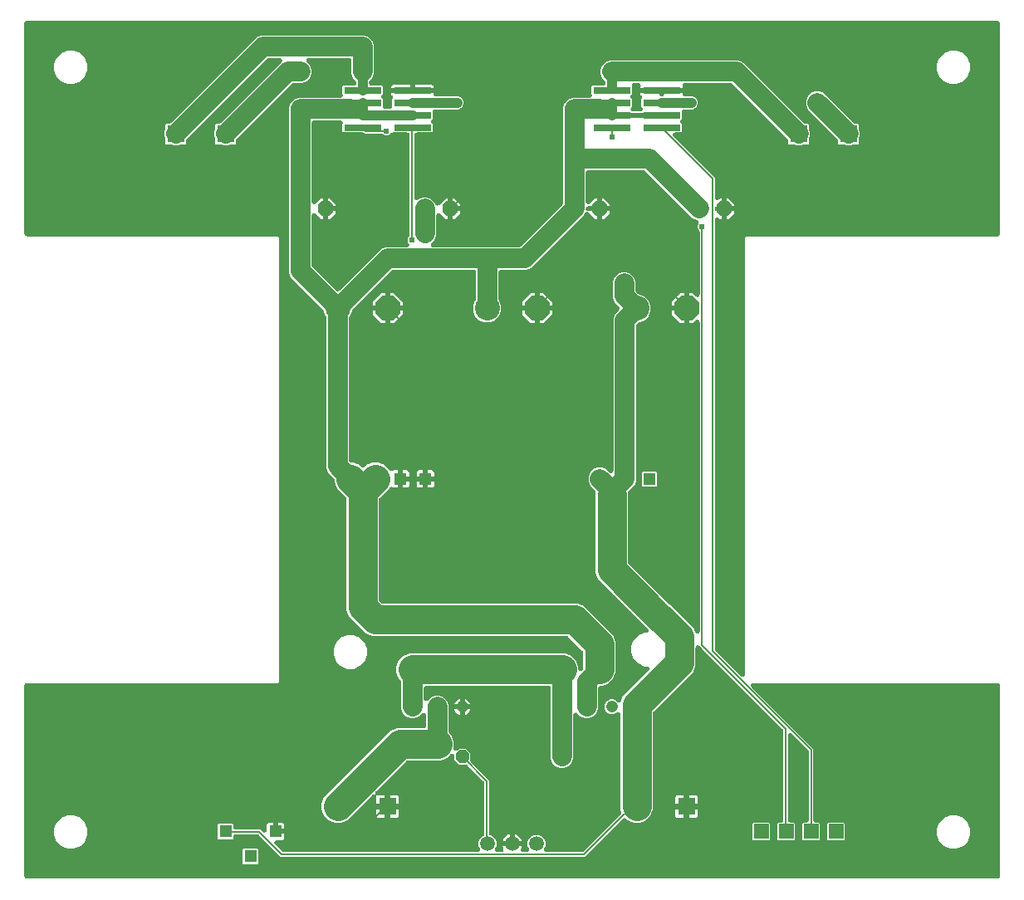
<source format=gbr>
G04 EAGLE Gerber RS-274X export*
G75*
%MOMM*%
%FSLAX34Y34*%
%LPD*%
%INTop Copper*%
%IPPOS*%
%AMOC8*
5,1,8,0,0,1.08239X$1,22.5*%
G01*
%ADD10R,1.270000X1.270000*%
%ADD11P,1.732040X8X22.500000*%
%ADD12C,1.600200*%
%ADD13C,2.540000*%
%ADD14P,2.749271X8X22.500000*%
%ADD15R,3.810000X0.635000*%
%ADD16P,1.429621X8X22.500000*%
%ADD17C,1.508000*%
%ADD18R,1.800000X1.800000*%
%ADD19R,1.508000X1.508000*%
%ADD20C,1.208000*%
%ADD21C,0.152400*%
%ADD22C,0.606400*%
%ADD23C,3.000000*%
%ADD24C,2.000000*%
%ADD25C,0.756400*%
%ADD26C,1.000000*%
%ADD27C,0.500000*%

G36*
X494788Y2767D02*
X494788Y2767D01*
X494838Y2765D01*
X495010Y2787D01*
X495183Y2803D01*
X495231Y2816D01*
X495281Y2822D01*
X495446Y2875D01*
X495614Y2921D01*
X495659Y2943D01*
X495706Y2958D01*
X495860Y3039D01*
X496016Y3114D01*
X496057Y3144D01*
X496101Y3167D01*
X496238Y3274D01*
X496378Y3376D01*
X496413Y3412D01*
X496452Y3443D01*
X496568Y3573D01*
X496688Y3698D01*
X496715Y3740D01*
X496749Y3778D01*
X496839Y3926D01*
X496935Y4070D01*
X496955Y4116D01*
X496981Y4159D01*
X497043Y4321D01*
X497112Y4481D01*
X497123Y4529D01*
X497141Y4576D01*
X497174Y4747D01*
X497213Y4916D01*
X497216Y4966D01*
X497225Y5015D01*
X497237Y5262D01*
X497237Y199738D01*
X497233Y199788D01*
X497235Y199838D01*
X497213Y200010D01*
X497197Y200183D01*
X497184Y200231D01*
X497178Y200281D01*
X497125Y200446D01*
X497079Y200614D01*
X497057Y200659D01*
X497042Y200706D01*
X496961Y200860D01*
X496886Y201016D01*
X496856Y201057D01*
X496833Y201101D01*
X496726Y201238D01*
X496624Y201378D01*
X496588Y201413D01*
X496557Y201452D01*
X496427Y201568D01*
X496302Y201688D01*
X496260Y201715D01*
X496222Y201749D01*
X496074Y201839D01*
X495930Y201935D01*
X495884Y201955D01*
X495841Y201981D01*
X495679Y202043D01*
X495519Y202112D01*
X495471Y202123D01*
X495424Y202141D01*
X495253Y202174D01*
X495084Y202213D01*
X495034Y202216D01*
X494985Y202225D01*
X494738Y202237D01*
X245942Y202237D01*
X245806Y202225D01*
X245669Y202222D01*
X245584Y202205D01*
X245497Y202197D01*
X245365Y202161D01*
X245231Y202134D01*
X245151Y202102D01*
X245067Y202079D01*
X244943Y202020D01*
X244816Y201969D01*
X244743Y201923D01*
X244664Y201886D01*
X244553Y201805D01*
X244437Y201733D01*
X244373Y201675D01*
X244302Y201624D01*
X244207Y201525D01*
X244106Y201433D01*
X244053Y201364D01*
X243993Y201302D01*
X243917Y201188D01*
X243833Y201079D01*
X243794Y201002D01*
X243745Y200930D01*
X243691Y200804D01*
X243628Y200682D01*
X243603Y200599D01*
X243568Y200519D01*
X243537Y200386D01*
X243497Y200255D01*
X243487Y200169D01*
X243467Y200084D01*
X243460Y199948D01*
X243444Y199812D01*
X243449Y199725D01*
X243445Y199638D01*
X243463Y199503D01*
X243471Y199366D01*
X243492Y199281D01*
X243503Y199195D01*
X243544Y199065D01*
X243577Y198932D01*
X243612Y198853D01*
X243638Y198770D01*
X243702Y198649D01*
X243758Y198524D01*
X243807Y198452D01*
X243848Y198375D01*
X243932Y198267D01*
X244009Y198154D01*
X244101Y198053D01*
X244124Y198024D01*
X244141Y198008D01*
X244175Y197971D01*
X307087Y135059D01*
X307087Y62364D01*
X307091Y62314D01*
X307089Y62264D01*
X307111Y62092D01*
X307127Y61919D01*
X307140Y61871D01*
X307146Y61821D01*
X307199Y61656D01*
X307245Y61488D01*
X307267Y61443D01*
X307282Y61396D01*
X307363Y61242D01*
X307438Y61086D01*
X307468Y61045D01*
X307491Y61001D01*
X307598Y60864D01*
X307700Y60724D01*
X307736Y60689D01*
X307767Y60650D01*
X307897Y60534D01*
X308022Y60414D01*
X308064Y60387D01*
X308102Y60353D01*
X308250Y60263D01*
X308394Y60167D01*
X308440Y60147D01*
X308483Y60121D01*
X308645Y60059D01*
X308805Y59990D01*
X308853Y59979D01*
X308900Y59961D01*
X309071Y59928D01*
X309240Y59889D01*
X309290Y59886D01*
X309339Y59877D01*
X309586Y59865D01*
X312972Y59865D01*
X313865Y58972D01*
X313865Y42628D01*
X312972Y41735D01*
X296628Y41735D01*
X295735Y42628D01*
X295735Y58972D01*
X296628Y59865D01*
X300014Y59865D01*
X300064Y59869D01*
X300114Y59867D01*
X300286Y59889D01*
X300459Y59905D01*
X300507Y59918D01*
X300557Y59924D01*
X300722Y59977D01*
X300890Y60023D01*
X300935Y60045D01*
X300982Y60060D01*
X301136Y60141D01*
X301292Y60216D01*
X301333Y60246D01*
X301377Y60269D01*
X301514Y60376D01*
X301654Y60478D01*
X301689Y60514D01*
X301728Y60545D01*
X301844Y60675D01*
X301964Y60800D01*
X301991Y60842D01*
X302025Y60880D01*
X302115Y61028D01*
X302211Y61172D01*
X302231Y61218D01*
X302257Y61261D01*
X302319Y61423D01*
X302388Y61583D01*
X302399Y61631D01*
X302417Y61678D01*
X302450Y61849D01*
X302489Y62018D01*
X302492Y62068D01*
X302501Y62117D01*
X302513Y62364D01*
X302513Y132130D01*
X302497Y132316D01*
X302485Y132502D01*
X302477Y132538D01*
X302473Y132574D01*
X302424Y132755D01*
X302380Y132936D01*
X302365Y132969D01*
X302355Y133005D01*
X302274Y133174D01*
X302198Y133344D01*
X302178Y133375D01*
X302162Y133408D01*
X302052Y133559D01*
X301947Y133713D01*
X301913Y133751D01*
X301900Y133770D01*
X301873Y133795D01*
X301781Y133897D01*
X285445Y150233D01*
X285340Y150321D01*
X285242Y150415D01*
X285169Y150464D01*
X285102Y150519D01*
X284984Y150587D01*
X284870Y150663D01*
X284790Y150697D01*
X284714Y150740D01*
X284585Y150785D01*
X284459Y150840D01*
X284375Y150859D01*
X284293Y150888D01*
X284157Y150910D01*
X284024Y150941D01*
X283938Y150945D01*
X283852Y150959D01*
X283715Y150956D01*
X283578Y150963D01*
X283492Y150952D01*
X283405Y150950D01*
X283271Y150923D01*
X283135Y150905D01*
X283052Y150879D01*
X282967Y150862D01*
X282840Y150811D01*
X282710Y150770D01*
X282633Y150729D01*
X282552Y150697D01*
X282436Y150624D01*
X282315Y150560D01*
X282247Y150507D01*
X282173Y150461D01*
X282071Y150369D01*
X281964Y150284D01*
X281906Y150219D01*
X281842Y150161D01*
X281758Y150052D01*
X281667Y149950D01*
X281622Y149876D01*
X281569Y149807D01*
X281506Y149685D01*
X281435Y149568D01*
X281404Y149487D01*
X281364Y149410D01*
X281324Y149279D01*
X281275Y149152D01*
X281258Y149066D01*
X281233Y148983D01*
X281217Y148847D01*
X281191Y148713D01*
X281184Y148576D01*
X281180Y148540D01*
X281181Y148516D01*
X281179Y148466D01*
X281179Y62364D01*
X281183Y62314D01*
X281181Y62264D01*
X281203Y62092D01*
X281219Y61919D01*
X281232Y61871D01*
X281238Y61821D01*
X281291Y61656D01*
X281337Y61488D01*
X281359Y61443D01*
X281374Y61396D01*
X281455Y61242D01*
X281530Y61086D01*
X281560Y61045D01*
X281583Y61001D01*
X281690Y60864D01*
X281792Y60724D01*
X281828Y60689D01*
X281859Y60650D01*
X281989Y60534D01*
X282114Y60414D01*
X282156Y60387D01*
X282194Y60353D01*
X282342Y60263D01*
X282486Y60167D01*
X282532Y60147D01*
X282575Y60121D01*
X282737Y60059D01*
X282897Y59990D01*
X282945Y59979D01*
X282992Y59961D01*
X283163Y59928D01*
X283332Y59889D01*
X283382Y59886D01*
X283431Y59877D01*
X283678Y59865D01*
X287572Y59865D01*
X288465Y58972D01*
X288465Y42628D01*
X287572Y41735D01*
X271228Y41735D01*
X270335Y42628D01*
X270335Y58972D01*
X271228Y59865D01*
X274106Y59865D01*
X274156Y59869D01*
X274206Y59867D01*
X274378Y59889D01*
X274551Y59905D01*
X274599Y59918D01*
X274649Y59924D01*
X274814Y59977D01*
X274982Y60023D01*
X275027Y60045D01*
X275074Y60060D01*
X275228Y60141D01*
X275384Y60216D01*
X275425Y60246D01*
X275469Y60269D01*
X275606Y60376D01*
X275746Y60478D01*
X275781Y60514D01*
X275820Y60545D01*
X275936Y60675D01*
X276056Y60800D01*
X276083Y60842D01*
X276117Y60880D01*
X276207Y61028D01*
X276303Y61172D01*
X276323Y61218D01*
X276349Y61261D01*
X276411Y61423D01*
X276480Y61583D01*
X276491Y61631D01*
X276509Y61678D01*
X276542Y61849D01*
X276581Y62018D01*
X276584Y62068D01*
X276593Y62117D01*
X276605Y62364D01*
X276605Y153466D01*
X276589Y153652D01*
X276577Y153838D01*
X276569Y153874D01*
X276565Y153910D01*
X276516Y154091D01*
X276472Y154272D01*
X276457Y154305D01*
X276447Y154341D01*
X276366Y154510D01*
X276290Y154680D01*
X276270Y154711D01*
X276254Y154744D01*
X276144Y154895D01*
X276039Y155049D01*
X276005Y155087D01*
X275992Y155106D01*
X275965Y155131D01*
X275873Y155233D01*
X193333Y237773D01*
X193332Y237774D01*
X191221Y239885D01*
X191116Y239973D01*
X191018Y240067D01*
X190945Y240115D01*
X190878Y240171D01*
X190759Y240239D01*
X190646Y240315D01*
X190566Y240349D01*
X190490Y240392D01*
X190361Y240437D01*
X190235Y240492D01*
X190151Y240511D01*
X190069Y240540D01*
X189933Y240562D01*
X189800Y240593D01*
X189714Y240597D01*
X189628Y240611D01*
X189491Y240608D01*
X189354Y240615D01*
X189268Y240604D01*
X189181Y240602D01*
X189047Y240575D01*
X188911Y240557D01*
X188828Y240531D01*
X188743Y240514D01*
X188616Y240463D01*
X188486Y240422D01*
X188409Y240381D01*
X188328Y240349D01*
X188212Y240277D01*
X188091Y240212D01*
X188023Y240159D01*
X187949Y240113D01*
X187847Y240021D01*
X187740Y239936D01*
X187682Y239871D01*
X187618Y239813D01*
X187534Y239705D01*
X187443Y239602D01*
X187398Y239528D01*
X187345Y239459D01*
X187282Y239337D01*
X187211Y239220D01*
X187180Y239139D01*
X187140Y239062D01*
X187100Y238931D01*
X187051Y238804D01*
X187034Y238718D01*
X187009Y238635D01*
X186993Y238499D01*
X186967Y238365D01*
X186960Y238228D01*
X186956Y238192D01*
X186957Y238168D01*
X186955Y238118D01*
X186955Y219678D01*
X184439Y213605D01*
X144257Y173422D01*
X144137Y173279D01*
X144013Y173140D01*
X143994Y173108D01*
X143970Y173080D01*
X143878Y172918D01*
X143781Y172758D01*
X143768Y172723D01*
X143750Y172691D01*
X143688Y172515D01*
X143621Y172341D01*
X143614Y172305D01*
X143601Y172270D01*
X143572Y172086D01*
X143537Y171902D01*
X143534Y171852D01*
X143531Y171829D01*
X143532Y171792D01*
X143525Y171655D01*
X143525Y72913D01*
X141009Y66840D01*
X136360Y62191D01*
X130287Y59675D01*
X123713Y59675D01*
X117639Y62191D01*
X116159Y63671D01*
X116121Y63703D01*
X116087Y63740D01*
X115950Y63846D01*
X115817Y63957D01*
X115773Y63982D01*
X115733Y64013D01*
X115579Y64092D01*
X115428Y64178D01*
X115381Y64195D01*
X115337Y64218D01*
X115171Y64269D01*
X115007Y64326D01*
X114957Y64334D01*
X114910Y64349D01*
X114738Y64370D01*
X114566Y64397D01*
X114516Y64396D01*
X114466Y64402D01*
X114293Y64392D01*
X114119Y64388D01*
X114070Y64378D01*
X114020Y64375D01*
X113851Y64334D01*
X113681Y64300D01*
X113635Y64281D01*
X113586Y64270D01*
X113427Y64199D01*
X113266Y64135D01*
X113224Y64109D01*
X113178Y64088D01*
X113034Y63991D01*
X112887Y63899D01*
X112850Y63865D01*
X112808Y63837D01*
X112625Y63671D01*
X74099Y25145D01*
X-235643Y25145D01*
X-257771Y47273D01*
X-257914Y47393D01*
X-258054Y47517D01*
X-258086Y47536D01*
X-258114Y47560D01*
X-258276Y47652D01*
X-258436Y47749D01*
X-258470Y47762D01*
X-258502Y47780D01*
X-258678Y47842D01*
X-258852Y47909D01*
X-258889Y47916D01*
X-258924Y47929D01*
X-259108Y47958D01*
X-259291Y47993D01*
X-259342Y47996D01*
X-259365Y47999D01*
X-259402Y47998D01*
X-259538Y48005D01*
X-281726Y48005D01*
X-281776Y48001D01*
X-281826Y48003D01*
X-281998Y47981D01*
X-282171Y47965D01*
X-282219Y47952D01*
X-282269Y47946D01*
X-282434Y47893D01*
X-282602Y47847D01*
X-282647Y47825D01*
X-282694Y47810D01*
X-282848Y47729D01*
X-283004Y47654D01*
X-283045Y47624D01*
X-283089Y47601D01*
X-283226Y47494D01*
X-283366Y47392D01*
X-283401Y47356D01*
X-283440Y47325D01*
X-283556Y47195D01*
X-283676Y47070D01*
X-283703Y47028D01*
X-283737Y46990D01*
X-283827Y46842D01*
X-283923Y46698D01*
X-283943Y46652D01*
X-283969Y46609D01*
X-284031Y46447D01*
X-284100Y46287D01*
X-284111Y46239D01*
X-284129Y46192D01*
X-284162Y46021D01*
X-284201Y45852D01*
X-284204Y45802D01*
X-284213Y45753D01*
X-284225Y45506D01*
X-284225Y43818D01*
X-285118Y42925D01*
X-299082Y42925D01*
X-299975Y43818D01*
X-299975Y57782D01*
X-299082Y58675D01*
X-285118Y58675D01*
X-284225Y57782D01*
X-284225Y55078D01*
X-284221Y55028D01*
X-284223Y54978D01*
X-284201Y54806D01*
X-284185Y54633D01*
X-284172Y54585D01*
X-284166Y54535D01*
X-284113Y54370D01*
X-284067Y54202D01*
X-284045Y54157D01*
X-284030Y54110D01*
X-283949Y53956D01*
X-283874Y53800D01*
X-283844Y53759D01*
X-283821Y53715D01*
X-283714Y53578D01*
X-283612Y53438D01*
X-283576Y53403D01*
X-283545Y53364D01*
X-283415Y53248D01*
X-283290Y53128D01*
X-283248Y53101D01*
X-283210Y53067D01*
X-283062Y52977D01*
X-282918Y52881D01*
X-282872Y52861D01*
X-282829Y52835D01*
X-282667Y52773D01*
X-282507Y52704D01*
X-282459Y52693D01*
X-282412Y52675D01*
X-282241Y52642D01*
X-282072Y52603D01*
X-282022Y52600D01*
X-281973Y52591D01*
X-281726Y52579D01*
X-256609Y52579D01*
X-254457Y50427D01*
X-254352Y50339D01*
X-254254Y50245D01*
X-254181Y50196D01*
X-254114Y50141D01*
X-253996Y50073D01*
X-253882Y49997D01*
X-253802Y49963D01*
X-253726Y49920D01*
X-253597Y49875D01*
X-253471Y49820D01*
X-253387Y49801D01*
X-253305Y49772D01*
X-253169Y49750D01*
X-253036Y49719D01*
X-252950Y49715D01*
X-252864Y49701D01*
X-252727Y49704D01*
X-252590Y49697D01*
X-252504Y49708D01*
X-252417Y49710D01*
X-252283Y49737D01*
X-252147Y49755D01*
X-252064Y49781D01*
X-251979Y49798D01*
X-251852Y49849D01*
X-251722Y49890D01*
X-251645Y49931D01*
X-251564Y49963D01*
X-251448Y50036D01*
X-251327Y50100D01*
X-251259Y50153D01*
X-251185Y50199D01*
X-251083Y50291D01*
X-250976Y50376D01*
X-250918Y50441D01*
X-250854Y50499D01*
X-250770Y50607D01*
X-250679Y50710D01*
X-250634Y50784D01*
X-250581Y50853D01*
X-250518Y50975D01*
X-250447Y51092D01*
X-250416Y51173D01*
X-250376Y51250D01*
X-250336Y51380D01*
X-250287Y51508D01*
X-250270Y51594D01*
X-250245Y51677D01*
X-250229Y51813D01*
X-250203Y51947D01*
X-250196Y52084D01*
X-250192Y52120D01*
X-250193Y52144D01*
X-250191Y52194D01*
X-250191Y57484D01*
X-250018Y58131D01*
X-249683Y58710D01*
X-249210Y59183D01*
X-248631Y59518D01*
X-247984Y59691D01*
X-243799Y59691D01*
X-243799Y50800D01*
X-243795Y50750D01*
X-243797Y50701D01*
X-243775Y50529D01*
X-243759Y50355D01*
X-243746Y50307D01*
X-243740Y50258D01*
X-243687Y50092D01*
X-243641Y49925D01*
X-243619Y49880D01*
X-243604Y49832D01*
X-243523Y49679D01*
X-243448Y49522D01*
X-243418Y49481D01*
X-243395Y49437D01*
X-243288Y49301D01*
X-243186Y49160D01*
X-243185Y49160D01*
X-243150Y49125D01*
X-243119Y49086D01*
X-243118Y49086D01*
X-242988Y48970D01*
X-242863Y48850D01*
X-242822Y48822D01*
X-242784Y48789D01*
X-242636Y48699D01*
X-242491Y48603D01*
X-242445Y48583D01*
X-242403Y48557D01*
X-242240Y48495D01*
X-242081Y48426D01*
X-242033Y48415D01*
X-241986Y48397D01*
X-241815Y48364D01*
X-241646Y48325D01*
X-241596Y48322D01*
X-241547Y48313D01*
X-241300Y48301D01*
X-232409Y48301D01*
X-232409Y44116D01*
X-232582Y43469D01*
X-232917Y42890D01*
X-233390Y42417D01*
X-233969Y42082D01*
X-234616Y41909D01*
X-239906Y41909D01*
X-240042Y41897D01*
X-240179Y41894D01*
X-240264Y41877D01*
X-240351Y41869D01*
X-240483Y41833D01*
X-240617Y41806D01*
X-240697Y41774D01*
X-240781Y41751D01*
X-240905Y41692D01*
X-241032Y41641D01*
X-241106Y41595D01*
X-241184Y41558D01*
X-241295Y41477D01*
X-241411Y41405D01*
X-241475Y41347D01*
X-241546Y41296D01*
X-241641Y41197D01*
X-241742Y41105D01*
X-241795Y41036D01*
X-241855Y40974D01*
X-241931Y40860D01*
X-242015Y40751D01*
X-242054Y40674D01*
X-242103Y40602D01*
X-242157Y40476D01*
X-242220Y40354D01*
X-242245Y40271D01*
X-242280Y40191D01*
X-242311Y40058D01*
X-242351Y39927D01*
X-242361Y39841D01*
X-242381Y39756D01*
X-242388Y39620D01*
X-242404Y39484D01*
X-242399Y39397D01*
X-242403Y39310D01*
X-242385Y39175D01*
X-242377Y39038D01*
X-242356Y38953D01*
X-242345Y38867D01*
X-242304Y38737D01*
X-242271Y38604D01*
X-242236Y38525D01*
X-242210Y38442D01*
X-242146Y38321D01*
X-242090Y38196D01*
X-242041Y38124D01*
X-242000Y38047D01*
X-241916Y37939D01*
X-241839Y37826D01*
X-241747Y37725D01*
X-241724Y37696D01*
X-241707Y37680D01*
X-241673Y37643D01*
X-234481Y30451D01*
X-234338Y30331D01*
X-234198Y30207D01*
X-234166Y30188D01*
X-234138Y30164D01*
X-233976Y30072D01*
X-233816Y29975D01*
X-233782Y29962D01*
X-233750Y29944D01*
X-233574Y29882D01*
X-233400Y29815D01*
X-233363Y29808D01*
X-233328Y29795D01*
X-233144Y29766D01*
X-232961Y29731D01*
X-232910Y29728D01*
X-232887Y29725D01*
X-232850Y29726D01*
X-232714Y29719D01*
X-35080Y29719D01*
X-34987Y29727D01*
X-34894Y29726D01*
X-34765Y29747D01*
X-34635Y29759D01*
X-34545Y29783D01*
X-34453Y29799D01*
X-34331Y29843D01*
X-34205Y29877D01*
X-34120Y29918D01*
X-34032Y29949D01*
X-33920Y30014D01*
X-33802Y30070D01*
X-33726Y30125D01*
X-33645Y30172D01*
X-33546Y30256D01*
X-33440Y30332D01*
X-33375Y30400D01*
X-33304Y30460D01*
X-33221Y30560D01*
X-33131Y30654D01*
X-33079Y30732D01*
X-33019Y30804D01*
X-32956Y30918D01*
X-32883Y31026D01*
X-32846Y31112D01*
X-32801Y31194D01*
X-32758Y31317D01*
X-32706Y31437D01*
X-32685Y31527D01*
X-32655Y31616D01*
X-32635Y31745D01*
X-32605Y31872D01*
X-32601Y31965D01*
X-32586Y32057D01*
X-32590Y32188D01*
X-32583Y32318D01*
X-32595Y32410D01*
X-32598Y32504D01*
X-32624Y32632D01*
X-32641Y32761D01*
X-32669Y32850D01*
X-32688Y32941D01*
X-32771Y33174D01*
X-34065Y36297D01*
X-34065Y39903D01*
X-32685Y43235D01*
X-30135Y45785D01*
X-29738Y45949D01*
X-29732Y45952D01*
X-29726Y45954D01*
X-29535Y46055D01*
X-29342Y46156D01*
X-29337Y46160D01*
X-29331Y46163D01*
X-29160Y46298D01*
X-28989Y46431D01*
X-28985Y46435D01*
X-28980Y46440D01*
X-28837Y46601D01*
X-28691Y46763D01*
X-28688Y46769D01*
X-28683Y46774D01*
X-28571Y46958D01*
X-28457Y47144D01*
X-28455Y47150D01*
X-28451Y47155D01*
X-28373Y47358D01*
X-28294Y47560D01*
X-28293Y47566D01*
X-28291Y47572D01*
X-28250Y47788D01*
X-28208Y47998D01*
X-28208Y48005D01*
X-28207Y48011D01*
X-28195Y48258D01*
X-28195Y100126D01*
X-28211Y100312D01*
X-28223Y100498D01*
X-28231Y100534D01*
X-28235Y100570D01*
X-28284Y100751D01*
X-28328Y100932D01*
X-28343Y100965D01*
X-28353Y101001D01*
X-28434Y101169D01*
X-28510Y101340D01*
X-28530Y101371D01*
X-28546Y101404D01*
X-28656Y101555D01*
X-28761Y101709D01*
X-28795Y101747D01*
X-28808Y101766D01*
X-28835Y101791D01*
X-28927Y101893D01*
X-45173Y118139D01*
X-45316Y118259D01*
X-45456Y118383D01*
X-45488Y118402D01*
X-45516Y118426D01*
X-45678Y118518D01*
X-45838Y118615D01*
X-45872Y118628D01*
X-45904Y118646D01*
X-46080Y118708D01*
X-46254Y118775D01*
X-46291Y118782D01*
X-46326Y118795D01*
X-46510Y118824D01*
X-46693Y118859D01*
X-46744Y118862D01*
X-46767Y118865D01*
X-46804Y118864D01*
X-46940Y118871D01*
X-54167Y118871D01*
X-58929Y123633D01*
X-58929Y127568D01*
X-58941Y127704D01*
X-58944Y127841D01*
X-58961Y127926D01*
X-58969Y128013D01*
X-59005Y128145D01*
X-59032Y128279D01*
X-59064Y128360D01*
X-59087Y128444D01*
X-59146Y128567D01*
X-59197Y128694D01*
X-59243Y128768D01*
X-59280Y128846D01*
X-59361Y128957D01*
X-59433Y129073D01*
X-59491Y129138D01*
X-59542Y129208D01*
X-59641Y129303D01*
X-59733Y129404D01*
X-59802Y129457D01*
X-59864Y129518D01*
X-59978Y129593D01*
X-60087Y129677D01*
X-60164Y129717D01*
X-60236Y129765D01*
X-60362Y129819D01*
X-60484Y129882D01*
X-60567Y129908D01*
X-60647Y129942D01*
X-60780Y129973D01*
X-60911Y130013D01*
X-60997Y130023D01*
X-61082Y130043D01*
X-61218Y130050D01*
X-61354Y130066D01*
X-61441Y130061D01*
X-61528Y130065D01*
X-61663Y130048D01*
X-61800Y130039D01*
X-61885Y130019D01*
X-61971Y130008D01*
X-62101Y129966D01*
X-62234Y129934D01*
X-62313Y129898D01*
X-62396Y129872D01*
X-62517Y129808D01*
X-62642Y129752D01*
X-62714Y129704D01*
X-62791Y129663D01*
X-62899Y129578D01*
X-63012Y129501D01*
X-63113Y129410D01*
X-63142Y129387D01*
X-63158Y129369D01*
X-63195Y129335D01*
X-66839Y125691D01*
X-72913Y123175D01*
X-106420Y123175D01*
X-106606Y123159D01*
X-106792Y123147D01*
X-106828Y123139D01*
X-106865Y123135D01*
X-107045Y123086D01*
X-107226Y123042D01*
X-107260Y123027D01*
X-107296Y123017D01*
X-107464Y122936D01*
X-107634Y122860D01*
X-107665Y122840D01*
X-107698Y122824D01*
X-107849Y122714D01*
X-108004Y122609D01*
X-108041Y122575D01*
X-108060Y122562D01*
X-108086Y122535D01*
X-108187Y122443D01*
X-138694Y91937D01*
X-138705Y91924D01*
X-138717Y91913D01*
X-138807Y91802D01*
X-138809Y91800D01*
X-138811Y91798D01*
X-138847Y91753D01*
X-138980Y91594D01*
X-138988Y91579D01*
X-138999Y91566D01*
X-139099Y91385D01*
X-139201Y91206D01*
X-139206Y91190D01*
X-139215Y91175D01*
X-139280Y90980D01*
X-139349Y90784D01*
X-139352Y90768D01*
X-139357Y90752D01*
X-139387Y90546D01*
X-139420Y90343D01*
X-139419Y90326D01*
X-139422Y90310D01*
X-139415Y90102D01*
X-139411Y89896D01*
X-139408Y89880D01*
X-139407Y89863D01*
X-139363Y89660D01*
X-139323Y89459D01*
X-139316Y89443D01*
X-139313Y89427D01*
X-139233Y89234D01*
X-139158Y89043D01*
X-139149Y89029D01*
X-139142Y89014D01*
X-139031Y88840D01*
X-138922Y88664D01*
X-138910Y88652D01*
X-138901Y88638D01*
X-138760Y88486D01*
X-138622Y88333D01*
X-138609Y88323D01*
X-138597Y88311D01*
X-138432Y88187D01*
X-138268Y88061D01*
X-138253Y88053D01*
X-138240Y88043D01*
X-138054Y87950D01*
X-137871Y87856D01*
X-137855Y87851D01*
X-137840Y87843D01*
X-137641Y87785D01*
X-137444Y87724D01*
X-137427Y87722D01*
X-137411Y87718D01*
X-137206Y87696D01*
X-137000Y87671D01*
X-136984Y87672D01*
X-136967Y87671D01*
X-136762Y87686D01*
X-136554Y87698D01*
X-136538Y87702D01*
X-136522Y87703D01*
X-136348Y87741D01*
X-129999Y87741D01*
X-129999Y79199D01*
X-138541Y79199D01*
X-138541Y85551D01*
X-138514Y85717D01*
X-138479Y85920D01*
X-138479Y85936D01*
X-138476Y85953D01*
X-138480Y86159D01*
X-138482Y86366D01*
X-138485Y86383D01*
X-138485Y86400D01*
X-138526Y86601D01*
X-138564Y86805D01*
X-138570Y86821D01*
X-138574Y86837D01*
X-138650Y87030D01*
X-138724Y87223D01*
X-138732Y87237D01*
X-138738Y87253D01*
X-138848Y87428D01*
X-138955Y87605D01*
X-138966Y87618D01*
X-138974Y87632D01*
X-139113Y87785D01*
X-139250Y87940D01*
X-139263Y87951D01*
X-139274Y87963D01*
X-139439Y88090D01*
X-139600Y88217D01*
X-139615Y88225D01*
X-139628Y88235D01*
X-139813Y88331D01*
X-139994Y88428D01*
X-140010Y88433D01*
X-140025Y88440D01*
X-140222Y88501D01*
X-140420Y88565D01*
X-140436Y88567D01*
X-140452Y88572D01*
X-140657Y88596D01*
X-140862Y88623D01*
X-140879Y88623D01*
X-140896Y88625D01*
X-141102Y88612D01*
X-141309Y88603D01*
X-141325Y88599D01*
X-141342Y88598D01*
X-141542Y88549D01*
X-141744Y88503D01*
X-141759Y88496D01*
X-141776Y88492D01*
X-141964Y88408D01*
X-142155Y88327D01*
X-142169Y88318D01*
X-142184Y88311D01*
X-142356Y88194D01*
X-142527Y88081D01*
X-142539Y88069D01*
X-142553Y88060D01*
X-142737Y87894D01*
X-168440Y62191D01*
X-174513Y59675D01*
X-181087Y59675D01*
X-187160Y62191D01*
X-191809Y66840D01*
X-194325Y72913D01*
X-194325Y79487D01*
X-191809Y85560D01*
X-123660Y153709D01*
X-117587Y156225D01*
X-90224Y156225D01*
X-90174Y156229D01*
X-90124Y156227D01*
X-89952Y156249D01*
X-89779Y156265D01*
X-89731Y156278D01*
X-89681Y156284D01*
X-89516Y156337D01*
X-89348Y156383D01*
X-89303Y156405D01*
X-89256Y156420D01*
X-89102Y156501D01*
X-88946Y156576D01*
X-88905Y156606D01*
X-88861Y156629D01*
X-88724Y156736D01*
X-88584Y156838D01*
X-88549Y156874D01*
X-88510Y156905D01*
X-88394Y157035D01*
X-88274Y157160D01*
X-88247Y157202D01*
X-88213Y157240D01*
X-88123Y157388D01*
X-88027Y157532D01*
X-88007Y157578D01*
X-87981Y157621D01*
X-87919Y157783D01*
X-87850Y157943D01*
X-87839Y157991D01*
X-87821Y158038D01*
X-87788Y158209D01*
X-87749Y158378D01*
X-87746Y158428D01*
X-87737Y158477D01*
X-87725Y158724D01*
X-87725Y169343D01*
X-87737Y169480D01*
X-87740Y169616D01*
X-87757Y169701D01*
X-87765Y169788D01*
X-87801Y169920D01*
X-87828Y170054D01*
X-87860Y170135D01*
X-87883Y170219D01*
X-87942Y170342D01*
X-87993Y170469D01*
X-88039Y170543D01*
X-88076Y170621D01*
X-88157Y170732D01*
X-88229Y170848D01*
X-88287Y170913D01*
X-88338Y170983D01*
X-88437Y171078D01*
X-88529Y171180D01*
X-88598Y171233D01*
X-88660Y171293D01*
X-88774Y171369D01*
X-88883Y171452D01*
X-88960Y171492D01*
X-89032Y171540D01*
X-89158Y171594D01*
X-89280Y171657D01*
X-89363Y171683D01*
X-89443Y171717D01*
X-89576Y171748D01*
X-89707Y171788D01*
X-89793Y171799D01*
X-89878Y171818D01*
X-90014Y171825D01*
X-90150Y171841D01*
X-90237Y171836D01*
X-90324Y171840D01*
X-90459Y171823D01*
X-90596Y171815D01*
X-90681Y171794D01*
X-90767Y171783D01*
X-90897Y171741D01*
X-91030Y171709D01*
X-91109Y171674D01*
X-91192Y171647D01*
X-91313Y171583D01*
X-91438Y171528D01*
X-91510Y171479D01*
X-91587Y171438D01*
X-91695Y171353D01*
X-91808Y171276D01*
X-91909Y171185D01*
X-91938Y171162D01*
X-91954Y171144D01*
X-91991Y171110D01*
X-95072Y168030D01*
X-99308Y166275D01*
X-103892Y166275D01*
X-108128Y168030D01*
X-111370Y171272D01*
X-113125Y175508D01*
X-113125Y203020D01*
X-113141Y203206D01*
X-113153Y203392D01*
X-113161Y203428D01*
X-113165Y203465D01*
X-113214Y203645D01*
X-113258Y203826D01*
X-113273Y203860D01*
X-113283Y203896D01*
X-113364Y204064D01*
X-113440Y204234D01*
X-113460Y204265D01*
X-113476Y204298D01*
X-113586Y204449D01*
X-113691Y204604D01*
X-113725Y204641D01*
X-113738Y204660D01*
X-113765Y204686D01*
X-113857Y204787D01*
X-115609Y206540D01*
X-118125Y212613D01*
X-118125Y219187D01*
X-115609Y225260D01*
X-110960Y229909D01*
X-104887Y232425D01*
X54087Y232425D01*
X60160Y229909D01*
X64809Y225260D01*
X67325Y219187D01*
X67325Y216657D01*
X67337Y216520D01*
X67340Y216383D01*
X67357Y216298D01*
X67365Y216212D01*
X67401Y216079D01*
X67428Y215945D01*
X67460Y215865D01*
X67483Y215781D01*
X67543Y215657D01*
X67593Y215530D01*
X67639Y215457D01*
X67676Y215379D01*
X67757Y215267D01*
X67829Y215151D01*
X67888Y215087D01*
X67938Y215017D01*
X68037Y214922D01*
X68129Y214820D01*
X68198Y214767D01*
X68260Y214707D01*
X68375Y214631D01*
X68483Y214548D01*
X68560Y214508D01*
X68632Y214460D01*
X68758Y214406D01*
X68880Y214343D01*
X68963Y214317D01*
X69043Y214283D01*
X69176Y214252D01*
X69307Y214212D01*
X69393Y214201D01*
X69478Y214182D01*
X69614Y214175D01*
X69751Y214159D01*
X69837Y214164D01*
X69924Y214160D01*
X70060Y214177D01*
X70197Y214186D01*
X70281Y214206D01*
X70367Y214217D01*
X70497Y214259D01*
X70631Y214291D01*
X70710Y214327D01*
X70792Y214353D01*
X70913Y214417D01*
X71039Y214473D01*
X71111Y214522D01*
X71187Y214562D01*
X71295Y214647D01*
X71408Y214724D01*
X71509Y214815D01*
X71538Y214838D01*
X71554Y214856D01*
X71592Y214890D01*
X71644Y214942D01*
X71763Y215085D01*
X71887Y215224D01*
X71906Y215256D01*
X71930Y215285D01*
X72022Y215447D01*
X72119Y215606D01*
X72132Y215641D01*
X72151Y215674D01*
X72212Y215849D01*
X72279Y216023D01*
X72286Y216060D01*
X72299Y216095D01*
X72328Y216279D01*
X72363Y216462D01*
X72366Y216513D01*
X72369Y216536D01*
X72369Y216573D01*
X72375Y216709D01*
X72375Y233420D01*
X72359Y233606D01*
X72347Y233792D01*
X72339Y233828D01*
X72335Y233865D01*
X72286Y234045D01*
X72242Y234226D01*
X72227Y234260D01*
X72217Y234296D01*
X72136Y234464D01*
X72060Y234634D01*
X72040Y234665D01*
X72024Y234698D01*
X71914Y234849D01*
X71809Y235004D01*
X71775Y235041D01*
X71762Y235060D01*
X71735Y235086D01*
X71643Y235187D01*
X57387Y249443D01*
X57244Y249563D01*
X57104Y249687D01*
X57073Y249706D01*
X57044Y249730D01*
X56882Y249822D01*
X56723Y249919D01*
X56688Y249932D01*
X56656Y249950D01*
X56480Y250012D01*
X56306Y250079D01*
X56270Y250086D01*
X56235Y250099D01*
X56050Y250128D01*
X55867Y250163D01*
X55817Y250166D01*
X55794Y250169D01*
X55757Y250168D01*
X55620Y250175D01*
X-142987Y250175D01*
X-149060Y252691D01*
X-166409Y270040D01*
X-168925Y276113D01*
X-168925Y390020D01*
X-168941Y390206D01*
X-168953Y390392D01*
X-168961Y390428D01*
X-168965Y390465D01*
X-169014Y390645D01*
X-169058Y390826D01*
X-169073Y390860D01*
X-169083Y390896D01*
X-169164Y391064D01*
X-169240Y391234D01*
X-169260Y391265D01*
X-169276Y391298D01*
X-169386Y391449D01*
X-169491Y391604D01*
X-169525Y391641D01*
X-169538Y391660D01*
X-169565Y391686D01*
X-169657Y391787D01*
X-178719Y400850D01*
X-181235Y406923D01*
X-181235Y409401D01*
X-181251Y409587D01*
X-181263Y409773D01*
X-181271Y409809D01*
X-181275Y409846D01*
X-181324Y410026D01*
X-181368Y410207D01*
X-181383Y410241D01*
X-181393Y410277D01*
X-181474Y410445D01*
X-181550Y410615D01*
X-181570Y410646D01*
X-181586Y410679D01*
X-181696Y410830D01*
X-181801Y410985D01*
X-181835Y411022D01*
X-181848Y411041D01*
X-181875Y411067D01*
X-181967Y411168D01*
X-187570Y416772D01*
X-189325Y421008D01*
X-189325Y574573D01*
X-189341Y574759D01*
X-189353Y574945D01*
X-189361Y574981D01*
X-189365Y575018D01*
X-189414Y575198D01*
X-189458Y575379D01*
X-189473Y575413D01*
X-189483Y575448D01*
X-189564Y575617D01*
X-189640Y575787D01*
X-189660Y575818D01*
X-189676Y575851D01*
X-189786Y576003D01*
X-189825Y576060D01*
X-192051Y581433D01*
X-192053Y581463D01*
X-192061Y581499D01*
X-192065Y581536D01*
X-192114Y581716D01*
X-192158Y581897D01*
X-192173Y581931D01*
X-192183Y581967D01*
X-192264Y582135D01*
X-192340Y582305D01*
X-192360Y582336D01*
X-192376Y582369D01*
X-192486Y582520D01*
X-192591Y582675D01*
X-192625Y582712D01*
X-192638Y582731D01*
X-192665Y582757D01*
X-192757Y582858D01*
X-225670Y615772D01*
X-227425Y620008D01*
X-227425Y789692D01*
X-225670Y793928D01*
X-222428Y797170D01*
X-218192Y798925D01*
X-175290Y798925D01*
X-175153Y798937D01*
X-175016Y798940D01*
X-174931Y798957D01*
X-174845Y798965D01*
X-174713Y799001D01*
X-174579Y799028D01*
X-174498Y799060D01*
X-174414Y799083D01*
X-174291Y799142D01*
X-174163Y799193D01*
X-174090Y799239D01*
X-174011Y799276D01*
X-173900Y799357D01*
X-173784Y799429D01*
X-173720Y799487D01*
X-173650Y799538D01*
X-173555Y799637D01*
X-173453Y799729D01*
X-173400Y799798D01*
X-173340Y799860D01*
X-173264Y799974D01*
X-173181Y800083D01*
X-173141Y800160D01*
X-173093Y800232D01*
X-173039Y800358D01*
X-172976Y800480D01*
X-172950Y800563D01*
X-172916Y800643D01*
X-172885Y800776D01*
X-172845Y800907D01*
X-172834Y800993D01*
X-172815Y801078D01*
X-172808Y801214D01*
X-172792Y801350D01*
X-172797Y801437D01*
X-172792Y801524D01*
X-172810Y801659D01*
X-172818Y801796D01*
X-172839Y801881D01*
X-172850Y801967D01*
X-172892Y802097D01*
X-172924Y802230D01*
X-172959Y802310D01*
X-172975Y802358D01*
X-172975Y810257D01*
X-172082Y811150D01*
X-161424Y811150D01*
X-161374Y811154D01*
X-161324Y811152D01*
X-161152Y811174D01*
X-160979Y811190D01*
X-160931Y811203D01*
X-160881Y811209D01*
X-160716Y811262D01*
X-160548Y811308D01*
X-160503Y811330D01*
X-160456Y811345D01*
X-160302Y811426D01*
X-160146Y811501D01*
X-160105Y811531D01*
X-160061Y811554D01*
X-159924Y811661D01*
X-159784Y811763D01*
X-159749Y811799D01*
X-159710Y811830D01*
X-159594Y811960D01*
X-159474Y812085D01*
X-159447Y812127D01*
X-159413Y812165D01*
X-159323Y812313D01*
X-159227Y812457D01*
X-159207Y812503D01*
X-159181Y812546D01*
X-159119Y812708D01*
X-159050Y812868D01*
X-159039Y812916D01*
X-159021Y812963D01*
X-158988Y813134D01*
X-158949Y813303D01*
X-158946Y813353D01*
X-158937Y813402D01*
X-158925Y813649D01*
X-158925Y814691D01*
X-158941Y814877D01*
X-158953Y815063D01*
X-158961Y815099D01*
X-158965Y815136D01*
X-159014Y815316D01*
X-159058Y815497D01*
X-159073Y815531D01*
X-159083Y815567D01*
X-159164Y815735D01*
X-159240Y815905D01*
X-159260Y815936D01*
X-159276Y815969D01*
X-159386Y816120D01*
X-159491Y816275D01*
X-159525Y816312D01*
X-159538Y816331D01*
X-159565Y816357D01*
X-159657Y816458D01*
X-162170Y818972D01*
X-163925Y823208D01*
X-163925Y836876D01*
X-163929Y836926D01*
X-163927Y836976D01*
X-163949Y837148D01*
X-163965Y837321D01*
X-163978Y837369D01*
X-163984Y837419D01*
X-164037Y837584D01*
X-164083Y837752D01*
X-164105Y837797D01*
X-164120Y837844D01*
X-164201Y837998D01*
X-164276Y838154D01*
X-164306Y838195D01*
X-164329Y838239D01*
X-164436Y838376D01*
X-164538Y838516D01*
X-164574Y838551D01*
X-164605Y838590D01*
X-164735Y838706D01*
X-164860Y838826D01*
X-164902Y838853D01*
X-164940Y838887D01*
X-165088Y838977D01*
X-165232Y839073D01*
X-165278Y839093D01*
X-165321Y839119D01*
X-165483Y839181D01*
X-165643Y839250D01*
X-165691Y839261D01*
X-165738Y839279D01*
X-165909Y839312D01*
X-166078Y839351D01*
X-166128Y839354D01*
X-166177Y839363D01*
X-166424Y839375D01*
X-207443Y839375D01*
X-207580Y839363D01*
X-207716Y839360D01*
X-207801Y839343D01*
X-207888Y839335D01*
X-208020Y839299D01*
X-208154Y839272D01*
X-208235Y839240D01*
X-208319Y839217D01*
X-208442Y839158D01*
X-208569Y839107D01*
X-208643Y839061D01*
X-208721Y839024D01*
X-208832Y838943D01*
X-208948Y838871D01*
X-209013Y838813D01*
X-209083Y838762D01*
X-209178Y838663D01*
X-209280Y838571D01*
X-209333Y838502D01*
X-209393Y838440D01*
X-209469Y838326D01*
X-209552Y838217D01*
X-209592Y838140D01*
X-209640Y838068D01*
X-209694Y837942D01*
X-209757Y837820D01*
X-209783Y837737D01*
X-209817Y837657D01*
X-209848Y837524D01*
X-209888Y837393D01*
X-209899Y837307D01*
X-209918Y837222D01*
X-209925Y837086D01*
X-209941Y836950D01*
X-209936Y836863D01*
X-209940Y836776D01*
X-209923Y836641D01*
X-209915Y836504D01*
X-209894Y836419D01*
X-209883Y836333D01*
X-209841Y836203D01*
X-209809Y836070D01*
X-209774Y835991D01*
X-209747Y835908D01*
X-209683Y835787D01*
X-209628Y835662D01*
X-209579Y835590D01*
X-209538Y835513D01*
X-209453Y835405D01*
X-209376Y835292D01*
X-209285Y835191D01*
X-209262Y835162D01*
X-209244Y835146D01*
X-209210Y835109D01*
X-206130Y832028D01*
X-204375Y827792D01*
X-204375Y823208D01*
X-206130Y818972D01*
X-209372Y815730D01*
X-213608Y813975D01*
X-222791Y813975D01*
X-222977Y813959D01*
X-223163Y813947D01*
X-223199Y813939D01*
X-223236Y813935D01*
X-223416Y813886D01*
X-223597Y813842D01*
X-223631Y813827D01*
X-223667Y813817D01*
X-223835Y813736D01*
X-224005Y813660D01*
X-224036Y813640D01*
X-224069Y813624D01*
X-224220Y813514D01*
X-224375Y813409D01*
X-224412Y813375D01*
X-224431Y813362D01*
X-224457Y813335D01*
X-224558Y813243D01*
X-280843Y756958D01*
X-280963Y756815D01*
X-281087Y756676D01*
X-281106Y756644D01*
X-281130Y756615D01*
X-281222Y756454D01*
X-281319Y756294D01*
X-281332Y756259D01*
X-281350Y756227D01*
X-281412Y756051D01*
X-281479Y755877D01*
X-281486Y755841D01*
X-281499Y755806D01*
X-281528Y755621D01*
X-281563Y755438D01*
X-281566Y755388D01*
X-281569Y755365D01*
X-281568Y755328D01*
X-281575Y755191D01*
X-281575Y752368D01*
X-282468Y751475D01*
X-286896Y751475D01*
X-287039Y751462D01*
X-287182Y751459D01*
X-287261Y751443D01*
X-287341Y751435D01*
X-287479Y751397D01*
X-287620Y751368D01*
X-287736Y751327D01*
X-287772Y751317D01*
X-287796Y751305D01*
X-287853Y751285D01*
X-289808Y750475D01*
X-294392Y750475D01*
X-296347Y751285D01*
X-296484Y751328D01*
X-296618Y751379D01*
X-296697Y751394D01*
X-296774Y751418D01*
X-296916Y751436D01*
X-297057Y751463D01*
X-297180Y751469D01*
X-297217Y751474D01*
X-297244Y751472D01*
X-297304Y751475D01*
X-301732Y751475D01*
X-302625Y752368D01*
X-302625Y756796D01*
X-302638Y756939D01*
X-302641Y757082D01*
X-302657Y757161D01*
X-302665Y757241D01*
X-302703Y757379D01*
X-302732Y757520D01*
X-302773Y757636D01*
X-302783Y757672D01*
X-302795Y757696D01*
X-302815Y757753D01*
X-303625Y759708D01*
X-303625Y764292D01*
X-302815Y766247D01*
X-302772Y766384D01*
X-302721Y766518D01*
X-302706Y766597D01*
X-302682Y766674D01*
X-302664Y766816D01*
X-302637Y766957D01*
X-302631Y767080D01*
X-302626Y767117D01*
X-302628Y767144D01*
X-302625Y767204D01*
X-302625Y771632D01*
X-301732Y772525D01*
X-298909Y772525D01*
X-298723Y772541D01*
X-298537Y772553D01*
X-298501Y772561D01*
X-298464Y772565D01*
X-298284Y772614D01*
X-298103Y772658D01*
X-298069Y772673D01*
X-298033Y772683D01*
X-297865Y772764D01*
X-297695Y772840D01*
X-297664Y772860D01*
X-297631Y772876D01*
X-297480Y772986D01*
X-297325Y773091D01*
X-297288Y773125D01*
X-297269Y773138D01*
X-297263Y773145D01*
X-297262Y773145D01*
X-297241Y773167D01*
X-297142Y773257D01*
X-238722Y831677D01*
X-235290Y835109D01*
X-235202Y835214D01*
X-235107Y835312D01*
X-235059Y835385D01*
X-235003Y835452D01*
X-234936Y835570D01*
X-234860Y835684D01*
X-234825Y835764D01*
X-234782Y835840D01*
X-234737Y835969D01*
X-234683Y836095D01*
X-234663Y836179D01*
X-234634Y836261D01*
X-234613Y836397D01*
X-234582Y836530D01*
X-234577Y836616D01*
X-234564Y836702D01*
X-234566Y836839D01*
X-234560Y836976D01*
X-234571Y837062D01*
X-234573Y837149D01*
X-234600Y837283D01*
X-234617Y837419D01*
X-234644Y837502D01*
X-234661Y837587D01*
X-234711Y837714D01*
X-234753Y837844D01*
X-234794Y837921D01*
X-234826Y838002D01*
X-234898Y838118D01*
X-234962Y838239D01*
X-235016Y838307D01*
X-235062Y838381D01*
X-235154Y838483D01*
X-235238Y838590D01*
X-235303Y838648D01*
X-235362Y838712D01*
X-235470Y838796D01*
X-235572Y838887D01*
X-235647Y838932D01*
X-235716Y838985D01*
X-235837Y839048D01*
X-235954Y839119D01*
X-236035Y839150D01*
X-236112Y839190D01*
X-236243Y839230D01*
X-236371Y839279D01*
X-236457Y839296D01*
X-236539Y839321D01*
X-236675Y839337D01*
X-236810Y839363D01*
X-236946Y839370D01*
X-236983Y839374D01*
X-237006Y839373D01*
X-237057Y839375D01*
X-248191Y839375D01*
X-248377Y839359D01*
X-248563Y839347D01*
X-248599Y839339D01*
X-248636Y839335D01*
X-248816Y839286D01*
X-248997Y839242D01*
X-249031Y839227D01*
X-249067Y839217D01*
X-249235Y839136D01*
X-249405Y839060D01*
X-249436Y839040D01*
X-249469Y839024D01*
X-249620Y838914D01*
X-249775Y838809D01*
X-249812Y838775D01*
X-249831Y838762D01*
X-249857Y838735D01*
X-249958Y838643D01*
X-331643Y756958D01*
X-331763Y756815D01*
X-331887Y756676D01*
X-331906Y756644D01*
X-331930Y756615D01*
X-332022Y756454D01*
X-332119Y756294D01*
X-332132Y756259D01*
X-332150Y756227D01*
X-332212Y756051D01*
X-332279Y755877D01*
X-332286Y755841D01*
X-332299Y755806D01*
X-332328Y755621D01*
X-332363Y755438D01*
X-332366Y755388D01*
X-332369Y755365D01*
X-332368Y755328D01*
X-332375Y755191D01*
X-332375Y752368D01*
X-333268Y751475D01*
X-337696Y751475D01*
X-337839Y751462D01*
X-337982Y751459D01*
X-338061Y751443D01*
X-338141Y751435D01*
X-338279Y751397D01*
X-338420Y751368D01*
X-338536Y751327D01*
X-338572Y751317D01*
X-338596Y751305D01*
X-338653Y751285D01*
X-340608Y750475D01*
X-345192Y750475D01*
X-347147Y751285D01*
X-347284Y751328D01*
X-347418Y751379D01*
X-347497Y751394D01*
X-347574Y751418D01*
X-347716Y751436D01*
X-347857Y751463D01*
X-347980Y751469D01*
X-348017Y751474D01*
X-348044Y751472D01*
X-348104Y751475D01*
X-352532Y751475D01*
X-353425Y752368D01*
X-353425Y756796D01*
X-353438Y756939D01*
X-353441Y757082D01*
X-353457Y757161D01*
X-353465Y757241D01*
X-353503Y757379D01*
X-353532Y757520D01*
X-353573Y757636D01*
X-353583Y757672D01*
X-353595Y757696D01*
X-353615Y757753D01*
X-354425Y759708D01*
X-354425Y764292D01*
X-353615Y766247D01*
X-353572Y766384D01*
X-353521Y766518D01*
X-353506Y766597D01*
X-353482Y766674D01*
X-353464Y766816D01*
X-353437Y766957D01*
X-353431Y767080D01*
X-353426Y767117D01*
X-353428Y767144D01*
X-353425Y767204D01*
X-353425Y771632D01*
X-352532Y772525D01*
X-349709Y772525D01*
X-349523Y772541D01*
X-349337Y772553D01*
X-349301Y772561D01*
X-349264Y772565D01*
X-349084Y772614D01*
X-348903Y772658D01*
X-348869Y772673D01*
X-348833Y772683D01*
X-348665Y772764D01*
X-348495Y772840D01*
X-348464Y772860D01*
X-348431Y772876D01*
X-348280Y772986D01*
X-348125Y773091D01*
X-348088Y773125D01*
X-348069Y773138D01*
X-348063Y773145D01*
X-348062Y773145D01*
X-348041Y773167D01*
X-347942Y773257D01*
X-260528Y860670D01*
X-256292Y862425D01*
X-150108Y862425D01*
X-145872Y860670D01*
X-142630Y857428D01*
X-140875Y853192D01*
X-140875Y823208D01*
X-142630Y818972D01*
X-145143Y816458D01*
X-145263Y816315D01*
X-145387Y816176D01*
X-145406Y816144D01*
X-145430Y816115D01*
X-145522Y815954D01*
X-145619Y815794D01*
X-145632Y815759D01*
X-145650Y815727D01*
X-145712Y815551D01*
X-145779Y815377D01*
X-145786Y815341D01*
X-145799Y815306D01*
X-145828Y815121D01*
X-145863Y814938D01*
X-145866Y814888D01*
X-145869Y814865D01*
X-145868Y814828D01*
X-145875Y814691D01*
X-145875Y813649D01*
X-145871Y813599D01*
X-145873Y813549D01*
X-145851Y813377D01*
X-145835Y813204D01*
X-145822Y813156D01*
X-145816Y813106D01*
X-145763Y812941D01*
X-145717Y812773D01*
X-145695Y812728D01*
X-145680Y812681D01*
X-145599Y812527D01*
X-145524Y812371D01*
X-145494Y812330D01*
X-145471Y812286D01*
X-145364Y812149D01*
X-145262Y812009D01*
X-145226Y811974D01*
X-145195Y811935D01*
X-145065Y811819D01*
X-144940Y811699D01*
X-144898Y811672D01*
X-144860Y811638D01*
X-144712Y811548D01*
X-144568Y811452D01*
X-144522Y811432D01*
X-144479Y811406D01*
X-144317Y811344D01*
X-144157Y811275D01*
X-144109Y811264D01*
X-144062Y811246D01*
X-143891Y811213D01*
X-143722Y811174D01*
X-143672Y811171D01*
X-143623Y811162D01*
X-143376Y811150D01*
X-132718Y811150D01*
X-131825Y810257D01*
X-131825Y802643D01*
X-132601Y801867D01*
X-132634Y801829D01*
X-132671Y801795D01*
X-132777Y801658D01*
X-132888Y801524D01*
X-132913Y801481D01*
X-132943Y801441D01*
X-133023Y801287D01*
X-133109Y801136D01*
X-133125Y801089D01*
X-133148Y801044D01*
X-133199Y800879D01*
X-133257Y800715D01*
X-133265Y800665D01*
X-133279Y800617D01*
X-133300Y800445D01*
X-133327Y800274D01*
X-133326Y800224D01*
X-133332Y800174D01*
X-133322Y800000D01*
X-133319Y799827D01*
X-133309Y799778D01*
X-133306Y799728D01*
X-133264Y799559D01*
X-133230Y799389D01*
X-133212Y799343D01*
X-133200Y799294D01*
X-133129Y799135D01*
X-133065Y798974D01*
X-133039Y798932D01*
X-133019Y798886D01*
X-132921Y798742D01*
X-132829Y798595D01*
X-132796Y798558D01*
X-132768Y798516D01*
X-132601Y798333D01*
X-131825Y797557D01*
X-131825Y790074D01*
X-131821Y790024D01*
X-131823Y789974D01*
X-131801Y789802D01*
X-131785Y789629D01*
X-131772Y789581D01*
X-131766Y789531D01*
X-131713Y789366D01*
X-131667Y789198D01*
X-131645Y789153D01*
X-131630Y789106D01*
X-131549Y788952D01*
X-131474Y788796D01*
X-131444Y788755D01*
X-131421Y788711D01*
X-131314Y788574D01*
X-131212Y788434D01*
X-131176Y788399D01*
X-131145Y788360D01*
X-131015Y788244D01*
X-130890Y788124D01*
X-130848Y788097D01*
X-130810Y788063D01*
X-130662Y787973D01*
X-130518Y787877D01*
X-130472Y787857D01*
X-130429Y787831D01*
X-130267Y787769D01*
X-130107Y787700D01*
X-130059Y787689D01*
X-130012Y787671D01*
X-129841Y787638D01*
X-129672Y787599D01*
X-129622Y787596D01*
X-129573Y787587D01*
X-129326Y787575D01*
X-124674Y787575D01*
X-124624Y787579D01*
X-124574Y787577D01*
X-124402Y787599D01*
X-124229Y787615D01*
X-124181Y787628D01*
X-124131Y787634D01*
X-123966Y787687D01*
X-123798Y787733D01*
X-123753Y787755D01*
X-123706Y787770D01*
X-123552Y787851D01*
X-123396Y787926D01*
X-123355Y787956D01*
X-123311Y787979D01*
X-123174Y788086D01*
X-123034Y788188D01*
X-122999Y788224D01*
X-122960Y788255D01*
X-122844Y788385D01*
X-122724Y788510D01*
X-122697Y788552D01*
X-122663Y788590D01*
X-122573Y788738D01*
X-122477Y788882D01*
X-122457Y788928D01*
X-122431Y788971D01*
X-122369Y789133D01*
X-122300Y789293D01*
X-122289Y789341D01*
X-122271Y789388D01*
X-122238Y789559D01*
X-122199Y789728D01*
X-122196Y789778D01*
X-122187Y789827D01*
X-122175Y790074D01*
X-122175Y797557D01*
X-122117Y797614D01*
X-122085Y797653D01*
X-122048Y797686D01*
X-121942Y797824D01*
X-121831Y797957D01*
X-121806Y798001D01*
X-121775Y798040D01*
X-121695Y798195D01*
X-121610Y798346D01*
X-121593Y798393D01*
X-121570Y798437D01*
X-121519Y798603D01*
X-121462Y798767D01*
X-121454Y798816D01*
X-121439Y798864D01*
X-121419Y799036D01*
X-121391Y799208D01*
X-121392Y799258D01*
X-121386Y799308D01*
X-121396Y799481D01*
X-121400Y799655D01*
X-121410Y799704D01*
X-121413Y799754D01*
X-121454Y799922D01*
X-121488Y800092D01*
X-121507Y800139D01*
X-121519Y800188D01*
X-121589Y800346D01*
X-121653Y800508D01*
X-121679Y800550D01*
X-121700Y800596D01*
X-121798Y800740D01*
X-121889Y800887D01*
X-121923Y800924D01*
X-121951Y800965D01*
X-122117Y801149D01*
X-122683Y801715D01*
X-123018Y802294D01*
X-123191Y802941D01*
X-123191Y803951D01*
X-101600Y803951D01*
X-80009Y803951D01*
X-80009Y802774D01*
X-80005Y802724D01*
X-80007Y802674D01*
X-79985Y802502D01*
X-79969Y802329D01*
X-79956Y802281D01*
X-79950Y802231D01*
X-79897Y802066D01*
X-79851Y801898D01*
X-79829Y801853D01*
X-79814Y801806D01*
X-79733Y801652D01*
X-79658Y801496D01*
X-79628Y801455D01*
X-79605Y801411D01*
X-79498Y801274D01*
X-79396Y801134D01*
X-79360Y801099D01*
X-79329Y801060D01*
X-79199Y800944D01*
X-79074Y800824D01*
X-79032Y800797D01*
X-78994Y800763D01*
X-78846Y800673D01*
X-78702Y800577D01*
X-78656Y800557D01*
X-78613Y800531D01*
X-78451Y800469D01*
X-78291Y800400D01*
X-78243Y800389D01*
X-78196Y800371D01*
X-78025Y800338D01*
X-77856Y800299D01*
X-77806Y800296D01*
X-77757Y800287D01*
X-77510Y800275D01*
X-54582Y800275D01*
X-52184Y799281D01*
X-50349Y797446D01*
X-49355Y795048D01*
X-49355Y792452D01*
X-50349Y790054D01*
X-52184Y788219D01*
X-54582Y787225D01*
X-78526Y787225D01*
X-78576Y787221D01*
X-78626Y787223D01*
X-78798Y787201D01*
X-78971Y787185D01*
X-79019Y787172D01*
X-79069Y787166D01*
X-79234Y787113D01*
X-79402Y787067D01*
X-79447Y787045D01*
X-79494Y787030D01*
X-79648Y786949D01*
X-79804Y786874D01*
X-79845Y786844D01*
X-79889Y786821D01*
X-80026Y786714D01*
X-80166Y786612D01*
X-80201Y786576D01*
X-80240Y786545D01*
X-80356Y786415D01*
X-80476Y786290D01*
X-80503Y786248D01*
X-80537Y786210D01*
X-80627Y786062D01*
X-80723Y785918D01*
X-80743Y785872D01*
X-80769Y785829D01*
X-80831Y785667D01*
X-80900Y785507D01*
X-80911Y785459D01*
X-80929Y785412D01*
X-80962Y785241D01*
X-81001Y785072D01*
X-81004Y785022D01*
X-81013Y784973D01*
X-81025Y784726D01*
X-81025Y777243D01*
X-81801Y776467D01*
X-81834Y776429D01*
X-81871Y776395D01*
X-81977Y776258D01*
X-82088Y776124D01*
X-82113Y776081D01*
X-82143Y776041D01*
X-82223Y775887D01*
X-82309Y775736D01*
X-82325Y775689D01*
X-82348Y775644D01*
X-82399Y775479D01*
X-82457Y775315D01*
X-82465Y775265D01*
X-82479Y775217D01*
X-82500Y775045D01*
X-82527Y774874D01*
X-82526Y774824D01*
X-82532Y774774D01*
X-82522Y774600D01*
X-82519Y774427D01*
X-82509Y774378D01*
X-82506Y774328D01*
X-82464Y774159D01*
X-82430Y773989D01*
X-82412Y773943D01*
X-82400Y773894D01*
X-82329Y773735D01*
X-82265Y773574D01*
X-82239Y773532D01*
X-82219Y773486D01*
X-82121Y773342D01*
X-82029Y773195D01*
X-81996Y773158D01*
X-81968Y773116D01*
X-81801Y772933D01*
X-81025Y772157D01*
X-81025Y764543D01*
X-81918Y763650D01*
X-97322Y763650D01*
X-97372Y763646D01*
X-97422Y763648D01*
X-97594Y763626D01*
X-97767Y763610D01*
X-97815Y763597D01*
X-97865Y763591D01*
X-98030Y763538D01*
X-98198Y763492D01*
X-98243Y763470D01*
X-98290Y763455D01*
X-98444Y763374D01*
X-98600Y763299D01*
X-98641Y763269D01*
X-98685Y763246D01*
X-98822Y763139D01*
X-98962Y763037D01*
X-98997Y763001D01*
X-99036Y762970D01*
X-99152Y762840D01*
X-99272Y762715D01*
X-99299Y762673D01*
X-99333Y762635D01*
X-99423Y762487D01*
X-99519Y762343D01*
X-99539Y762297D01*
X-99565Y762254D01*
X-99627Y762092D01*
X-99696Y761932D01*
X-99707Y761884D01*
X-99725Y761837D01*
X-99758Y761666D01*
X-99797Y761497D01*
X-99800Y761447D01*
X-99809Y761398D01*
X-99821Y761151D01*
X-99821Y697211D01*
X-99809Y697074D01*
X-99806Y696938D01*
X-99789Y696853D01*
X-99781Y696766D01*
X-99745Y696634D01*
X-99718Y696500D01*
X-99686Y696419D01*
X-99663Y696335D01*
X-99604Y696212D01*
X-99553Y696085D01*
X-99507Y696011D01*
X-99470Y695933D01*
X-99389Y695822D01*
X-99317Y695705D01*
X-99259Y695641D01*
X-99208Y695571D01*
X-99109Y695476D01*
X-99017Y695374D01*
X-98948Y695321D01*
X-98886Y695261D01*
X-98772Y695185D01*
X-98663Y695102D01*
X-98586Y695062D01*
X-98514Y695014D01*
X-98388Y694960D01*
X-98266Y694897D01*
X-98183Y694871D01*
X-98103Y694837D01*
X-97970Y694806D01*
X-97839Y694766D01*
X-97753Y694755D01*
X-97668Y694736D01*
X-97532Y694729D01*
X-97396Y694713D01*
X-97309Y694718D01*
X-97222Y694714D01*
X-97087Y694731D01*
X-96950Y694739D01*
X-96865Y694760D01*
X-96779Y694771D01*
X-96649Y694813D01*
X-96516Y694845D01*
X-96436Y694881D01*
X-96354Y694907D01*
X-96233Y694971D01*
X-96108Y695026D01*
X-96036Y695075D01*
X-95959Y695116D01*
X-95851Y695201D01*
X-95738Y695278D01*
X-95637Y695369D01*
X-95608Y695392D01*
X-95592Y695410D01*
X-95555Y695444D01*
X-95428Y695570D01*
X-91192Y697325D01*
X-86608Y697325D01*
X-82372Y695570D01*
X-79130Y692328D01*
X-78438Y690658D01*
X-78394Y690575D01*
X-78360Y690488D01*
X-78291Y690377D01*
X-78231Y690262D01*
X-78173Y690188D01*
X-78124Y690109D01*
X-78036Y690012D01*
X-77956Y689909D01*
X-77887Y689847D01*
X-77824Y689778D01*
X-77721Y689698D01*
X-77624Y689611D01*
X-77544Y689562D01*
X-77470Y689505D01*
X-77354Y689445D01*
X-77243Y689377D01*
X-77156Y689343D01*
X-77073Y689300D01*
X-76949Y689262D01*
X-76827Y689214D01*
X-76735Y689196D01*
X-76646Y689169D01*
X-76517Y689153D01*
X-76389Y689128D01*
X-76295Y689127D01*
X-76203Y689116D01*
X-76073Y689124D01*
X-75942Y689122D01*
X-75850Y689137D01*
X-75757Y689143D01*
X-75630Y689173D01*
X-75502Y689195D01*
X-75414Y689226D01*
X-75323Y689248D01*
X-75204Y689301D01*
X-75081Y689345D01*
X-75000Y689392D01*
X-74914Y689430D01*
X-74807Y689503D01*
X-74694Y689568D01*
X-74622Y689628D01*
X-74545Y689681D01*
X-74362Y689847D01*
X-67867Y696342D01*
X-65999Y696342D01*
X-65999Y685800D01*
X-65999Y675258D01*
X-67867Y675258D01*
X-73109Y680501D01*
X-73214Y680588D01*
X-73312Y680683D01*
X-73385Y680731D01*
X-73452Y680787D01*
X-73570Y680854D01*
X-73684Y680930D01*
X-73764Y680965D01*
X-73840Y681008D01*
X-73969Y681053D01*
X-74095Y681107D01*
X-74179Y681127D01*
X-74261Y681156D01*
X-74397Y681178D01*
X-74530Y681208D01*
X-74616Y681213D01*
X-74702Y681227D01*
X-74839Y681224D01*
X-74976Y681231D01*
X-75062Y681219D01*
X-75149Y681218D01*
X-75283Y681191D01*
X-75419Y681173D01*
X-75502Y681147D01*
X-75587Y681129D01*
X-75714Y681079D01*
X-75844Y681037D01*
X-75921Y680997D01*
X-76002Y680965D01*
X-76118Y680892D01*
X-76239Y680828D01*
X-76307Y680774D01*
X-76381Y680728D01*
X-76483Y680637D01*
X-76590Y680552D01*
X-76648Y680487D01*
X-76712Y680429D01*
X-76796Y680320D01*
X-76887Y680218D01*
X-76932Y680143D01*
X-76985Y680075D01*
X-77048Y679953D01*
X-77119Y679836D01*
X-77150Y679755D01*
X-77190Y679678D01*
X-77230Y679547D01*
X-77279Y679419D01*
X-77296Y679334D01*
X-77321Y679251D01*
X-77337Y679115D01*
X-77363Y678981D01*
X-77370Y678844D01*
X-77374Y678807D01*
X-77373Y678784D01*
X-77375Y678733D01*
X-77375Y658108D01*
X-79130Y653872D01*
X-82210Y650791D01*
X-82298Y650686D01*
X-82393Y650588D01*
X-82441Y650515D01*
X-82497Y650448D01*
X-82564Y650330D01*
X-82640Y650216D01*
X-82675Y650136D01*
X-82718Y650060D01*
X-82763Y649931D01*
X-82817Y649805D01*
X-82837Y649721D01*
X-82866Y649639D01*
X-82887Y649503D01*
X-82918Y649370D01*
X-82923Y649283D01*
X-82936Y649198D01*
X-82934Y649061D01*
X-82940Y648924D01*
X-82929Y648838D01*
X-82927Y648751D01*
X-82900Y648617D01*
X-82883Y648481D01*
X-82856Y648398D01*
X-82839Y648313D01*
X-82789Y648186D01*
X-82747Y648056D01*
X-82706Y647979D01*
X-82674Y647898D01*
X-82602Y647782D01*
X-82538Y647661D01*
X-82484Y647593D01*
X-82438Y647519D01*
X-82346Y647417D01*
X-82262Y647310D01*
X-82197Y647252D01*
X-82138Y647188D01*
X-82030Y647104D01*
X-81928Y647013D01*
X-81853Y646968D01*
X-81784Y646915D01*
X-81663Y646852D01*
X-81546Y646781D01*
X-81465Y646750D01*
X-81388Y646710D01*
X-81257Y646670D01*
X-81129Y646621D01*
X-81043Y646604D01*
X-80961Y646579D01*
X-80825Y646563D01*
X-80690Y646537D01*
X-80554Y646530D01*
X-80517Y646526D01*
X-80494Y646527D01*
X-80443Y646525D01*
X6891Y646525D01*
X7077Y646541D01*
X7263Y646553D01*
X7299Y646561D01*
X7336Y646565D01*
X7516Y646614D01*
X7697Y646658D01*
X7731Y646673D01*
X7767Y646683D01*
X7935Y646764D01*
X8105Y646840D01*
X8136Y646860D01*
X8169Y646876D01*
X8320Y646986D01*
X8475Y647091D01*
X8512Y647125D01*
X8531Y647138D01*
X8557Y647165D01*
X8658Y647257D01*
X51243Y689842D01*
X51363Y689985D01*
X51487Y690124D01*
X51506Y690156D01*
X51530Y690184D01*
X51622Y690346D01*
X51719Y690506D01*
X51732Y690541D01*
X51750Y690573D01*
X51812Y690749D01*
X51879Y690923D01*
X51886Y690959D01*
X51899Y690994D01*
X51928Y691178D01*
X51963Y691362D01*
X51966Y691412D01*
X51969Y691435D01*
X51968Y691472D01*
X51975Y691609D01*
X51975Y789692D01*
X53730Y793928D01*
X56972Y797170D01*
X61208Y798925D01*
X78710Y798925D01*
X78847Y798937D01*
X78984Y798940D01*
X79069Y798957D01*
X79155Y798965D01*
X79287Y799001D01*
X79421Y799028D01*
X79502Y799060D01*
X79586Y799083D01*
X79709Y799142D01*
X79837Y799193D01*
X79910Y799239D01*
X79989Y799276D01*
X80100Y799357D01*
X80216Y799429D01*
X80280Y799487D01*
X80350Y799538D01*
X80445Y799637D01*
X80547Y799729D01*
X80600Y799798D01*
X80660Y799860D01*
X80736Y799974D01*
X80819Y800083D01*
X80859Y800160D01*
X80907Y800232D01*
X80961Y800358D01*
X81024Y800480D01*
X81050Y800563D01*
X81084Y800643D01*
X81115Y800776D01*
X81155Y800907D01*
X81166Y800993D01*
X81185Y801078D01*
X81192Y801214D01*
X81208Y801350D01*
X81203Y801437D01*
X81208Y801524D01*
X81190Y801659D01*
X81182Y801796D01*
X81161Y801881D01*
X81150Y801967D01*
X81108Y802097D01*
X81076Y802230D01*
X81041Y802310D01*
X81025Y802358D01*
X81025Y810257D01*
X81918Y811150D01*
X92576Y811150D01*
X92626Y811154D01*
X92676Y811152D01*
X92848Y811174D01*
X93021Y811190D01*
X93069Y811203D01*
X93119Y811209D01*
X93284Y811262D01*
X93452Y811308D01*
X93497Y811330D01*
X93544Y811345D01*
X93698Y811426D01*
X93854Y811501D01*
X93895Y811531D01*
X93939Y811554D01*
X94076Y811661D01*
X94216Y811763D01*
X94251Y811799D01*
X94290Y811830D01*
X94406Y811960D01*
X94526Y812085D01*
X94553Y812127D01*
X94587Y812165D01*
X94677Y812313D01*
X94773Y812457D01*
X94793Y812503D01*
X94819Y812546D01*
X94881Y812708D01*
X94950Y812868D01*
X94961Y812916D01*
X94979Y812963D01*
X95012Y813134D01*
X95051Y813303D01*
X95054Y813353D01*
X95063Y813402D01*
X95075Y813649D01*
X95075Y814691D01*
X95059Y814877D01*
X95047Y815063D01*
X95039Y815099D01*
X95035Y815136D01*
X94986Y815316D01*
X94942Y815497D01*
X94927Y815531D01*
X94917Y815567D01*
X94836Y815735D01*
X94760Y815905D01*
X94740Y815936D01*
X94724Y815969D01*
X94614Y816120D01*
X94509Y816275D01*
X94475Y816312D01*
X94462Y816331D01*
X94435Y816357D01*
X94343Y816458D01*
X91830Y818972D01*
X90075Y823208D01*
X90075Y827792D01*
X91830Y832028D01*
X95072Y835270D01*
X99308Y837025D01*
X230892Y837025D01*
X235128Y835270D01*
X297142Y773257D01*
X297285Y773137D01*
X297424Y773013D01*
X297456Y772994D01*
X297485Y772970D01*
X297646Y772878D01*
X297806Y772781D01*
X297841Y772768D01*
X297873Y772750D01*
X298049Y772688D01*
X298223Y772621D01*
X298259Y772614D01*
X298294Y772601D01*
X298479Y772572D01*
X298662Y772537D01*
X298712Y772534D01*
X298735Y772531D01*
X298772Y772532D01*
X298909Y772525D01*
X301732Y772525D01*
X302625Y771632D01*
X302625Y767204D01*
X302638Y767061D01*
X302641Y766918D01*
X302657Y766839D01*
X302665Y766759D01*
X302703Y766621D01*
X302732Y766480D01*
X302773Y766364D01*
X302783Y766328D01*
X302795Y766304D01*
X302815Y766247D01*
X303625Y764292D01*
X303625Y759708D01*
X302815Y757753D01*
X302772Y757616D01*
X302721Y757482D01*
X302706Y757403D01*
X302682Y757326D01*
X302664Y757184D01*
X302637Y757043D01*
X302631Y756920D01*
X302626Y756883D01*
X302628Y756856D01*
X302625Y756796D01*
X302625Y752368D01*
X301732Y751475D01*
X297304Y751475D01*
X297161Y751462D01*
X297018Y751459D01*
X296939Y751443D01*
X296859Y751435D01*
X296721Y751397D01*
X296580Y751368D01*
X296464Y751327D01*
X296428Y751317D01*
X296404Y751305D01*
X296347Y751285D01*
X294392Y750475D01*
X289808Y750475D01*
X287853Y751285D01*
X287716Y751328D01*
X287582Y751379D01*
X287503Y751394D01*
X287426Y751418D01*
X287284Y751436D01*
X287143Y751463D01*
X287020Y751469D01*
X286983Y751474D01*
X286956Y751472D01*
X286896Y751475D01*
X282468Y751475D01*
X281575Y752368D01*
X281575Y755191D01*
X281559Y755377D01*
X281547Y755563D01*
X281539Y755599D01*
X281535Y755636D01*
X281486Y755816D01*
X281442Y755997D01*
X281427Y756031D01*
X281417Y756067D01*
X281336Y756235D01*
X281260Y756405D01*
X281240Y756436D01*
X281224Y756469D01*
X281114Y756620D01*
X281009Y756775D01*
X280975Y756812D01*
X280962Y756831D01*
X280935Y756857D01*
X280843Y756958D01*
X224558Y813243D01*
X224415Y813363D01*
X224276Y813487D01*
X224244Y813506D01*
X224215Y813530D01*
X224054Y813622D01*
X223894Y813719D01*
X223859Y813732D01*
X223827Y813750D01*
X223651Y813812D01*
X223477Y813879D01*
X223441Y813886D01*
X223406Y813899D01*
X223221Y813928D01*
X223038Y813963D01*
X222988Y813966D01*
X222965Y813969D01*
X222928Y813968D01*
X222791Y813975D01*
X176172Y813975D01*
X176019Y813962D01*
X175866Y813956D01*
X175797Y813942D01*
X175727Y813935D01*
X175579Y813895D01*
X175429Y813862D01*
X175364Y813835D01*
X175296Y813817D01*
X175158Y813751D01*
X175016Y813692D01*
X174957Y813654D01*
X174893Y813624D01*
X174769Y813534D01*
X174640Y813451D01*
X174589Y813403D01*
X174532Y813362D01*
X174425Y813251D01*
X174313Y813147D01*
X174271Y813090D01*
X174222Y813040D01*
X174137Y812912D01*
X174045Y812789D01*
X174014Y812726D01*
X173975Y812668D01*
X173914Y812527D01*
X173845Y812389D01*
X173826Y812322D01*
X173798Y812257D01*
X173763Y812108D01*
X173720Y811961D01*
X173713Y811891D01*
X173697Y811822D01*
X173689Y811669D01*
X173673Y811517D01*
X173678Y811446D01*
X173675Y811376D01*
X173694Y811224D01*
X173706Y811071D01*
X173727Y810969D01*
X173732Y810933D01*
X173742Y810903D01*
X173758Y810829D01*
X173991Y809959D01*
X173991Y808949D01*
X152400Y808949D01*
X130809Y808949D01*
X130809Y809959D01*
X131042Y810829D01*
X131069Y810980D01*
X131103Y811130D01*
X131107Y811200D01*
X131119Y811269D01*
X131118Y811423D01*
X131125Y811576D01*
X131116Y811645D01*
X131116Y811716D01*
X131088Y811867D01*
X131068Y812019D01*
X131046Y812086D01*
X131034Y812155D01*
X130979Y812298D01*
X130932Y812444D01*
X130899Y812507D01*
X130874Y812572D01*
X130795Y812704D01*
X130723Y812839D01*
X130680Y812894D01*
X130643Y812955D01*
X130542Y813070D01*
X130447Y813190D01*
X130394Y813237D01*
X130348Y813290D01*
X130228Y813385D01*
X130113Y813487D01*
X130053Y813523D01*
X129998Y813567D01*
X129862Y813639D01*
X129731Y813719D01*
X129666Y813744D01*
X129603Y813777D01*
X129458Y813824D01*
X129314Y813879D01*
X129245Y813893D01*
X129178Y813914D01*
X129026Y813934D01*
X128875Y813963D01*
X128771Y813968D01*
X128735Y813973D01*
X128704Y813971D01*
X128628Y813975D01*
X124490Y813975D01*
X124353Y813963D01*
X124216Y813960D01*
X124131Y813943D01*
X124045Y813935D01*
X123913Y813899D01*
X123779Y813872D01*
X123698Y813840D01*
X123614Y813817D01*
X123491Y813758D01*
X123363Y813707D01*
X123290Y813661D01*
X123211Y813624D01*
X123100Y813543D01*
X122984Y813471D01*
X122920Y813413D01*
X122850Y813362D01*
X122755Y813263D01*
X122653Y813171D01*
X122600Y813102D01*
X122540Y813040D01*
X122464Y812926D01*
X122381Y812817D01*
X122341Y812740D01*
X122293Y812668D01*
X122239Y812542D01*
X122176Y812420D01*
X122150Y812337D01*
X122116Y812257D01*
X122085Y812124D01*
X122045Y811993D01*
X122034Y811907D01*
X122015Y811822D01*
X122008Y811686D01*
X121992Y811550D01*
X121997Y811463D01*
X121992Y811376D01*
X122010Y811241D01*
X122018Y811104D01*
X122039Y811019D01*
X122050Y810933D01*
X122092Y810803D01*
X122124Y810670D01*
X122159Y810590D01*
X122175Y810542D01*
X122175Y802643D01*
X121399Y801867D01*
X121366Y801829D01*
X121329Y801795D01*
X121223Y801658D01*
X121112Y801524D01*
X121087Y801481D01*
X121057Y801441D01*
X120977Y801287D01*
X120891Y801136D01*
X120875Y801089D01*
X120852Y801044D01*
X120801Y800879D01*
X120743Y800715D01*
X120735Y800665D01*
X120721Y800617D01*
X120700Y800445D01*
X120673Y800274D01*
X120674Y800224D01*
X120668Y800174D01*
X120678Y800000D01*
X120681Y799827D01*
X120691Y799778D01*
X120694Y799728D01*
X120736Y799559D01*
X120770Y799389D01*
X120788Y799343D01*
X120800Y799294D01*
X120871Y799135D01*
X120935Y798974D01*
X120961Y798932D01*
X120981Y798886D01*
X121079Y798742D01*
X121171Y798595D01*
X121204Y798558D01*
X121232Y798516D01*
X121399Y798333D01*
X122175Y797557D01*
X122175Y789943D01*
X121573Y789341D01*
X121485Y789236D01*
X121390Y789138D01*
X121342Y789065D01*
X121286Y788998D01*
X121219Y788879D01*
X121143Y788766D01*
X121108Y788686D01*
X121065Y788610D01*
X121020Y788481D01*
X120966Y788355D01*
X120946Y788271D01*
X120917Y788189D01*
X120896Y788054D01*
X120865Y787920D01*
X120860Y787834D01*
X120847Y787748D01*
X120849Y787611D01*
X120842Y787474D01*
X120854Y787388D01*
X120855Y787301D01*
X120882Y787167D01*
X120900Y787031D01*
X120927Y786948D01*
X120944Y786863D01*
X120994Y786736D01*
X121036Y786606D01*
X121076Y786529D01*
X121109Y786448D01*
X121181Y786332D01*
X121245Y786211D01*
X121299Y786143D01*
X121345Y786069D01*
X121436Y785967D01*
X121521Y785860D01*
X121586Y785802D01*
X121644Y785738D01*
X121753Y785654D01*
X121855Y785563D01*
X121930Y785518D01*
X121998Y785465D01*
X122120Y785402D01*
X122237Y785331D01*
X122318Y785300D01*
X122395Y785260D01*
X122526Y785220D01*
X122654Y785171D01*
X122739Y785154D01*
X122822Y785129D01*
X122958Y785113D01*
X123093Y785087D01*
X123229Y785080D01*
X123266Y785076D01*
X123289Y785077D01*
X123340Y785075D01*
X130660Y785075D01*
X130797Y785087D01*
X130933Y785090D01*
X131018Y785107D01*
X131105Y785115D01*
X131237Y785151D01*
X131371Y785178D01*
X131452Y785210D01*
X131536Y785233D01*
X131659Y785292D01*
X131786Y785343D01*
X131860Y785389D01*
X131939Y785426D01*
X132050Y785507D01*
X132166Y785579D01*
X132230Y785637D01*
X132300Y785688D01*
X132395Y785787D01*
X132497Y785879D01*
X132550Y785948D01*
X132610Y786010D01*
X132686Y786124D01*
X132769Y786233D01*
X132809Y786310D01*
X132857Y786382D01*
X132911Y786508D01*
X132974Y786630D01*
X133000Y786713D01*
X133034Y786793D01*
X133065Y786925D01*
X133105Y787057D01*
X133116Y787143D01*
X133135Y787228D01*
X133142Y787364D01*
X133158Y787500D01*
X133153Y787587D01*
X133158Y787674D01*
X133140Y787809D01*
X133132Y787946D01*
X133111Y788031D01*
X133100Y788117D01*
X133058Y788247D01*
X133026Y788380D01*
X132991Y788460D01*
X132964Y788542D01*
X132900Y788663D01*
X132845Y788788D01*
X132796Y788860D01*
X132755Y788937D01*
X132671Y789045D01*
X132594Y789158D01*
X132502Y789259D01*
X132479Y789288D01*
X132461Y789304D01*
X132427Y789341D01*
X131825Y789943D01*
X131825Y797557D01*
X131883Y797614D01*
X131915Y797653D01*
X131952Y797686D01*
X132058Y797824D01*
X132169Y797957D01*
X132194Y798001D01*
X132225Y798040D01*
X132304Y798195D01*
X132390Y798345D01*
X132407Y798393D01*
X132430Y798437D01*
X132481Y798604D01*
X132538Y798767D01*
X132546Y798816D01*
X132561Y798864D01*
X132582Y799037D01*
X132609Y799208D01*
X132608Y799258D01*
X132614Y799308D01*
X132604Y799481D01*
X132600Y799655D01*
X132590Y799704D01*
X132587Y799754D01*
X132546Y799922D01*
X132512Y800092D01*
X132493Y800139D01*
X132482Y800188D01*
X132411Y800346D01*
X132347Y800508D01*
X132321Y800550D01*
X132300Y800596D01*
X132203Y800740D01*
X132111Y800887D01*
X132077Y800924D01*
X132049Y800965D01*
X131883Y801149D01*
X131317Y801715D01*
X130982Y802294D01*
X130809Y802941D01*
X130809Y803951D01*
X149901Y803951D01*
X149901Y802774D01*
X149905Y802724D01*
X149903Y802674D01*
X149925Y802502D01*
X149940Y802329D01*
X149954Y802281D01*
X149960Y802231D01*
X150013Y802066D01*
X150059Y801898D01*
X150081Y801853D01*
X150096Y801806D01*
X150177Y801652D01*
X150252Y801496D01*
X150282Y801455D01*
X150305Y801411D01*
X150412Y801274D01*
X150514Y801134D01*
X150550Y801099D01*
X150581Y801060D01*
X150711Y800944D01*
X150836Y800824D01*
X150878Y800797D01*
X150915Y800763D01*
X151064Y800673D01*
X151208Y800577D01*
X151254Y800557D01*
X151297Y800531D01*
X151459Y800469D01*
X151618Y800400D01*
X151667Y800389D01*
X151714Y800371D01*
X151885Y800338D01*
X152053Y800299D01*
X152103Y800296D01*
X152153Y800287D01*
X152400Y800275D01*
X152450Y800279D01*
X152500Y800277D01*
X152672Y800299D01*
X152845Y800315D01*
X152893Y800328D01*
X152943Y800334D01*
X153108Y800387D01*
X153276Y800433D01*
X153321Y800455D01*
X153369Y800470D01*
X153522Y800551D01*
X153678Y800626D01*
X153719Y800656D01*
X153763Y800679D01*
X153900Y800786D01*
X154040Y800888D01*
X154075Y800924D01*
X154114Y800955D01*
X154230Y801085D01*
X154350Y801210D01*
X154378Y801252D01*
X154411Y801290D01*
X154501Y801438D01*
X154597Y801582D01*
X154617Y801628D01*
X154643Y801671D01*
X154705Y801833D01*
X154774Y801993D01*
X154785Y802041D01*
X154803Y802088D01*
X154836Y802259D01*
X154875Y802428D01*
X154878Y802478D01*
X154887Y802527D01*
X154899Y802774D01*
X154899Y803951D01*
X173991Y803951D01*
X173991Y802774D01*
X173995Y802724D01*
X173993Y802674D01*
X174015Y802502D01*
X174031Y802329D01*
X174044Y802281D01*
X174050Y802231D01*
X174103Y802066D01*
X174149Y801898D01*
X174171Y801853D01*
X174186Y801806D01*
X174267Y801652D01*
X174342Y801496D01*
X174372Y801455D01*
X174395Y801411D01*
X174502Y801274D01*
X174604Y801134D01*
X174640Y801099D01*
X174671Y801060D01*
X174801Y800944D01*
X174926Y800824D01*
X174968Y800797D01*
X175006Y800763D01*
X175154Y800673D01*
X175298Y800577D01*
X175344Y800557D01*
X175387Y800531D01*
X175549Y800469D01*
X175709Y800400D01*
X175757Y800389D01*
X175804Y800371D01*
X175975Y800338D01*
X176144Y800299D01*
X176194Y800296D01*
X176243Y800287D01*
X176490Y800275D01*
X184178Y800275D01*
X186576Y799281D01*
X188411Y797446D01*
X189405Y795048D01*
X189405Y792452D01*
X188411Y790054D01*
X186576Y788219D01*
X184178Y787225D01*
X175474Y787225D01*
X175424Y787221D01*
X175374Y787223D01*
X175202Y787201D01*
X175029Y787185D01*
X174981Y787172D01*
X174931Y787166D01*
X174766Y787113D01*
X174598Y787067D01*
X174553Y787045D01*
X174506Y787030D01*
X174352Y786949D01*
X174196Y786874D01*
X174155Y786844D01*
X174111Y786821D01*
X173974Y786714D01*
X173834Y786612D01*
X173799Y786576D01*
X173760Y786545D01*
X173644Y786415D01*
X173524Y786290D01*
X173497Y786248D01*
X173463Y786210D01*
X173373Y786062D01*
X173277Y785918D01*
X173257Y785872D01*
X173231Y785829D01*
X173169Y785667D01*
X173100Y785507D01*
X173089Y785459D01*
X173071Y785412D01*
X173038Y785241D01*
X172999Y785072D01*
X172996Y785022D01*
X172987Y784973D01*
X172975Y784726D01*
X172975Y777243D01*
X172199Y776467D01*
X172166Y776429D01*
X172129Y776395D01*
X172023Y776258D01*
X171912Y776124D01*
X171887Y776081D01*
X171857Y776041D01*
X171777Y775887D01*
X171691Y775736D01*
X171675Y775689D01*
X171652Y775644D01*
X171601Y775479D01*
X171543Y775315D01*
X171535Y775265D01*
X171521Y775217D01*
X171500Y775045D01*
X171473Y774874D01*
X171474Y774824D01*
X171468Y774774D01*
X171478Y774600D01*
X171481Y774427D01*
X171491Y774378D01*
X171494Y774328D01*
X171536Y774159D01*
X171570Y773989D01*
X171588Y773943D01*
X171600Y773894D01*
X171671Y773735D01*
X171735Y773574D01*
X171761Y773532D01*
X171781Y773486D01*
X171879Y773342D01*
X171971Y773195D01*
X172004Y773158D01*
X172032Y773116D01*
X172199Y772933D01*
X172975Y772157D01*
X172975Y764543D01*
X172082Y763650D01*
X166113Y763650D01*
X165977Y763638D01*
X165840Y763635D01*
X165755Y763618D01*
X165668Y763610D01*
X165536Y763574D01*
X165402Y763547D01*
X165322Y763515D01*
X165238Y763492D01*
X165114Y763433D01*
X164987Y763382D01*
X164914Y763336D01*
X164835Y763299D01*
X164724Y763218D01*
X164608Y763146D01*
X164544Y763088D01*
X164473Y763037D01*
X164378Y762938D01*
X164277Y762846D01*
X164224Y762777D01*
X164164Y762715D01*
X164088Y762601D01*
X164004Y762492D01*
X163965Y762415D01*
X163916Y762343D01*
X163862Y762217D01*
X163799Y762095D01*
X163774Y762012D01*
X163739Y761932D01*
X163708Y761799D01*
X163668Y761668D01*
X163658Y761582D01*
X163638Y761497D01*
X163631Y761361D01*
X163615Y761225D01*
X163620Y761138D01*
X163616Y761051D01*
X163634Y760916D01*
X163642Y760779D01*
X163663Y760694D01*
X163674Y760608D01*
X163715Y760478D01*
X163748Y760345D01*
X163783Y760266D01*
X163809Y760183D01*
X163873Y760062D01*
X163929Y759937D01*
X163978Y759865D01*
X164019Y759788D01*
X164103Y759680D01*
X164180Y759567D01*
X164272Y759466D01*
X164295Y759437D01*
X164312Y759421D01*
X164346Y759384D01*
X206503Y717227D01*
X206503Y697345D01*
X206515Y697208D01*
X206518Y697072D01*
X206535Y696987D01*
X206543Y696900D01*
X206579Y696768D01*
X206606Y696634D01*
X206638Y696553D01*
X206661Y696469D01*
X206720Y696346D01*
X206771Y696219D01*
X206817Y696145D01*
X206854Y696066D01*
X206935Y695955D01*
X207007Y695839D01*
X207065Y695775D01*
X207116Y695704D01*
X207215Y695610D01*
X207307Y695508D01*
X207376Y695455D01*
X207438Y695395D01*
X207552Y695319D01*
X207661Y695236D01*
X207738Y695196D01*
X207810Y695148D01*
X207936Y695094D01*
X208058Y695031D01*
X208141Y695005D01*
X208221Y694971D01*
X208353Y694940D01*
X208485Y694900D01*
X208571Y694889D01*
X208656Y694870D01*
X208792Y694863D01*
X208928Y694847D01*
X209015Y694852D01*
X209102Y694847D01*
X209237Y694865D01*
X209374Y694873D01*
X209459Y694894D01*
X209545Y694905D01*
X209675Y694947D01*
X209808Y694979D01*
X209888Y695014D01*
X209970Y695041D01*
X210091Y695105D01*
X210216Y695160D01*
X210288Y695209D01*
X210365Y695250D01*
X210473Y695334D01*
X210586Y695411D01*
X210687Y695503D01*
X210716Y695526D01*
X210732Y695544D01*
X210769Y695577D01*
X211533Y696342D01*
X213401Y696342D01*
X213401Y688299D01*
X209002Y688299D01*
X208952Y688295D01*
X208902Y688297D01*
X208730Y688275D01*
X208557Y688259D01*
X208509Y688246D01*
X208459Y688240D01*
X208294Y688187D01*
X208126Y688141D01*
X208081Y688119D01*
X208034Y688104D01*
X207880Y688023D01*
X207724Y687948D01*
X207683Y687918D01*
X207639Y687895D01*
X207502Y687788D01*
X207362Y687686D01*
X207327Y687650D01*
X207288Y687619D01*
X207172Y687489D01*
X207052Y687364D01*
X207025Y687322D01*
X206991Y687285D01*
X206901Y687136D01*
X206805Y686992D01*
X206785Y686946D01*
X206759Y686903D01*
X206697Y686741D01*
X206628Y686582D01*
X206617Y686533D01*
X206599Y686486D01*
X206566Y686315D01*
X206527Y686146D01*
X206524Y686097D01*
X206515Y686047D01*
X206503Y685800D01*
X206507Y685750D01*
X206505Y685700D01*
X206527Y685528D01*
X206543Y685355D01*
X206556Y685307D01*
X206562Y685257D01*
X206615Y685092D01*
X206661Y684924D01*
X206683Y684879D01*
X206698Y684831D01*
X206779Y684678D01*
X206854Y684521D01*
X206884Y684481D01*
X206907Y684437D01*
X207014Y684300D01*
X207116Y684160D01*
X207152Y684125D01*
X207183Y684086D01*
X207313Y683970D01*
X207438Y683850D01*
X207480Y683822D01*
X207518Y683789D01*
X207666Y683699D01*
X207810Y683603D01*
X207856Y683583D01*
X207899Y683557D01*
X208061Y683495D01*
X208221Y683426D01*
X208269Y683415D01*
X208316Y683397D01*
X208487Y683364D01*
X208656Y683325D01*
X208706Y683322D01*
X208755Y683313D01*
X209002Y683301D01*
X213401Y683301D01*
X213401Y675258D01*
X211533Y675258D01*
X210769Y676023D01*
X210664Y676110D01*
X210566Y676205D01*
X210493Y676253D01*
X210426Y676309D01*
X210307Y676377D01*
X210194Y676452D01*
X210114Y676487D01*
X210038Y676530D01*
X209909Y676575D01*
X209783Y676629D01*
X209699Y676649D01*
X209617Y676678D01*
X209482Y676699D01*
X209348Y676730D01*
X209262Y676735D01*
X209176Y676749D01*
X209039Y676746D01*
X208902Y676753D01*
X208816Y676741D01*
X208729Y676740D01*
X208595Y676713D01*
X208459Y676695D01*
X208376Y676668D01*
X208291Y676651D01*
X208164Y676601D01*
X208034Y676559D01*
X207957Y676519D01*
X207876Y676487D01*
X207760Y676414D01*
X207639Y676350D01*
X207571Y676296D01*
X207497Y676250D01*
X207395Y676159D01*
X207288Y676074D01*
X207230Y676009D01*
X207166Y675951D01*
X207082Y675842D01*
X206991Y675740D01*
X206946Y675666D01*
X206893Y675597D01*
X206830Y675475D01*
X206759Y675358D01*
X206728Y675277D01*
X206688Y675200D01*
X206648Y675069D01*
X206599Y674941D01*
X206582Y674856D01*
X206557Y674773D01*
X206541Y674637D01*
X206515Y674503D01*
X206508Y674366D01*
X206504Y674329D01*
X206505Y674306D01*
X206503Y674255D01*
X206503Y236678D01*
X206519Y236492D01*
X206531Y236306D01*
X206539Y236270D01*
X206543Y236234D01*
X206592Y236053D01*
X206636Y235872D01*
X206651Y235839D01*
X206661Y235803D01*
X206742Y235634D01*
X206818Y235464D01*
X206838Y235433D01*
X206854Y235400D01*
X206964Y235249D01*
X207069Y235095D01*
X207103Y235057D01*
X207116Y235038D01*
X207143Y235013D01*
X207235Y234911D01*
X232971Y209175D01*
X233076Y209087D01*
X233174Y208993D01*
X233247Y208944D01*
X233314Y208889D01*
X233432Y208821D01*
X233546Y208745D01*
X233626Y208711D01*
X233702Y208668D01*
X233831Y208623D01*
X233957Y208568D01*
X234041Y208549D01*
X234123Y208520D01*
X234259Y208498D01*
X234392Y208467D01*
X234478Y208463D01*
X234564Y208449D01*
X234701Y208452D01*
X234838Y208445D01*
X234924Y208456D01*
X235011Y208458D01*
X235145Y208485D01*
X235281Y208503D01*
X235364Y208529D01*
X235449Y208546D01*
X235576Y208597D01*
X235706Y208638D01*
X235783Y208679D01*
X235864Y208711D01*
X235980Y208784D01*
X236101Y208848D01*
X236169Y208901D01*
X236243Y208947D01*
X236345Y209039D01*
X236452Y209124D01*
X236510Y209189D01*
X236574Y209247D01*
X236658Y209356D01*
X236749Y209458D01*
X236794Y209532D01*
X236847Y209601D01*
X236910Y209723D01*
X236981Y209840D01*
X237012Y209921D01*
X237052Y209998D01*
X237092Y210129D01*
X237141Y210256D01*
X237158Y210342D01*
X237183Y210425D01*
X237199Y210561D01*
X237225Y210695D01*
X237232Y210832D01*
X237236Y210868D01*
X237235Y210892D01*
X237237Y210942D01*
X237237Y656144D01*
X238856Y657763D01*
X494738Y657763D01*
X494788Y657767D01*
X494838Y657765D01*
X495010Y657787D01*
X495183Y657803D01*
X495231Y657816D01*
X495281Y657822D01*
X495446Y657875D01*
X495614Y657921D01*
X495659Y657943D01*
X495706Y657958D01*
X495860Y658039D01*
X496016Y658114D01*
X496057Y658144D01*
X496101Y658167D01*
X496238Y658274D01*
X496378Y658376D01*
X496413Y658412D01*
X496452Y658443D01*
X496568Y658573D01*
X496688Y658698D01*
X496715Y658740D01*
X496749Y658778D01*
X496839Y658926D01*
X496935Y659070D01*
X496955Y659116D01*
X496981Y659159D01*
X497043Y659321D01*
X497112Y659481D01*
X497123Y659529D01*
X497141Y659576D01*
X497174Y659747D01*
X497213Y659916D01*
X497216Y659966D01*
X497225Y660015D01*
X497237Y660262D01*
X497237Y874738D01*
X497233Y874788D01*
X497235Y874838D01*
X497213Y875010D01*
X497197Y875183D01*
X497184Y875231D01*
X497178Y875281D01*
X497125Y875446D01*
X497079Y875614D01*
X497057Y875659D01*
X497042Y875706D01*
X496961Y875860D01*
X496886Y876016D01*
X496856Y876057D01*
X496833Y876101D01*
X496726Y876238D01*
X496624Y876378D01*
X496588Y876413D01*
X496557Y876452D01*
X496427Y876568D01*
X496302Y876688D01*
X496260Y876715D01*
X496222Y876749D01*
X496074Y876839D01*
X495930Y876935D01*
X495884Y876955D01*
X495841Y876981D01*
X495679Y877043D01*
X495519Y877112D01*
X495471Y877123D01*
X495424Y877141D01*
X495253Y877174D01*
X495084Y877213D01*
X495034Y877216D01*
X494985Y877225D01*
X494738Y877237D01*
X-494738Y877237D01*
X-494788Y877233D01*
X-494838Y877235D01*
X-495010Y877213D01*
X-495183Y877197D01*
X-495231Y877184D01*
X-495281Y877178D01*
X-495446Y877125D01*
X-495614Y877079D01*
X-495659Y877057D01*
X-495706Y877042D01*
X-495860Y876961D01*
X-496016Y876886D01*
X-496057Y876856D01*
X-496101Y876833D01*
X-496238Y876726D01*
X-496378Y876624D01*
X-496413Y876588D01*
X-496452Y876557D01*
X-496568Y876427D01*
X-496688Y876302D01*
X-496715Y876260D01*
X-496749Y876222D01*
X-496839Y876074D01*
X-496935Y875930D01*
X-496955Y875884D01*
X-496981Y875841D01*
X-497043Y875679D01*
X-497112Y875519D01*
X-497123Y875471D01*
X-497141Y875424D01*
X-497174Y875253D01*
X-497213Y875084D01*
X-497216Y875034D01*
X-497225Y874985D01*
X-497237Y874738D01*
X-497237Y660262D01*
X-497233Y660212D01*
X-497235Y660162D01*
X-497213Y659990D01*
X-497197Y659817D01*
X-497184Y659769D01*
X-497178Y659719D01*
X-497125Y659554D01*
X-497079Y659386D01*
X-497057Y659341D01*
X-497042Y659294D01*
X-496961Y659140D01*
X-496886Y658984D01*
X-496856Y658943D01*
X-496833Y658899D01*
X-496726Y658762D01*
X-496624Y658622D01*
X-496588Y658587D01*
X-496557Y658548D01*
X-496427Y658432D01*
X-496302Y658312D01*
X-496260Y658285D01*
X-496222Y658251D01*
X-496074Y658161D01*
X-495930Y658065D01*
X-495884Y658045D01*
X-495841Y658019D01*
X-495679Y657957D01*
X-495519Y657888D01*
X-495471Y657877D01*
X-495424Y657859D01*
X-495253Y657826D01*
X-495084Y657787D01*
X-495034Y657784D01*
X-494985Y657775D01*
X-494738Y657763D01*
X-238856Y657763D01*
X-237237Y656144D01*
X-237237Y203856D01*
X-238856Y202237D01*
X-494738Y202237D01*
X-494788Y202233D01*
X-494838Y202235D01*
X-495010Y202213D01*
X-495183Y202197D01*
X-495231Y202184D01*
X-495281Y202178D01*
X-495446Y202125D01*
X-495614Y202079D01*
X-495659Y202057D01*
X-495706Y202042D01*
X-495860Y201961D01*
X-496016Y201886D01*
X-496057Y201856D01*
X-496101Y201833D01*
X-496238Y201726D01*
X-496378Y201624D01*
X-496413Y201588D01*
X-496452Y201557D01*
X-496568Y201427D01*
X-496688Y201302D01*
X-496715Y201260D01*
X-496749Y201222D01*
X-496839Y201074D01*
X-496935Y200930D01*
X-496955Y200884D01*
X-496981Y200841D01*
X-497043Y200679D01*
X-497112Y200519D01*
X-497123Y200471D01*
X-497141Y200424D01*
X-497174Y200253D01*
X-497213Y200084D01*
X-497216Y200034D01*
X-497225Y199985D01*
X-497237Y199738D01*
X-497237Y5262D01*
X-497233Y5212D01*
X-497235Y5162D01*
X-497213Y4990D01*
X-497197Y4817D01*
X-497184Y4769D01*
X-497178Y4719D01*
X-497125Y4554D01*
X-497079Y4386D01*
X-497057Y4341D01*
X-497042Y4294D01*
X-496961Y4140D01*
X-496886Y3984D01*
X-496856Y3943D01*
X-496833Y3899D01*
X-496726Y3762D01*
X-496624Y3622D01*
X-496588Y3587D01*
X-496557Y3548D01*
X-496427Y3432D01*
X-496302Y3312D01*
X-496260Y3285D01*
X-496222Y3251D01*
X-496074Y3161D01*
X-495930Y3065D01*
X-495884Y3045D01*
X-495841Y3019D01*
X-495679Y2957D01*
X-495519Y2888D01*
X-495471Y2877D01*
X-495424Y2859D01*
X-495253Y2826D01*
X-495084Y2787D01*
X-495034Y2784D01*
X-494985Y2775D01*
X-494738Y2763D01*
X494738Y2763D01*
X494788Y2767D01*
G37*
G36*
X-10932Y29736D02*
X-10932Y29736D01*
X-10740Y29748D01*
X-10709Y29756D01*
X-10677Y29759D01*
X-10492Y29809D01*
X-10307Y29855D01*
X-10277Y29869D01*
X-10246Y29877D01*
X-10074Y29960D01*
X-9899Y30038D01*
X-9873Y30056D01*
X-9843Y30070D01*
X-9688Y30183D01*
X-9531Y30291D01*
X-9508Y30313D01*
X-9482Y30332D01*
X-9349Y30470D01*
X-9213Y30605D01*
X-9194Y30631D01*
X-9172Y30654D01*
X-9066Y30813D01*
X-8956Y30970D01*
X-8943Y31000D01*
X-8925Y31026D01*
X-8849Y31202D01*
X-8769Y31376D01*
X-8761Y31407D01*
X-8748Y31437D01*
X-8705Y31623D01*
X-8656Y31808D01*
X-8654Y31840D01*
X-8647Y31872D01*
X-8637Y32063D01*
X-8623Y32254D01*
X-8626Y32286D01*
X-8625Y32318D01*
X-8649Y32507D01*
X-8669Y32698D01*
X-8678Y32729D01*
X-8682Y32761D01*
X-8740Y32943D01*
X-8794Y33127D01*
X-8812Y33167D01*
X-8818Y33186D01*
X-8835Y33218D01*
X-8895Y33353D01*
X-9342Y34230D01*
X-9787Y35601D01*
X0Y35601D01*
X9787Y35601D01*
X9342Y34230D01*
X8895Y33353D01*
X8824Y33175D01*
X8748Y32999D01*
X8741Y32968D01*
X8729Y32938D01*
X8690Y32750D01*
X8647Y32564D01*
X8645Y32532D01*
X8639Y32501D01*
X8634Y32309D01*
X8625Y32118D01*
X8629Y32086D01*
X8628Y32054D01*
X8658Y31864D01*
X8682Y31675D01*
X8692Y31645D01*
X8697Y31613D01*
X8760Y31432D01*
X8818Y31250D01*
X8833Y31221D01*
X8843Y31191D01*
X8937Y31024D01*
X9027Y30855D01*
X9047Y30830D01*
X9063Y30801D01*
X9185Y30654D01*
X9303Y30504D01*
X9327Y30482D01*
X9348Y30458D01*
X9494Y30334D01*
X9637Y30207D01*
X9665Y30191D01*
X9690Y30170D01*
X9856Y30075D01*
X10019Y29975D01*
X10049Y29964D01*
X10077Y29948D01*
X10257Y29884D01*
X10436Y29815D01*
X10468Y29809D01*
X10498Y29798D01*
X10686Y29767D01*
X10875Y29731D01*
X10918Y29729D01*
X10939Y29725D01*
X10975Y29726D01*
X11122Y29719D01*
X14920Y29719D01*
X15013Y29727D01*
X15106Y29726D01*
X15235Y29747D01*
X15365Y29759D01*
X15455Y29783D01*
X15547Y29799D01*
X15669Y29843D01*
X15795Y29877D01*
X15880Y29918D01*
X15968Y29949D01*
X16080Y30014D01*
X16198Y30070D01*
X16274Y30125D01*
X16355Y30172D01*
X16454Y30256D01*
X16560Y30332D01*
X16625Y30400D01*
X16696Y30460D01*
X16779Y30560D01*
X16869Y30654D01*
X16921Y30732D01*
X16981Y30804D01*
X17044Y30918D01*
X17117Y31026D01*
X17154Y31112D01*
X17199Y31194D01*
X17242Y31317D01*
X17294Y31437D01*
X17315Y31527D01*
X17345Y31616D01*
X17365Y31745D01*
X17395Y31872D01*
X17399Y31965D01*
X17414Y32057D01*
X17410Y32188D01*
X17417Y32318D01*
X17405Y32410D01*
X17402Y32504D01*
X17376Y32632D01*
X17359Y32761D01*
X17331Y32850D01*
X17312Y32941D01*
X17229Y33174D01*
X15935Y36297D01*
X15935Y39903D01*
X17315Y43235D01*
X19865Y45785D01*
X23197Y47165D01*
X26803Y47165D01*
X30135Y45785D01*
X32685Y43235D01*
X34065Y39903D01*
X34065Y36297D01*
X32771Y33174D01*
X32743Y33085D01*
X32706Y32999D01*
X32677Y32873D01*
X32638Y32748D01*
X32626Y32655D01*
X32605Y32564D01*
X32599Y32434D01*
X32583Y32305D01*
X32588Y32211D01*
X32583Y32118D01*
X32600Y31989D01*
X32607Y31859D01*
X32629Y31768D01*
X32641Y31675D01*
X32680Y31551D01*
X32711Y31424D01*
X32748Y31339D01*
X32776Y31250D01*
X32837Y31135D01*
X32890Y31015D01*
X32942Y30937D01*
X32986Y30855D01*
X33066Y30752D01*
X33139Y30644D01*
X33204Y30577D01*
X33262Y30504D01*
X33359Y30417D01*
X33450Y30324D01*
X33526Y30269D01*
X33596Y30207D01*
X33707Y30140D01*
X33813Y30064D01*
X33898Y30024D01*
X33978Y29975D01*
X34099Y29928D01*
X34217Y29873D01*
X34307Y29848D01*
X34394Y29815D01*
X34523Y29790D01*
X34648Y29756D01*
X34741Y29749D01*
X34833Y29731D01*
X35080Y29719D01*
X71170Y29719D01*
X71356Y29735D01*
X71542Y29747D01*
X71578Y29755D01*
X71614Y29759D01*
X71795Y29808D01*
X71976Y29852D01*
X72009Y29867D01*
X72045Y29877D01*
X72214Y29958D01*
X72384Y30034D01*
X72415Y30054D01*
X72448Y30070D01*
X72599Y30180D01*
X72753Y30285D01*
X72791Y30319D01*
X72810Y30332D01*
X72835Y30359D01*
X72937Y30451D01*
X110737Y68250D01*
X110741Y68256D01*
X110746Y68260D01*
X110884Y68426D01*
X111023Y68593D01*
X111026Y68599D01*
X111030Y68604D01*
X111136Y68792D01*
X111244Y68982D01*
X111246Y68988D01*
X111249Y68993D01*
X111319Y69197D01*
X111392Y69403D01*
X111393Y69410D01*
X111395Y69416D01*
X111428Y69629D01*
X111463Y69844D01*
X111462Y69851D01*
X111463Y69857D01*
X111458Y70076D01*
X111454Y70291D01*
X111452Y70297D01*
X111452Y70304D01*
X111408Y70518D01*
X111365Y70729D01*
X111363Y70735D01*
X111362Y70741D01*
X111278Y70974D01*
X110475Y72913D01*
X110475Y169943D01*
X110463Y170080D01*
X110460Y170217D01*
X110443Y170302D01*
X110435Y170388D01*
X110399Y170520D01*
X110372Y170654D01*
X110340Y170735D01*
X110317Y170819D01*
X110258Y170942D01*
X110207Y171070D01*
X110161Y171143D01*
X110124Y171222D01*
X110043Y171333D01*
X109971Y171449D01*
X109913Y171513D01*
X109862Y171584D01*
X109763Y171679D01*
X109671Y171780D01*
X109602Y171833D01*
X109540Y171893D01*
X109426Y171969D01*
X109317Y172052D01*
X109240Y172092D01*
X109168Y172140D01*
X109042Y172195D01*
X108920Y172257D01*
X108837Y172283D01*
X108757Y172317D01*
X108624Y172348D01*
X108493Y172389D01*
X108407Y172399D01*
X108322Y172419D01*
X108186Y172425D01*
X108050Y172442D01*
X107963Y172436D01*
X107876Y172441D01*
X107741Y172423D01*
X107604Y172415D01*
X107519Y172394D01*
X107433Y172383D01*
X107303Y172342D01*
X107170Y172309D01*
X107090Y172274D01*
X107008Y172247D01*
X106887Y172183D01*
X106762Y172128D01*
X106690Y172079D01*
X106613Y172038D01*
X106505Y171954D01*
X106392Y171877D01*
X106291Y171785D01*
X106262Y171762D01*
X106246Y171744D01*
X106209Y171711D01*
X105885Y171387D01*
X103105Y170235D01*
X100095Y170235D01*
X97315Y171387D01*
X95187Y173515D01*
X94035Y176295D01*
X94035Y179305D01*
X95187Y182085D01*
X97315Y184213D01*
X100095Y185365D01*
X103105Y185365D01*
X105885Y184213D01*
X106893Y183205D01*
X106965Y183145D01*
X107030Y183078D01*
X107136Y183002D01*
X107236Y182918D01*
X107318Y182872D01*
X107393Y182818D01*
X107511Y182762D01*
X107625Y182698D01*
X107713Y182667D01*
X107797Y182627D01*
X107923Y182593D01*
X108046Y182550D01*
X108138Y182535D01*
X108228Y182510D01*
X108358Y182499D01*
X108487Y182479D01*
X108580Y182481D01*
X108674Y182473D01*
X108803Y182485D01*
X108934Y182488D01*
X109025Y182506D01*
X109118Y182515D01*
X109244Y182550D01*
X109371Y182576D01*
X109458Y182610D01*
X109548Y182636D01*
X109666Y182693D01*
X109787Y182741D01*
X109866Y182790D01*
X109950Y182831D01*
X110055Y182908D01*
X110166Y182977D01*
X110235Y183040D01*
X110311Y183095D01*
X110400Y183189D01*
X110497Y183277D01*
X110554Y183351D01*
X110618Y183419D01*
X110690Y183527D01*
X110769Y183631D01*
X110812Y183714D01*
X110864Y183792D01*
X110970Y184016D01*
X112991Y188896D01*
X139048Y214953D01*
X139136Y215058D01*
X139231Y215156D01*
X139279Y215229D01*
X139335Y215296D01*
X139402Y215414D01*
X139478Y215528D01*
X139512Y215608D01*
X139555Y215684D01*
X139601Y215813D01*
X139655Y215939D01*
X139675Y216023D01*
X139703Y216105D01*
X139725Y216241D01*
X139756Y216374D01*
X139760Y216460D01*
X139774Y216546D01*
X139771Y216683D01*
X139778Y216820D01*
X139767Y216906D01*
X139765Y216993D01*
X139738Y217127D01*
X139721Y217263D01*
X139694Y217346D01*
X139677Y217431D01*
X139626Y217558D01*
X139585Y217688D01*
X139544Y217765D01*
X139512Y217846D01*
X139440Y217962D01*
X139376Y218083D01*
X139322Y218151D01*
X139276Y218225D01*
X139184Y218327D01*
X139100Y218434D01*
X139035Y218492D01*
X138976Y218556D01*
X138868Y218640D01*
X138765Y218731D01*
X138691Y218776D01*
X138622Y218829D01*
X138500Y218892D01*
X138384Y218963D01*
X138303Y218994D01*
X138225Y219034D01*
X138095Y219074D01*
X137967Y219123D01*
X137881Y219140D01*
X137798Y219165D01*
X137663Y219181D01*
X137528Y219207D01*
X137391Y219214D01*
X137355Y219218D01*
X137331Y219217D01*
X137281Y219219D01*
X135048Y219219D01*
X128800Y221807D01*
X124017Y226590D01*
X121429Y232838D01*
X121429Y239602D01*
X124017Y245850D01*
X128800Y250633D01*
X135048Y253221D01*
X136476Y253221D01*
X136612Y253233D01*
X136749Y253236D01*
X136834Y253253D01*
X136921Y253261D01*
X137053Y253297D01*
X137187Y253324D01*
X137268Y253356D01*
X137352Y253379D01*
X137475Y253438D01*
X137602Y253489D01*
X137676Y253535D01*
X137754Y253572D01*
X137865Y253653D01*
X137981Y253725D01*
X138046Y253783D01*
X138116Y253834D01*
X138211Y253933D01*
X138312Y254025D01*
X138366Y254094D01*
X138426Y254156D01*
X138501Y254270D01*
X138585Y254379D01*
X138625Y254456D01*
X138673Y254528D01*
X138727Y254654D01*
X138790Y254776D01*
X138816Y254859D01*
X138850Y254939D01*
X138881Y255072D01*
X138921Y255203D01*
X138931Y255289D01*
X138951Y255374D01*
X138958Y255510D01*
X138974Y255646D01*
X138969Y255733D01*
X138973Y255820D01*
X138956Y255955D01*
X138947Y256092D01*
X138927Y256177D01*
X138916Y256263D01*
X138874Y256393D01*
X138842Y256526D01*
X138806Y256605D01*
X138780Y256688D01*
X138716Y256809D01*
X138660Y256934D01*
X138612Y257006D01*
X138571Y257083D01*
X138486Y257191D01*
X138409Y257304D01*
X138317Y257405D01*
X138295Y257434D01*
X138277Y257450D01*
X138243Y257487D01*
X92591Y303139D01*
X87591Y308140D01*
X85075Y314213D01*
X85075Y397091D01*
X85059Y397277D01*
X85047Y397463D01*
X85039Y397499D01*
X85035Y397536D01*
X84986Y397716D01*
X84942Y397897D01*
X84927Y397931D01*
X84917Y397967D01*
X84836Y398135D01*
X84760Y398305D01*
X84740Y398336D01*
X84724Y398369D01*
X84614Y398520D01*
X84509Y398675D01*
X84475Y398712D01*
X84462Y398731D01*
X84435Y398757D01*
X84343Y398858D01*
X79520Y403682D01*
X77765Y407918D01*
X77765Y412502D01*
X79520Y416738D01*
X82762Y419980D01*
X86998Y421735D01*
X91582Y421735D01*
X95818Y419980D01*
X98899Y416900D01*
X99004Y416812D01*
X99102Y416717D01*
X99175Y416669D01*
X99242Y416613D01*
X99360Y416546D01*
X99474Y416470D01*
X99554Y416435D01*
X99630Y416392D01*
X99759Y416347D01*
X99885Y416293D01*
X99969Y416273D01*
X100051Y416244D01*
X100187Y416223D01*
X100320Y416192D01*
X100406Y416187D01*
X100492Y416174D01*
X100629Y416176D01*
X100766Y416170D01*
X100852Y416181D01*
X100939Y416183D01*
X101073Y416210D01*
X101209Y416227D01*
X101292Y416254D01*
X101377Y416271D01*
X101504Y416321D01*
X101634Y416363D01*
X101711Y416404D01*
X101792Y416436D01*
X101908Y416508D01*
X102029Y416572D01*
X102097Y416626D01*
X102171Y416672D01*
X102273Y416764D01*
X102380Y416848D01*
X102438Y416913D01*
X102502Y416972D01*
X102586Y417080D01*
X102677Y417182D01*
X102722Y417257D01*
X102775Y417326D01*
X102838Y417447D01*
X102909Y417564D01*
X102940Y417645D01*
X102980Y417722D01*
X103020Y417853D01*
X103069Y417981D01*
X103086Y418067D01*
X103111Y418149D01*
X103127Y418285D01*
X103153Y418420D01*
X103160Y418556D01*
X103164Y418593D01*
X103163Y418616D01*
X103165Y418667D01*
X103165Y574182D01*
X104920Y578418D01*
X108934Y582433D01*
X108966Y582471D01*
X109004Y582505D01*
X109110Y582642D01*
X109221Y582776D01*
X109245Y582819D01*
X109276Y582859D01*
X109356Y583013D01*
X109441Y583164D01*
X109458Y583211D01*
X109481Y583256D01*
X109532Y583421D01*
X109590Y583585D01*
X109598Y583635D01*
X109612Y583683D01*
X109633Y583855D01*
X109660Y584026D01*
X109659Y584077D01*
X109665Y584126D01*
X109655Y584300D01*
X109651Y584473D01*
X109642Y584522D01*
X109639Y584572D01*
X109597Y584741D01*
X109563Y584911D01*
X109545Y584957D01*
X109533Y585006D01*
X109462Y585165D01*
X109398Y585326D01*
X109372Y585369D01*
X109352Y585414D01*
X109254Y585558D01*
X109162Y585705D01*
X109129Y585742D01*
X109100Y585784D01*
X108934Y585967D01*
X104530Y590372D01*
X102775Y594608D01*
X102775Y611892D01*
X104530Y616128D01*
X107772Y619370D01*
X112008Y621125D01*
X116592Y621125D01*
X120828Y619370D01*
X124070Y616128D01*
X125825Y611892D01*
X125825Y602709D01*
X125841Y602523D01*
X125853Y602337D01*
X125861Y602301D01*
X125865Y602264D01*
X125914Y602084D01*
X125958Y601903D01*
X125973Y601869D01*
X125983Y601833D01*
X126064Y601665D01*
X126140Y601495D01*
X126160Y601464D01*
X126176Y601431D01*
X126286Y601279D01*
X126391Y601125D01*
X126424Y601088D01*
X126438Y601069D01*
X126465Y601043D01*
X126557Y600942D01*
X128342Y599157D01*
X128485Y599037D01*
X128624Y598913D01*
X128656Y598894D01*
X128684Y598870D01*
X128847Y598778D01*
X129006Y598681D01*
X129041Y598668D01*
X129073Y598650D01*
X129249Y598588D01*
X129423Y598521D01*
X129459Y598514D01*
X129494Y598501D01*
X129678Y598472D01*
X129747Y598459D01*
X135058Y596259D01*
X139059Y592258D01*
X141225Y587030D01*
X141225Y581370D01*
X139059Y576142D01*
X135058Y572141D01*
X129767Y569949D01*
X129737Y569947D01*
X129701Y569939D01*
X129664Y569935D01*
X129484Y569886D01*
X129303Y569842D01*
X129269Y569827D01*
X129233Y569817D01*
X129065Y569736D01*
X128895Y569660D01*
X128864Y569640D01*
X128831Y569624D01*
X128680Y569514D01*
X128525Y569409D01*
X128488Y569375D01*
X128469Y569362D01*
X128443Y569335D01*
X128342Y569243D01*
X126947Y567848D01*
X126827Y567705D01*
X126703Y567566D01*
X126684Y567534D01*
X126660Y567505D01*
X126568Y567344D01*
X126471Y567184D01*
X126458Y567149D01*
X126440Y567117D01*
X126378Y566941D01*
X126311Y566767D01*
X126304Y566731D01*
X126291Y566696D01*
X126262Y566511D01*
X126227Y566328D01*
X126224Y566278D01*
X126221Y566255D01*
X126222Y566218D01*
X126215Y566081D01*
X126215Y407918D01*
X124460Y403682D01*
X118857Y398078D01*
X118737Y397935D01*
X118613Y397796D01*
X118594Y397764D01*
X118570Y397735D01*
X118478Y397574D01*
X118381Y397414D01*
X118368Y397379D01*
X118350Y397347D01*
X118288Y397171D01*
X118221Y396997D01*
X118214Y396961D01*
X118201Y396926D01*
X118172Y396741D01*
X118137Y396558D01*
X118134Y396508D01*
X118131Y396485D01*
X118132Y396448D01*
X118125Y396311D01*
X118125Y325380D01*
X118141Y325194D01*
X118153Y325008D01*
X118161Y324972D01*
X118165Y324935D01*
X118214Y324755D01*
X118258Y324574D01*
X118273Y324540D01*
X118283Y324504D01*
X118364Y324336D01*
X118440Y324166D01*
X118460Y324135D01*
X118476Y324102D01*
X118586Y323951D01*
X118691Y323796D01*
X118725Y323759D01*
X118738Y323740D01*
X118765Y323714D01*
X118857Y323613D01*
X159320Y283150D01*
X159430Y283058D01*
X159534Y282959D01*
X159601Y282915D01*
X159663Y282863D01*
X159787Y282793D01*
X159907Y282714D01*
X160019Y282661D01*
X160051Y282643D01*
X160076Y282634D01*
X160131Y282608D01*
X161045Y282229D01*
X184439Y258835D01*
X186453Y253973D01*
X186536Y253814D01*
X186614Y253651D01*
X186640Y253616D01*
X186660Y253577D01*
X186771Y253435D01*
X186876Y253289D01*
X186908Y253259D01*
X186934Y253225D01*
X187069Y253104D01*
X187198Y252980D01*
X187235Y252956D01*
X187267Y252927D01*
X187421Y252832D01*
X187570Y252733D01*
X187610Y252715D01*
X187648Y252692D01*
X187815Y252627D01*
X187981Y252556D01*
X188023Y252546D01*
X188064Y252530D01*
X188241Y252495D01*
X188416Y252454D01*
X188459Y252452D01*
X188502Y252444D01*
X188682Y252441D01*
X188862Y252432D01*
X188905Y252438D01*
X188949Y252437D01*
X189127Y252467D01*
X189305Y252490D01*
X189346Y252503D01*
X189389Y252510D01*
X189559Y252571D01*
X189730Y252625D01*
X189769Y252646D01*
X189810Y252661D01*
X189966Y252750D01*
X190125Y252835D01*
X190159Y252862D01*
X190197Y252883D01*
X190335Y252999D01*
X190476Y253111D01*
X190505Y253143D01*
X190538Y253171D01*
X190653Y253310D01*
X190773Y253445D01*
X190795Y253482D01*
X190823Y253516D01*
X190911Y253673D01*
X191005Y253827D01*
X191020Y253867D01*
X191042Y253905D01*
X191101Y254075D01*
X191165Y254244D01*
X191173Y254286D01*
X191188Y254327D01*
X191215Y254505D01*
X191249Y254682D01*
X191252Y254742D01*
X191256Y254769D01*
X191255Y254806D01*
X191261Y254929D01*
X191261Y570074D01*
X191249Y570210D01*
X191246Y570347D01*
X191229Y570432D01*
X191221Y570519D01*
X191185Y570651D01*
X191158Y570785D01*
X191126Y570866D01*
X191103Y570950D01*
X191044Y571073D01*
X190993Y571200D01*
X190947Y571274D01*
X190910Y571352D01*
X190829Y571463D01*
X190757Y571579D01*
X190699Y571644D01*
X190648Y571714D01*
X190549Y571809D01*
X190457Y571910D01*
X190388Y571963D01*
X190326Y572024D01*
X190212Y572099D01*
X190103Y572183D01*
X190026Y572223D01*
X189954Y572271D01*
X189828Y572325D01*
X189706Y572388D01*
X189623Y572413D01*
X189543Y572448D01*
X189410Y572479D01*
X189279Y572519D01*
X189193Y572529D01*
X189108Y572549D01*
X188972Y572556D01*
X188836Y572572D01*
X188749Y572567D01*
X188662Y572571D01*
X188527Y572554D01*
X188390Y572545D01*
X188305Y572525D01*
X188219Y572514D01*
X188089Y572472D01*
X187956Y572440D01*
X187877Y572404D01*
X187794Y572378D01*
X187673Y572314D01*
X187548Y572258D01*
X187476Y572210D01*
X187399Y572169D01*
X187291Y572084D01*
X187178Y572007D01*
X187077Y571916D01*
X187048Y571893D01*
X187032Y571875D01*
X186995Y571841D01*
X184113Y568959D01*
X180339Y568959D01*
X180339Y584160D01*
X180337Y584188D01*
X180339Y584240D01*
X180339Y599441D01*
X184113Y599441D01*
X186995Y596559D01*
X187100Y596471D01*
X187198Y596376D01*
X187271Y596328D01*
X187338Y596272D01*
X187456Y596205D01*
X187570Y596129D01*
X187650Y596095D01*
X187726Y596052D01*
X187855Y596006D01*
X187981Y595952D01*
X188065Y595932D01*
X188147Y595904D01*
X188283Y595882D01*
X188416Y595851D01*
X188502Y595847D01*
X188588Y595833D01*
X188725Y595836D01*
X188862Y595829D01*
X188948Y595840D01*
X189035Y595842D01*
X189169Y595869D01*
X189305Y595886D01*
X189388Y595913D01*
X189473Y595930D01*
X189600Y595981D01*
X189730Y596022D01*
X189807Y596063D01*
X189888Y596095D01*
X190004Y596167D01*
X190125Y596231D01*
X190193Y596285D01*
X190267Y596331D01*
X190369Y596423D01*
X190476Y596507D01*
X190534Y596572D01*
X190598Y596631D01*
X190682Y596739D01*
X190773Y596842D01*
X190818Y596916D01*
X190871Y596985D01*
X190934Y597106D01*
X191005Y597223D01*
X191036Y597304D01*
X191076Y597382D01*
X191116Y597512D01*
X191165Y597640D01*
X191182Y597726D01*
X191207Y597809D01*
X191223Y597944D01*
X191249Y598079D01*
X191256Y598216D01*
X191260Y598252D01*
X191259Y598276D01*
X191261Y598326D01*
X191261Y662319D01*
X191245Y662505D01*
X191233Y662691D01*
X191225Y662727D01*
X191221Y662764D01*
X191172Y662945D01*
X191128Y663125D01*
X191113Y663159D01*
X191103Y663195D01*
X191022Y663363D01*
X190946Y663534D01*
X190926Y663564D01*
X190910Y663598D01*
X190800Y663749D01*
X190695Y663903D01*
X190661Y663941D01*
X190648Y663960D01*
X190621Y663985D01*
X190529Y664087D01*
X189685Y664931D01*
X188991Y666606D01*
X188991Y668418D01*
X189697Y670123D01*
X189783Y670212D01*
X189831Y670285D01*
X189887Y670351D01*
X189955Y670470D01*
X190030Y670584D01*
X190065Y670664D01*
X190108Y670740D01*
X190153Y670869D01*
X190207Y670995D01*
X190227Y671079D01*
X190256Y671161D01*
X190278Y671297D01*
X190309Y671430D01*
X190313Y671516D01*
X190327Y671602D01*
X190324Y671739D01*
X190331Y671876D01*
X190319Y671962D01*
X190318Y672049D01*
X190291Y672183D01*
X190273Y672319D01*
X190247Y672401D01*
X190229Y672487D01*
X190179Y672614D01*
X190137Y672744D01*
X190097Y672821D01*
X190065Y672902D01*
X189992Y673018D01*
X189928Y673139D01*
X189874Y673207D01*
X189829Y673281D01*
X189737Y673383D01*
X189652Y673490D01*
X189587Y673548D01*
X189529Y673612D01*
X189420Y673696D01*
X189318Y673787D01*
X189244Y673832D01*
X189175Y673885D01*
X189053Y673948D01*
X188936Y674019D01*
X188855Y674050D01*
X188778Y674090D01*
X188647Y674130D01*
X188519Y674179D01*
X188434Y674196D01*
X188351Y674221D01*
X188333Y674223D01*
X183972Y676030D01*
X135658Y724343D01*
X135515Y724463D01*
X135376Y724587D01*
X135344Y724606D01*
X135315Y724630D01*
X135154Y724722D01*
X134994Y724819D01*
X134959Y724832D01*
X134927Y724850D01*
X134751Y724912D01*
X134577Y724979D01*
X134541Y724986D01*
X134506Y724999D01*
X134321Y725028D01*
X134138Y725063D01*
X134088Y725066D01*
X134065Y725069D01*
X134028Y725068D01*
X133891Y725075D01*
X77524Y725075D01*
X77474Y725071D01*
X77424Y725073D01*
X77252Y725051D01*
X77079Y725035D01*
X77031Y725022D01*
X76981Y725016D01*
X76816Y724963D01*
X76648Y724917D01*
X76603Y724895D01*
X76556Y724880D01*
X76402Y724799D01*
X76246Y724724D01*
X76205Y724694D01*
X76161Y724671D01*
X76024Y724564D01*
X75884Y724462D01*
X75849Y724426D01*
X75810Y724395D01*
X75694Y724265D01*
X75574Y724140D01*
X75547Y724098D01*
X75513Y724060D01*
X75423Y723912D01*
X75327Y723768D01*
X75307Y723722D01*
X75281Y723679D01*
X75219Y723517D01*
X75150Y723357D01*
X75139Y723309D01*
X75121Y723262D01*
X75088Y723091D01*
X75049Y722922D01*
X75046Y722872D01*
X75037Y722823D01*
X75025Y722576D01*
X75025Y692867D01*
X75037Y692730D01*
X75040Y692594D01*
X75057Y692509D01*
X75065Y692422D01*
X75101Y692290D01*
X75128Y692156D01*
X75160Y692075D01*
X75183Y691991D01*
X75242Y691868D01*
X75293Y691741D01*
X75339Y691667D01*
X75376Y691588D01*
X75457Y691477D01*
X75529Y691361D01*
X75587Y691297D01*
X75638Y691226D01*
X75737Y691132D01*
X75829Y691030D01*
X75898Y690977D01*
X75960Y690917D01*
X76074Y690841D01*
X76183Y690758D01*
X76260Y690718D01*
X76332Y690670D01*
X76458Y690616D01*
X76580Y690553D01*
X76663Y690527D01*
X76743Y690493D01*
X76876Y690462D01*
X77007Y690422D01*
X77093Y690411D01*
X77178Y690392D01*
X77314Y690385D01*
X77450Y690369D01*
X77537Y690374D01*
X77624Y690369D01*
X77759Y690387D01*
X77896Y690395D01*
X77981Y690416D01*
X78067Y690427D01*
X78197Y690469D01*
X78330Y690501D01*
X78409Y690536D01*
X78492Y690563D01*
X78613Y690627D01*
X78738Y690682D01*
X78810Y690731D01*
X78887Y690772D01*
X78995Y690857D01*
X79108Y690933D01*
X79209Y691025D01*
X79238Y691048D01*
X79254Y691066D01*
X79291Y691099D01*
X84533Y696342D01*
X86401Y696342D01*
X86401Y688299D01*
X77524Y688299D01*
X77474Y688295D01*
X77424Y688297D01*
X77252Y688275D01*
X77079Y688259D01*
X77031Y688246D01*
X76981Y688240D01*
X76816Y688187D01*
X76648Y688141D01*
X76603Y688119D01*
X76556Y688104D01*
X76402Y688023D01*
X76246Y687948D01*
X76205Y687918D01*
X76161Y687895D01*
X76024Y687788D01*
X75884Y687686D01*
X75849Y687650D01*
X75810Y687619D01*
X75694Y687489D01*
X75574Y687364D01*
X75547Y687322D01*
X75513Y687285D01*
X75423Y687136D01*
X75327Y686992D01*
X75307Y686946D01*
X75281Y686903D01*
X75219Y686741D01*
X75150Y686582D01*
X75139Y686533D01*
X75121Y686486D01*
X75088Y686315D01*
X75049Y686146D01*
X75046Y686097D01*
X75037Y686047D01*
X75025Y685800D01*
X75029Y685750D01*
X75027Y685700D01*
X75049Y685528D01*
X75065Y685355D01*
X75078Y685307D01*
X75084Y685257D01*
X75137Y685092D01*
X75183Y684924D01*
X75205Y684879D01*
X75220Y684831D01*
X75301Y684678D01*
X75376Y684521D01*
X75406Y684481D01*
X75429Y684437D01*
X75536Y684300D01*
X75638Y684160D01*
X75674Y684125D01*
X75705Y684086D01*
X75835Y683970D01*
X75960Y683850D01*
X76002Y683822D01*
X76040Y683789D01*
X76188Y683699D01*
X76332Y683603D01*
X76378Y683583D01*
X76421Y683557D01*
X76583Y683495D01*
X76743Y683426D01*
X76791Y683415D01*
X76838Y683397D01*
X77009Y683364D01*
X77178Y683325D01*
X77228Y683322D01*
X77277Y683313D01*
X77524Y683301D01*
X86401Y683301D01*
X86401Y675258D01*
X84533Y675258D01*
X78038Y681753D01*
X77967Y681813D01*
X77902Y681880D01*
X77796Y681956D01*
X77696Y682040D01*
X77614Y682086D01*
X77538Y682140D01*
X77421Y682196D01*
X77307Y682260D01*
X77219Y682291D01*
X77135Y682331D01*
X77009Y682365D01*
X76886Y682409D01*
X76794Y682423D01*
X76703Y682448D01*
X76573Y682459D01*
X76445Y682479D01*
X76351Y682477D01*
X76258Y682485D01*
X76128Y682473D01*
X75998Y682470D01*
X75907Y682452D01*
X75814Y682443D01*
X75688Y682408D01*
X75560Y682382D01*
X75473Y682348D01*
X75383Y682322D01*
X75266Y682265D01*
X75145Y682217D01*
X75066Y682168D01*
X74982Y682127D01*
X74877Y682050D01*
X74766Y681981D01*
X74697Y681918D01*
X74621Y681863D01*
X74532Y681769D01*
X74435Y681681D01*
X74378Y681607D01*
X74313Y681540D01*
X74242Y681431D01*
X74162Y681327D01*
X74119Y681244D01*
X74068Y681166D01*
X73962Y680942D01*
X73270Y679272D01*
X69677Y675679D01*
X69677Y675678D01*
X22822Y628823D01*
X19228Y625230D01*
X14992Y623475D01*
X-11376Y623475D01*
X-11426Y623471D01*
X-11476Y623473D01*
X-11648Y623451D01*
X-11821Y623435D01*
X-11869Y623422D01*
X-11919Y623416D01*
X-12084Y623363D01*
X-12252Y623317D01*
X-12297Y623295D01*
X-12344Y623280D01*
X-12498Y623199D01*
X-12654Y623124D01*
X-12695Y623094D01*
X-12739Y623071D01*
X-12876Y622964D01*
X-13016Y622862D01*
X-13051Y622826D01*
X-13090Y622795D01*
X-13206Y622665D01*
X-13326Y622540D01*
X-13353Y622498D01*
X-13387Y622460D01*
X-13477Y622312D01*
X-13573Y622168D01*
X-13593Y622122D01*
X-13619Y622079D01*
X-13681Y621917D01*
X-13750Y621757D01*
X-13761Y621709D01*
X-13779Y621662D01*
X-13812Y621491D01*
X-13851Y621322D01*
X-13854Y621272D01*
X-13863Y621223D01*
X-13875Y620976D01*
X-13875Y593827D01*
X-13859Y593641D01*
X-13847Y593455D01*
X-13839Y593419D01*
X-13835Y593382D01*
X-13786Y593202D01*
X-13742Y593021D01*
X-13727Y592988D01*
X-13717Y592952D01*
X-13636Y592783D01*
X-13560Y592613D01*
X-13540Y592582D01*
X-13524Y592549D01*
X-13414Y592398D01*
X-13375Y592340D01*
X-11175Y587030D01*
X-11175Y581370D01*
X-13341Y576142D01*
X-17342Y572141D01*
X-22570Y569975D01*
X-28230Y569975D01*
X-33458Y572141D01*
X-37459Y576142D01*
X-39625Y581370D01*
X-39625Y587030D01*
X-37433Y592321D01*
X-37413Y592343D01*
X-37394Y592375D01*
X-37370Y592403D01*
X-37278Y592565D01*
X-37181Y592724D01*
X-37168Y592759D01*
X-37150Y592791D01*
X-37088Y592967D01*
X-37021Y593141D01*
X-37014Y593178D01*
X-37001Y593213D01*
X-36972Y593397D01*
X-36937Y593580D01*
X-36934Y593631D01*
X-36931Y593654D01*
X-36932Y593691D01*
X-36925Y593827D01*
X-36925Y620976D01*
X-36929Y621026D01*
X-36927Y621076D01*
X-36949Y621248D01*
X-36965Y621421D01*
X-36978Y621469D01*
X-36984Y621519D01*
X-37037Y621684D01*
X-37083Y621852D01*
X-37105Y621897D01*
X-37120Y621944D01*
X-37201Y622098D01*
X-37276Y622254D01*
X-37306Y622295D01*
X-37329Y622339D01*
X-37436Y622476D01*
X-37538Y622616D01*
X-37574Y622651D01*
X-37605Y622690D01*
X-37735Y622806D01*
X-37860Y622926D01*
X-37902Y622953D01*
X-37940Y622987D01*
X-38088Y623077D01*
X-38232Y623173D01*
X-38278Y623193D01*
X-38321Y623219D01*
X-38483Y623281D01*
X-38643Y623350D01*
X-38691Y623361D01*
X-38738Y623379D01*
X-38909Y623412D01*
X-39078Y623451D01*
X-39128Y623454D01*
X-39177Y623463D01*
X-39424Y623475D01*
X-121191Y623475D01*
X-121377Y623459D01*
X-121563Y623447D01*
X-121599Y623439D01*
X-121636Y623435D01*
X-121816Y623386D01*
X-121997Y623342D01*
X-122031Y623327D01*
X-122067Y623317D01*
X-122235Y623236D01*
X-122405Y623160D01*
X-122436Y623140D01*
X-122469Y623124D01*
X-122620Y623014D01*
X-122775Y622909D01*
X-122812Y622875D01*
X-122831Y622862D01*
X-122857Y622835D01*
X-122958Y622743D01*
X-162843Y582858D01*
X-162963Y582715D01*
X-163087Y582576D01*
X-163106Y582544D01*
X-163130Y582516D01*
X-163222Y582353D01*
X-163319Y582194D01*
X-163332Y582159D01*
X-163350Y582127D01*
X-163412Y581951D01*
X-163479Y581777D01*
X-163486Y581741D01*
X-163499Y581706D01*
X-163528Y581522D01*
X-163541Y581453D01*
X-165767Y576079D01*
X-165787Y576057D01*
X-165806Y576026D01*
X-165829Y575997D01*
X-165922Y575835D01*
X-166019Y575676D01*
X-166032Y575641D01*
X-166050Y575609D01*
X-166112Y575433D01*
X-166179Y575259D01*
X-166186Y575222D01*
X-166198Y575188D01*
X-166228Y575003D01*
X-166263Y574820D01*
X-166266Y574770D01*
X-166269Y574747D01*
X-166268Y574710D01*
X-166275Y574573D01*
X-166275Y429234D01*
X-166271Y429184D01*
X-166273Y429134D01*
X-166251Y428962D01*
X-166235Y428789D01*
X-166222Y428741D01*
X-166216Y428691D01*
X-166163Y428526D01*
X-166117Y428358D01*
X-166095Y428313D01*
X-166080Y428266D01*
X-165999Y428112D01*
X-165924Y427956D01*
X-165894Y427915D01*
X-165871Y427871D01*
X-165764Y427734D01*
X-165662Y427594D01*
X-165626Y427559D01*
X-165595Y427520D01*
X-165465Y427404D01*
X-165340Y427284D01*
X-165298Y427257D01*
X-165260Y427223D01*
X-165112Y427133D01*
X-164968Y427037D01*
X-164922Y427017D01*
X-164879Y426991D01*
X-164717Y426929D01*
X-164557Y426860D01*
X-164509Y426849D01*
X-164462Y426831D01*
X-164291Y426798D01*
X-164122Y426759D01*
X-164072Y426756D01*
X-164023Y426747D01*
X-163776Y426735D01*
X-161423Y426735D01*
X-155349Y424219D01*
X-153777Y422647D01*
X-153739Y422615D01*
X-153705Y422578D01*
X-153568Y422472D01*
X-153434Y422360D01*
X-153391Y422336D01*
X-153351Y422305D01*
X-153197Y422225D01*
X-153046Y422140D01*
X-152999Y422123D01*
X-152954Y422100D01*
X-152789Y422049D01*
X-152625Y421991D01*
X-152575Y421984D01*
X-152527Y421969D01*
X-152355Y421948D01*
X-152184Y421921D01*
X-152134Y421922D01*
X-152084Y421916D01*
X-151910Y421926D01*
X-151737Y421930D01*
X-151688Y421940D01*
X-151638Y421943D01*
X-151469Y421984D01*
X-151299Y422018D01*
X-151253Y422036D01*
X-151204Y422048D01*
X-151045Y422119D01*
X-150884Y422183D01*
X-150842Y422209D01*
X-150796Y422230D01*
X-150652Y422327D01*
X-150505Y422419D01*
X-150468Y422452D01*
X-150426Y422481D01*
X-150243Y422647D01*
X-148670Y424219D01*
X-142597Y426735D01*
X-136023Y426735D01*
X-129950Y424219D01*
X-125252Y419521D01*
X-125197Y419414D01*
X-125191Y419406D01*
X-125186Y419397D01*
X-125055Y419228D01*
X-124925Y419059D01*
X-124918Y419052D01*
X-124912Y419044D01*
X-124752Y418901D01*
X-124595Y418759D01*
X-124587Y418753D01*
X-124579Y418746D01*
X-124396Y418633D01*
X-124217Y418521D01*
X-124207Y418518D01*
X-124198Y418512D01*
X-123998Y418434D01*
X-123802Y418355D01*
X-123792Y418353D01*
X-123782Y418350D01*
X-123571Y418308D01*
X-123364Y418266D01*
X-123354Y418266D01*
X-123344Y418264D01*
X-123130Y418260D01*
X-122918Y418255D01*
X-122908Y418257D01*
X-122897Y418257D01*
X-122687Y418292D01*
X-122476Y418325D01*
X-122467Y418328D01*
X-122457Y418330D01*
X-122257Y418401D01*
X-122055Y418472D01*
X-122043Y418478D01*
X-122036Y418480D01*
X-122020Y418490D01*
X-121834Y418585D01*
X-121241Y418928D01*
X-120594Y419101D01*
X-116409Y419101D01*
X-116409Y410210D01*
X-116409Y401319D01*
X-120594Y401319D01*
X-121241Y401492D01*
X-121834Y401835D01*
X-122027Y401924D01*
X-122221Y402016D01*
X-122230Y402019D01*
X-122240Y402023D01*
X-122445Y402077D01*
X-122652Y402132D01*
X-122662Y402133D01*
X-122672Y402136D01*
X-122885Y402152D01*
X-123097Y402170D01*
X-123107Y402169D01*
X-123117Y402170D01*
X-123329Y402148D01*
X-123542Y402128D01*
X-123552Y402125D01*
X-123562Y402124D01*
X-123766Y402065D01*
X-123972Y402007D01*
X-123981Y402003D01*
X-123991Y402000D01*
X-124181Y401905D01*
X-124373Y401812D01*
X-124382Y401806D01*
X-124391Y401801D01*
X-124563Y401673D01*
X-124734Y401548D01*
X-124741Y401541D01*
X-124749Y401535D01*
X-124896Y401378D01*
X-125042Y401224D01*
X-125047Y401216D01*
X-125054Y401208D01*
X-125171Y401028D01*
X-125263Y400887D01*
X-135143Y391007D01*
X-135263Y390864D01*
X-135387Y390724D01*
X-135406Y390693D01*
X-135430Y390664D01*
X-135522Y390502D01*
X-135619Y390343D01*
X-135632Y390308D01*
X-135650Y390276D01*
X-135712Y390100D01*
X-135779Y389926D01*
X-135786Y389890D01*
X-135799Y389855D01*
X-135828Y389670D01*
X-135863Y389487D01*
X-135866Y389437D01*
X-135869Y389414D01*
X-135868Y389377D01*
X-135875Y389240D01*
X-135875Y287280D01*
X-135859Y287094D01*
X-135847Y286908D01*
X-135839Y286872D01*
X-135835Y286835D01*
X-135786Y286655D01*
X-135742Y286474D01*
X-135727Y286440D01*
X-135717Y286404D01*
X-135636Y286236D01*
X-135560Y286066D01*
X-135540Y286035D01*
X-135524Y286002D01*
X-135414Y285851D01*
X-135309Y285696D01*
X-135275Y285659D01*
X-135262Y285640D01*
X-135235Y285614D01*
X-135143Y285513D01*
X-133587Y283957D01*
X-133444Y283837D01*
X-133304Y283713D01*
X-133273Y283694D01*
X-133244Y283670D01*
X-133082Y283578D01*
X-132923Y283481D01*
X-132888Y283468D01*
X-132856Y283450D01*
X-132680Y283388D01*
X-132506Y283321D01*
X-132470Y283314D01*
X-132435Y283301D01*
X-132250Y283272D01*
X-132067Y283237D01*
X-132017Y283234D01*
X-131994Y283231D01*
X-131957Y283232D01*
X-131820Y283225D01*
X66787Y283225D01*
X72860Y280709D01*
X102909Y250660D01*
X105425Y244587D01*
X105425Y212613D01*
X102909Y206540D01*
X98260Y201891D01*
X92187Y199375D01*
X90224Y199375D01*
X90174Y199371D01*
X90124Y199373D01*
X89952Y199351D01*
X89779Y199335D01*
X89731Y199322D01*
X89681Y199316D01*
X89516Y199263D01*
X89348Y199217D01*
X89303Y199195D01*
X89256Y199180D01*
X89102Y199099D01*
X88946Y199024D01*
X88905Y198994D01*
X88861Y198971D01*
X88724Y198864D01*
X88584Y198762D01*
X88549Y198726D01*
X88510Y198695D01*
X88394Y198565D01*
X88274Y198440D01*
X88247Y198398D01*
X88213Y198360D01*
X88123Y198212D01*
X88027Y198068D01*
X88007Y198022D01*
X87981Y197979D01*
X87919Y197817D01*
X87850Y197657D01*
X87839Y197609D01*
X87821Y197562D01*
X87788Y197391D01*
X87749Y197222D01*
X87746Y197172D01*
X87737Y197123D01*
X87725Y196876D01*
X87725Y175508D01*
X85970Y171272D01*
X82728Y168030D01*
X78492Y166275D01*
X73908Y166275D01*
X69672Y168030D01*
X66591Y171110D01*
X66486Y171198D01*
X66388Y171293D01*
X66315Y171341D01*
X66248Y171397D01*
X66130Y171464D01*
X66016Y171540D01*
X65936Y171575D01*
X65860Y171618D01*
X65731Y171663D01*
X65605Y171717D01*
X65521Y171737D01*
X65439Y171766D01*
X65303Y171787D01*
X65170Y171818D01*
X65084Y171823D01*
X64998Y171836D01*
X64861Y171834D01*
X64724Y171840D01*
X64638Y171829D01*
X64551Y171827D01*
X64417Y171800D01*
X64281Y171783D01*
X64198Y171756D01*
X64113Y171739D01*
X63986Y171689D01*
X63856Y171647D01*
X63779Y171606D01*
X63698Y171574D01*
X63582Y171502D01*
X63461Y171438D01*
X63393Y171384D01*
X63319Y171338D01*
X63217Y171246D01*
X63110Y171162D01*
X63052Y171097D01*
X62988Y171038D01*
X62904Y170930D01*
X62813Y170828D01*
X62768Y170753D01*
X62715Y170684D01*
X62652Y170563D01*
X62581Y170446D01*
X62550Y170365D01*
X62510Y170288D01*
X62470Y170157D01*
X62421Y170029D01*
X62404Y169943D01*
X62379Y169861D01*
X62363Y169725D01*
X62337Y169590D01*
X62330Y169454D01*
X62326Y169417D01*
X62327Y169394D01*
X62325Y169343D01*
X62325Y124708D01*
X60570Y120472D01*
X57328Y117230D01*
X53092Y115475D01*
X48508Y115475D01*
X44272Y117230D01*
X41030Y120472D01*
X39275Y124708D01*
X39275Y196876D01*
X39271Y196926D01*
X39273Y196976D01*
X39251Y197148D01*
X39235Y197321D01*
X39222Y197369D01*
X39216Y197419D01*
X39163Y197584D01*
X39117Y197752D01*
X39095Y197797D01*
X39080Y197844D01*
X38999Y197998D01*
X38924Y198154D01*
X38894Y198195D01*
X38871Y198239D01*
X38764Y198376D01*
X38662Y198516D01*
X38626Y198551D01*
X38595Y198590D01*
X38465Y198706D01*
X38340Y198826D01*
X38298Y198853D01*
X38260Y198887D01*
X38112Y198977D01*
X37968Y199073D01*
X37922Y199093D01*
X37879Y199119D01*
X37717Y199181D01*
X37557Y199250D01*
X37509Y199261D01*
X37462Y199279D01*
X37291Y199312D01*
X37122Y199351D01*
X37072Y199354D01*
X37023Y199363D01*
X36776Y199375D01*
X-87576Y199375D01*
X-87626Y199371D01*
X-87676Y199373D01*
X-87848Y199351D01*
X-88021Y199335D01*
X-88069Y199322D01*
X-88119Y199316D01*
X-88284Y199263D01*
X-88452Y199217D01*
X-88497Y199195D01*
X-88544Y199180D01*
X-88698Y199099D01*
X-88854Y199024D01*
X-88895Y198994D01*
X-88939Y198971D01*
X-89076Y198864D01*
X-89216Y198762D01*
X-89251Y198726D01*
X-89290Y198695D01*
X-89406Y198565D01*
X-89526Y198440D01*
X-89553Y198398D01*
X-89587Y198360D01*
X-89677Y198212D01*
X-89773Y198068D01*
X-89793Y198022D01*
X-89819Y197979D01*
X-89881Y197817D01*
X-89950Y197657D01*
X-89961Y197609D01*
X-89979Y197562D01*
X-90012Y197391D01*
X-90051Y197222D01*
X-90054Y197172D01*
X-90063Y197123D01*
X-90075Y196876D01*
X-90075Y186257D01*
X-90063Y186120D01*
X-90060Y185984D01*
X-90043Y185899D01*
X-90035Y185812D01*
X-89999Y185680D01*
X-89972Y185546D01*
X-89940Y185465D01*
X-89917Y185381D01*
X-89858Y185258D01*
X-89807Y185131D01*
X-89761Y185057D01*
X-89724Y184979D01*
X-89643Y184868D01*
X-89571Y184752D01*
X-89513Y184687D01*
X-89462Y184617D01*
X-89363Y184522D01*
X-89271Y184420D01*
X-89202Y184367D01*
X-89140Y184307D01*
X-89026Y184231D01*
X-88917Y184148D01*
X-88840Y184108D01*
X-88768Y184060D01*
X-88642Y184006D01*
X-88520Y183943D01*
X-88437Y183917D01*
X-88357Y183883D01*
X-88224Y183852D01*
X-88093Y183812D01*
X-88007Y183801D01*
X-87922Y183782D01*
X-87786Y183775D01*
X-87650Y183759D01*
X-87563Y183764D01*
X-87476Y183760D01*
X-87341Y183777D01*
X-87204Y183785D01*
X-87119Y183806D01*
X-87033Y183817D01*
X-86903Y183859D01*
X-86770Y183891D01*
X-86691Y183926D01*
X-86608Y183953D01*
X-86487Y184017D01*
X-86362Y184072D01*
X-86290Y184121D01*
X-86213Y184162D01*
X-86105Y184247D01*
X-85992Y184324D01*
X-85891Y184415D01*
X-85862Y184438D01*
X-85846Y184456D01*
X-85809Y184490D01*
X-82728Y187570D01*
X-78492Y189325D01*
X-73908Y189325D01*
X-69672Y187570D01*
X-66430Y184328D01*
X-64675Y180092D01*
X-64675Y152580D01*
X-64659Y152394D01*
X-64647Y152208D01*
X-64639Y152172D01*
X-64635Y152135D01*
X-64586Y151955D01*
X-64542Y151774D01*
X-64527Y151740D01*
X-64517Y151704D01*
X-64436Y151536D01*
X-64360Y151366D01*
X-64340Y151335D01*
X-64324Y151302D01*
X-64214Y151151D01*
X-64109Y150996D01*
X-64075Y150959D01*
X-64062Y150940D01*
X-64035Y150914D01*
X-63943Y150813D01*
X-62191Y149060D01*
X-59675Y142987D01*
X-59675Y136409D01*
X-59724Y136254D01*
X-59784Y136084D01*
X-59791Y136041D01*
X-59803Y135999D01*
X-59826Y135821D01*
X-59854Y135643D01*
X-59853Y135599D01*
X-59859Y135556D01*
X-59849Y135376D01*
X-59845Y135196D01*
X-59837Y135153D01*
X-59834Y135110D01*
X-59793Y134935D01*
X-59757Y134758D01*
X-59741Y134718D01*
X-59731Y134676D01*
X-59659Y134510D01*
X-59592Y134343D01*
X-59569Y134306D01*
X-59552Y134266D01*
X-59451Y134116D01*
X-59356Y133964D01*
X-59327Y133932D01*
X-59303Y133896D01*
X-59177Y133766D01*
X-59056Y133633D01*
X-59022Y133606D01*
X-58992Y133575D01*
X-58845Y133470D01*
X-58702Y133360D01*
X-58664Y133340D01*
X-58628Y133315D01*
X-58466Y133238D01*
X-58306Y133155D01*
X-58264Y133142D01*
X-58225Y133124D01*
X-58050Y133077D01*
X-57879Y133024D01*
X-57836Y133019D01*
X-57793Y133008D01*
X-57613Y132992D01*
X-57435Y132971D01*
X-57392Y132974D01*
X-57348Y132970D01*
X-57169Y132987D01*
X-56989Y132998D01*
X-56947Y133008D01*
X-56904Y133012D01*
X-56730Y133061D01*
X-56555Y133103D01*
X-56515Y133121D01*
X-56473Y133133D01*
X-56311Y133212D01*
X-56147Y133285D01*
X-56111Y133309D01*
X-56072Y133328D01*
X-55927Y133434D01*
X-55777Y133536D01*
X-55733Y133576D01*
X-55711Y133592D01*
X-55686Y133619D01*
X-55594Y133702D01*
X-54167Y135129D01*
X-47433Y135129D01*
X-42671Y130367D01*
X-42671Y123140D01*
X-42655Y122954D01*
X-42643Y122768D01*
X-42635Y122732D01*
X-42631Y122696D01*
X-42582Y122515D01*
X-42538Y122334D01*
X-42523Y122301D01*
X-42513Y122265D01*
X-42432Y122096D01*
X-42356Y121926D01*
X-42336Y121895D01*
X-42320Y121862D01*
X-42210Y121711D01*
X-42105Y121557D01*
X-42071Y121519D01*
X-42058Y121500D01*
X-42031Y121475D01*
X-41939Y121373D01*
X-23621Y103055D01*
X-23621Y49010D01*
X-23621Y49004D01*
X-23621Y48997D01*
X-23601Y48784D01*
X-23581Y48566D01*
X-23580Y48559D01*
X-23579Y48553D01*
X-23521Y48347D01*
X-23463Y48135D01*
X-23460Y48129D01*
X-23458Y48123D01*
X-23364Y47929D01*
X-23270Y47732D01*
X-23266Y47727D01*
X-23263Y47721D01*
X-23136Y47547D01*
X-23008Y47370D01*
X-23003Y47366D01*
X-22999Y47360D01*
X-22843Y47212D01*
X-22686Y47061D01*
X-22680Y47057D01*
X-22675Y47053D01*
X-22495Y46934D01*
X-22314Y46814D01*
X-22308Y46811D01*
X-22302Y46807D01*
X-22078Y46701D01*
X-19865Y45785D01*
X-17315Y43235D01*
X-15935Y39903D01*
X-15935Y36297D01*
X-17229Y33174D01*
X-17257Y33085D01*
X-17294Y32999D01*
X-17323Y32873D01*
X-17362Y32748D01*
X-17374Y32655D01*
X-17395Y32564D01*
X-17401Y32434D01*
X-17417Y32305D01*
X-17412Y32211D01*
X-17417Y32118D01*
X-17400Y31989D01*
X-17393Y31859D01*
X-17371Y31768D01*
X-17359Y31675D01*
X-17320Y31551D01*
X-17289Y31424D01*
X-17252Y31339D01*
X-17224Y31250D01*
X-17163Y31135D01*
X-17110Y31015D01*
X-17058Y30937D01*
X-17014Y30855D01*
X-16934Y30752D01*
X-16861Y30644D01*
X-16796Y30577D01*
X-16738Y30504D01*
X-16641Y30417D01*
X-16550Y30324D01*
X-16474Y30269D01*
X-16404Y30207D01*
X-16293Y30140D01*
X-16187Y30064D01*
X-16102Y30024D01*
X-16022Y29975D01*
X-15901Y29928D01*
X-15783Y29873D01*
X-15693Y29848D01*
X-15606Y29815D01*
X-15477Y29790D01*
X-15352Y29756D01*
X-15259Y29749D01*
X-15167Y29731D01*
X-14920Y29719D01*
X-11122Y29719D01*
X-10932Y29736D01*
G37*
G36*
X-177700Y601545D02*
X-177700Y601545D01*
X-177527Y601549D01*
X-177478Y601558D01*
X-177428Y601561D01*
X-177259Y601603D01*
X-177089Y601637D01*
X-177043Y601655D01*
X-176994Y601667D01*
X-176835Y601738D01*
X-176674Y601802D01*
X-176631Y601828D01*
X-176586Y601848D01*
X-176442Y601946D01*
X-176295Y602038D01*
X-176258Y602071D01*
X-176216Y602100D01*
X-176033Y602266D01*
X-133528Y644770D01*
X-129292Y646525D01*
X-107315Y646525D01*
X-107178Y646537D01*
X-107042Y646540D01*
X-106956Y646557D01*
X-106870Y646565D01*
X-106738Y646601D01*
X-106604Y646628D01*
X-106523Y646660D01*
X-106439Y646683D01*
X-106316Y646742D01*
X-106188Y646793D01*
X-106115Y646839D01*
X-106036Y646876D01*
X-105925Y646957D01*
X-105809Y647029D01*
X-105745Y647087D01*
X-105674Y647138D01*
X-105580Y647237D01*
X-105478Y647329D01*
X-105425Y647398D01*
X-105365Y647460D01*
X-105289Y647574D01*
X-105206Y647683D01*
X-105166Y647760D01*
X-105118Y647832D01*
X-105063Y647958D01*
X-105001Y648080D01*
X-104975Y648163D01*
X-104941Y648243D01*
X-104910Y648376D01*
X-104869Y648507D01*
X-104859Y648593D01*
X-104839Y648678D01*
X-104833Y648814D01*
X-104816Y648950D01*
X-104822Y649037D01*
X-104817Y649124D01*
X-104835Y649259D01*
X-104843Y649396D01*
X-104864Y649481D01*
X-104875Y649567D01*
X-104917Y649697D01*
X-104949Y649830D01*
X-104984Y649910D01*
X-105011Y649992D01*
X-105075Y650113D01*
X-105130Y650238D01*
X-105179Y650310D01*
X-105220Y650387D01*
X-105304Y650495D01*
X-105381Y650608D01*
X-105473Y650709D01*
X-105496Y650738D01*
X-105514Y650754D01*
X-105547Y650791D01*
X-105971Y651215D01*
X-106665Y652890D01*
X-106665Y654702D01*
X-105971Y656377D01*
X-105127Y657221D01*
X-105007Y657365D01*
X-104883Y657504D01*
X-104864Y657536D01*
X-104840Y657564D01*
X-104748Y657726D01*
X-104651Y657886D01*
X-104638Y657920D01*
X-104620Y657953D01*
X-104558Y658129D01*
X-104491Y658303D01*
X-104484Y658339D01*
X-104471Y658374D01*
X-104442Y658558D01*
X-104407Y658741D01*
X-104404Y658792D01*
X-104401Y658815D01*
X-104402Y658852D01*
X-104395Y658989D01*
X-104395Y761151D01*
X-104399Y761201D01*
X-104397Y761251D01*
X-104419Y761423D01*
X-104435Y761596D01*
X-104448Y761644D01*
X-104454Y761694D01*
X-104507Y761859D01*
X-104553Y762027D01*
X-104575Y762072D01*
X-104590Y762119D01*
X-104671Y762273D01*
X-104746Y762429D01*
X-104776Y762470D01*
X-104799Y762514D01*
X-104906Y762651D01*
X-105008Y762791D01*
X-105044Y762826D01*
X-105075Y762865D01*
X-105205Y762981D01*
X-105330Y763101D01*
X-105372Y763128D01*
X-105410Y763162D01*
X-105558Y763252D01*
X-105702Y763348D01*
X-105748Y763368D01*
X-105791Y763394D01*
X-105953Y763456D01*
X-106113Y763525D01*
X-106161Y763536D01*
X-106208Y763554D01*
X-106379Y763587D01*
X-106548Y763626D01*
X-106598Y763629D01*
X-106647Y763638D01*
X-106894Y763650D01*
X-121993Y763650D01*
X-121999Y763650D01*
X-122006Y763650D01*
X-122222Y763630D01*
X-122438Y763610D01*
X-122444Y763609D01*
X-122451Y763608D01*
X-122660Y763549D01*
X-122868Y763492D01*
X-122874Y763489D01*
X-122881Y763487D01*
X-123074Y763393D01*
X-123271Y763299D01*
X-123277Y763295D01*
X-123282Y763292D01*
X-123456Y763165D01*
X-123633Y763037D01*
X-123638Y763032D01*
X-123643Y763028D01*
X-123792Y762871D01*
X-123943Y762715D01*
X-123946Y762709D01*
X-123951Y762704D01*
X-124018Y762602D01*
X-125435Y761185D01*
X-127110Y760491D01*
X-128922Y760491D01*
X-130597Y761185D01*
X-131441Y762029D01*
X-131585Y762149D01*
X-131724Y762273D01*
X-131756Y762292D01*
X-131784Y762316D01*
X-131946Y762408D01*
X-132106Y762505D01*
X-132140Y762518D01*
X-132173Y762536D01*
X-132349Y762598D01*
X-132523Y762665D01*
X-132559Y762672D01*
X-132594Y762685D01*
X-132778Y762714D01*
X-132961Y762749D01*
X-133012Y762752D01*
X-133035Y762755D01*
X-133072Y762754D01*
X-133209Y762761D01*
X-150299Y762761D01*
X-150456Y762918D01*
X-150599Y763038D01*
X-150739Y763162D01*
X-150771Y763181D01*
X-150799Y763205D01*
X-150961Y763297D01*
X-151121Y763394D01*
X-151155Y763407D01*
X-151187Y763425D01*
X-151363Y763487D01*
X-151537Y763554D01*
X-151574Y763561D01*
X-151609Y763574D01*
X-151793Y763603D01*
X-151976Y763638D01*
X-152027Y763641D01*
X-152050Y763644D01*
X-152087Y763643D01*
X-152223Y763650D01*
X-172082Y763650D01*
X-172975Y764543D01*
X-172975Y772456D01*
X-172970Y772469D01*
X-172916Y772595D01*
X-172896Y772679D01*
X-172867Y772761D01*
X-172846Y772896D01*
X-172815Y773030D01*
X-172810Y773116D01*
X-172797Y773202D01*
X-172799Y773339D01*
X-172792Y773476D01*
X-172804Y773562D01*
X-172805Y773649D01*
X-172832Y773783D01*
X-172850Y773919D01*
X-172877Y774002D01*
X-172894Y774087D01*
X-172944Y774214D01*
X-172986Y774344D01*
X-173026Y774421D01*
X-173058Y774502D01*
X-173131Y774618D01*
X-173195Y774739D01*
X-173249Y774807D01*
X-173295Y774881D01*
X-173386Y774983D01*
X-173471Y775090D01*
X-173536Y775148D01*
X-173594Y775212D01*
X-173703Y775296D01*
X-173805Y775387D01*
X-173879Y775432D01*
X-173948Y775485D01*
X-174070Y775548D01*
X-174187Y775619D01*
X-174268Y775650D01*
X-174345Y775690D01*
X-174476Y775730D01*
X-174604Y775779D01*
X-174689Y775796D01*
X-174772Y775821D01*
X-174908Y775837D01*
X-175043Y775863D01*
X-175179Y775870D01*
X-175216Y775874D01*
X-175239Y775873D01*
X-175290Y775875D01*
X-201876Y775875D01*
X-201926Y775871D01*
X-201976Y775873D01*
X-202148Y775851D01*
X-202321Y775835D01*
X-202369Y775822D01*
X-202419Y775816D01*
X-202584Y775763D01*
X-202752Y775717D01*
X-202797Y775695D01*
X-202844Y775680D01*
X-202998Y775599D01*
X-203154Y775524D01*
X-203195Y775494D01*
X-203239Y775471D01*
X-203376Y775364D01*
X-203516Y775262D01*
X-203551Y775226D01*
X-203590Y775195D01*
X-203706Y775065D01*
X-203826Y774940D01*
X-203853Y774898D01*
X-203887Y774860D01*
X-203977Y774712D01*
X-204073Y774568D01*
X-204093Y774522D01*
X-204119Y774479D01*
X-204181Y774317D01*
X-204250Y774157D01*
X-204261Y774109D01*
X-204279Y774062D01*
X-204312Y773891D01*
X-204351Y773722D01*
X-204354Y773672D01*
X-204363Y773623D01*
X-204375Y773376D01*
X-204375Y692867D01*
X-204363Y692730D01*
X-204360Y692594D01*
X-204343Y692509D01*
X-204335Y692422D01*
X-204299Y692290D01*
X-204272Y692156D01*
X-204240Y692075D01*
X-204217Y691991D01*
X-204158Y691868D01*
X-204107Y691741D01*
X-204061Y691667D01*
X-204024Y691588D01*
X-203943Y691477D01*
X-203871Y691361D01*
X-203813Y691297D01*
X-203762Y691226D01*
X-203663Y691132D01*
X-203571Y691030D01*
X-203502Y690977D01*
X-203440Y690917D01*
X-203326Y690841D01*
X-203217Y690758D01*
X-203140Y690718D01*
X-203068Y690670D01*
X-202942Y690616D01*
X-202820Y690553D01*
X-202737Y690527D01*
X-202657Y690493D01*
X-202524Y690462D01*
X-202393Y690422D01*
X-202307Y690411D01*
X-202222Y690392D01*
X-202086Y690385D01*
X-201950Y690369D01*
X-201863Y690374D01*
X-201776Y690369D01*
X-201641Y690387D01*
X-201504Y690395D01*
X-201419Y690416D01*
X-201333Y690427D01*
X-201203Y690469D01*
X-201070Y690501D01*
X-200991Y690536D01*
X-200908Y690563D01*
X-200787Y690627D01*
X-200662Y690682D01*
X-200590Y690731D01*
X-200513Y690772D01*
X-200405Y690857D01*
X-200292Y690933D01*
X-200191Y691025D01*
X-200162Y691048D01*
X-200146Y691066D01*
X-200109Y691099D01*
X-194867Y696342D01*
X-192999Y696342D01*
X-192999Y685800D01*
X-192999Y675258D01*
X-194867Y675258D01*
X-200109Y680501D01*
X-200214Y680588D01*
X-200312Y680683D01*
X-200385Y680731D01*
X-200452Y680787D01*
X-200570Y680854D01*
X-200684Y680930D01*
X-200764Y680965D01*
X-200840Y681008D01*
X-200969Y681053D01*
X-201095Y681107D01*
X-201179Y681127D01*
X-201261Y681156D01*
X-201397Y681178D01*
X-201530Y681208D01*
X-201616Y681213D01*
X-201702Y681227D01*
X-201839Y681224D01*
X-201976Y681231D01*
X-202062Y681219D01*
X-202149Y681218D01*
X-202283Y681191D01*
X-202419Y681173D01*
X-202502Y681147D01*
X-202587Y681129D01*
X-202714Y681079D01*
X-202844Y681037D01*
X-202921Y680997D01*
X-203002Y680965D01*
X-203118Y680892D01*
X-203239Y680828D01*
X-203307Y680774D01*
X-203381Y680728D01*
X-203483Y680637D01*
X-203590Y680552D01*
X-203648Y680487D01*
X-203712Y680429D01*
X-203796Y680320D01*
X-203887Y680218D01*
X-203932Y680143D01*
X-203985Y680075D01*
X-204048Y679953D01*
X-204119Y679836D01*
X-204150Y679755D01*
X-204190Y679678D01*
X-204230Y679547D01*
X-204279Y679419D01*
X-204296Y679334D01*
X-204321Y679251D01*
X-204337Y679115D01*
X-204363Y678981D01*
X-204370Y678844D01*
X-204374Y678807D01*
X-204373Y678784D01*
X-204375Y678733D01*
X-204375Y628109D01*
X-204359Y627923D01*
X-204347Y627737D01*
X-204339Y627701D01*
X-204335Y627664D01*
X-204286Y627484D01*
X-204242Y627303D01*
X-204227Y627269D01*
X-204217Y627233D01*
X-204136Y627065D01*
X-204060Y626895D01*
X-204040Y626864D01*
X-204024Y626831D01*
X-203914Y626680D01*
X-203809Y626525D01*
X-203775Y626488D01*
X-203762Y626469D01*
X-203735Y626443D01*
X-203643Y626342D01*
X-179567Y602266D01*
X-179529Y602233D01*
X-179495Y602196D01*
X-179358Y602090D01*
X-179224Y601979D01*
X-179181Y601955D01*
X-179141Y601924D01*
X-178987Y601844D01*
X-178836Y601759D01*
X-178789Y601742D01*
X-178744Y601719D01*
X-178579Y601668D01*
X-178415Y601610D01*
X-178365Y601602D01*
X-178317Y601588D01*
X-178145Y601567D01*
X-177974Y601540D01*
X-177924Y601541D01*
X-177874Y601535D01*
X-177700Y601545D01*
G37*
%LPC*%
G36*
X340608Y750475D02*
X340608Y750475D01*
X338653Y751285D01*
X338516Y751328D01*
X338382Y751379D01*
X338303Y751394D01*
X338226Y751418D01*
X338084Y751436D01*
X337943Y751463D01*
X337820Y751469D01*
X337783Y751474D01*
X337756Y751472D01*
X337696Y751475D01*
X333268Y751475D01*
X332375Y752368D01*
X332375Y755191D01*
X332359Y755377D01*
X332347Y755563D01*
X332339Y755599D01*
X332335Y755636D01*
X332286Y755816D01*
X332242Y755997D01*
X332227Y756031D01*
X332217Y756067D01*
X332136Y756235D01*
X332060Y756405D01*
X332040Y756436D01*
X332024Y756469D01*
X331914Y756620D01*
X331809Y756775D01*
X331775Y756812D01*
X331762Y756831D01*
X331735Y756857D01*
X331643Y756958D01*
X301380Y787222D01*
X299625Y791458D01*
X299625Y796042D01*
X301380Y800278D01*
X304622Y803520D01*
X308858Y805275D01*
X313442Y805275D01*
X317678Y803520D01*
X347942Y773257D01*
X348085Y773137D01*
X348224Y773013D01*
X348256Y772994D01*
X348284Y772970D01*
X348447Y772878D01*
X348606Y772781D01*
X348641Y772768D01*
X348673Y772750D01*
X348849Y772688D01*
X349023Y772621D01*
X349059Y772614D01*
X349094Y772601D01*
X349278Y772572D01*
X349462Y772537D01*
X349512Y772534D01*
X349535Y772531D01*
X349572Y772532D01*
X349709Y772525D01*
X352532Y772525D01*
X353425Y771632D01*
X353425Y767204D01*
X353438Y767061D01*
X353441Y766918D01*
X353457Y766839D01*
X353465Y766759D01*
X353503Y766621D01*
X353532Y766480D01*
X353573Y766364D01*
X353583Y766328D01*
X353595Y766304D01*
X353615Y766247D01*
X354425Y764292D01*
X354425Y759708D01*
X353615Y757753D01*
X353572Y757616D01*
X353521Y757482D01*
X353506Y757403D01*
X353482Y757326D01*
X353464Y757184D01*
X353437Y757043D01*
X353431Y756920D01*
X353426Y756883D01*
X353428Y756856D01*
X353425Y756796D01*
X353425Y752368D01*
X352532Y751475D01*
X348104Y751475D01*
X347961Y751462D01*
X347818Y751459D01*
X347739Y751443D01*
X347659Y751435D01*
X347521Y751397D01*
X347380Y751368D01*
X347264Y751327D01*
X347228Y751317D01*
X347204Y751305D01*
X347147Y751285D01*
X345192Y750475D01*
X340608Y750475D01*
G37*
%LPD*%
%LPC*%
G36*
X446618Y812999D02*
X446618Y812999D01*
X440370Y815587D01*
X435587Y820370D01*
X432999Y826618D01*
X432999Y833382D01*
X435587Y839630D01*
X440370Y844413D01*
X446618Y847001D01*
X453382Y847001D01*
X459630Y844413D01*
X464413Y839630D01*
X467001Y833382D01*
X467001Y826618D01*
X464413Y820370D01*
X459630Y815587D01*
X453382Y812999D01*
X446618Y812999D01*
G37*
%LPD*%
%LPC*%
G36*
X-453382Y32999D02*
X-453382Y32999D01*
X-459630Y35587D01*
X-464413Y40370D01*
X-467001Y46618D01*
X-467001Y53382D01*
X-464413Y59630D01*
X-459630Y64413D01*
X-453382Y67001D01*
X-446618Y67001D01*
X-440370Y64413D01*
X-435587Y59630D01*
X-432999Y53382D01*
X-432999Y46618D01*
X-435587Y40370D01*
X-440370Y35587D01*
X-446618Y32999D01*
X-453382Y32999D01*
G37*
%LPD*%
%LPC*%
G36*
X-453382Y812999D02*
X-453382Y812999D01*
X-459630Y815587D01*
X-464413Y820370D01*
X-467001Y826618D01*
X-467001Y833382D01*
X-464413Y839630D01*
X-459630Y844413D01*
X-453382Y847001D01*
X-446618Y847001D01*
X-440370Y844413D01*
X-435587Y839630D01*
X-432999Y833382D01*
X-432999Y826618D01*
X-435587Y820370D01*
X-440370Y815587D01*
X-446618Y812999D01*
X-453382Y812999D01*
G37*
%LPD*%
%LPC*%
G36*
X-168482Y216679D02*
X-168482Y216679D01*
X-174730Y219267D01*
X-179513Y224050D01*
X-182101Y230298D01*
X-182101Y237062D01*
X-179513Y243310D01*
X-174730Y248093D01*
X-168482Y250681D01*
X-161718Y250681D01*
X-155470Y248093D01*
X-150687Y243310D01*
X-148099Y237062D01*
X-148099Y230298D01*
X-150687Y224050D01*
X-155470Y219267D01*
X-161718Y216679D01*
X-168482Y216679D01*
G37*
%LPD*%
%LPC*%
G36*
X446618Y32999D02*
X446618Y32999D01*
X440370Y35587D01*
X435587Y40370D01*
X432999Y46618D01*
X432999Y53382D01*
X435587Y59630D01*
X440370Y64413D01*
X446618Y67001D01*
X453382Y67001D01*
X459630Y64413D01*
X464413Y59630D01*
X467001Y53382D01*
X467001Y46618D01*
X464413Y40370D01*
X459630Y35587D01*
X453382Y32999D01*
X446618Y32999D01*
G37*
%LPD*%
%LPC*%
G36*
X322028Y41735D02*
X322028Y41735D01*
X321135Y42628D01*
X321135Y58972D01*
X322028Y59865D01*
X338372Y59865D01*
X339265Y58972D01*
X339265Y42628D01*
X338372Y41735D01*
X322028Y41735D01*
G37*
%LPD*%
%LPC*%
G36*
X245828Y41735D02*
X245828Y41735D01*
X244935Y42628D01*
X244935Y58972D01*
X245828Y59865D01*
X262172Y59865D01*
X263065Y58972D01*
X263065Y42628D01*
X262172Y41735D01*
X245828Y41735D01*
G37*
%LPD*%
%LPC*%
G36*
X-273682Y17525D02*
X-273682Y17525D01*
X-274575Y18418D01*
X-274575Y32382D01*
X-273682Y33275D01*
X-259718Y33275D01*
X-258825Y32382D01*
X-258825Y18418D01*
X-259718Y17525D01*
X-273682Y17525D01*
G37*
%LPD*%
%LPC*%
G36*
X133108Y402335D02*
X133108Y402335D01*
X132215Y403228D01*
X132215Y417192D01*
X133108Y418085D01*
X147072Y418085D01*
X147965Y417192D01*
X147965Y403228D01*
X147072Y402335D01*
X133108Y402335D01*
G37*
%LPD*%
%LPC*%
G36*
X-142241Y586739D02*
X-142241Y586739D01*
X-142241Y590513D01*
X-133313Y599441D01*
X-129539Y599441D01*
X-129539Y586739D01*
X-142241Y586739D01*
G37*
%LPD*%
%LPC*%
G36*
X27939Y586739D02*
X27939Y586739D01*
X27939Y599441D01*
X31713Y599441D01*
X40641Y590513D01*
X40641Y586739D01*
X27939Y586739D01*
G37*
%LPD*%
%LPC*%
G36*
X-133313Y568959D02*
X-133313Y568959D01*
X-142241Y577887D01*
X-142241Y581661D01*
X-129539Y581661D01*
X-129539Y568959D01*
X-133313Y568959D01*
G37*
%LPD*%
%LPC*%
G36*
X27939Y568959D02*
X27939Y568959D01*
X27939Y581661D01*
X40641Y581661D01*
X40641Y577887D01*
X31713Y568959D01*
X27939Y568959D01*
G37*
%LPD*%
%LPC*%
G36*
X-124461Y586739D02*
X-124461Y586739D01*
X-124461Y599441D01*
X-120687Y599441D01*
X-111759Y590513D01*
X-111759Y586739D01*
X-124461Y586739D01*
G37*
%LPD*%
%LPC*%
G36*
X162559Y586739D02*
X162559Y586739D01*
X162559Y590513D01*
X171487Y599441D01*
X175261Y599441D01*
X175261Y586739D01*
X162559Y586739D01*
G37*
%LPD*%
%LPC*%
G36*
X10159Y586739D02*
X10159Y586739D01*
X10159Y590513D01*
X19087Y599441D01*
X22861Y599441D01*
X22861Y586739D01*
X10159Y586739D01*
G37*
%LPD*%
%LPC*%
G36*
X19087Y568959D02*
X19087Y568959D01*
X10159Y577887D01*
X10159Y581661D01*
X22861Y581661D01*
X22861Y568959D01*
X19087Y568959D01*
G37*
%LPD*%
%LPC*%
G36*
X171487Y568959D02*
X171487Y568959D01*
X162559Y577887D01*
X162559Y581661D01*
X175261Y581661D01*
X175261Y568959D01*
X171487Y568959D01*
G37*
%LPD*%
%LPC*%
G36*
X-124461Y568959D02*
X-124461Y568959D01*
X-124461Y581661D01*
X-111759Y581661D01*
X-111759Y577887D01*
X-120687Y568959D01*
X-124461Y568959D01*
G37*
%LPD*%
%LPC*%
G36*
X180799Y79199D02*
X180799Y79199D01*
X180799Y87741D01*
X187134Y87741D01*
X187781Y87568D01*
X188360Y87233D01*
X188833Y86760D01*
X189168Y86181D01*
X189341Y85534D01*
X189341Y79199D01*
X180799Y79199D01*
G37*
%LPD*%
%LPC*%
G36*
X166259Y79199D02*
X166259Y79199D01*
X166259Y85534D01*
X166432Y86181D01*
X166767Y86760D01*
X167240Y87233D01*
X167819Y87568D01*
X168466Y87741D01*
X174801Y87741D01*
X174801Y79199D01*
X166259Y79199D01*
G37*
%LPD*%
%LPC*%
G36*
X-136334Y64659D02*
X-136334Y64659D01*
X-136981Y64832D01*
X-137560Y65167D01*
X-138033Y65640D01*
X-138368Y66219D01*
X-138541Y66866D01*
X-138541Y73201D01*
X-129999Y73201D01*
X-129999Y64659D01*
X-136334Y64659D01*
G37*
%LPD*%
%LPC*%
G36*
X180799Y64659D02*
X180799Y64659D01*
X180799Y73201D01*
X189341Y73201D01*
X189341Y66866D01*
X189168Y66219D01*
X188833Y65640D01*
X188360Y65167D01*
X187781Y64832D01*
X187134Y64659D01*
X180799Y64659D01*
G37*
%LPD*%
%LPC*%
G36*
X-124001Y79199D02*
X-124001Y79199D01*
X-124001Y87741D01*
X-117666Y87741D01*
X-117019Y87568D01*
X-116440Y87233D01*
X-115967Y86760D01*
X-115632Y86181D01*
X-115459Y85534D01*
X-115459Y79199D01*
X-124001Y79199D01*
G37*
%LPD*%
%LPC*%
G36*
X168466Y64659D02*
X168466Y64659D01*
X167819Y64832D01*
X167240Y65167D01*
X166767Y65640D01*
X166432Y66219D01*
X166259Y66866D01*
X166259Y73201D01*
X174801Y73201D01*
X174801Y64659D01*
X168466Y64659D01*
G37*
%LPD*%
%LPC*%
G36*
X-124001Y64659D02*
X-124001Y64659D01*
X-124001Y73201D01*
X-115459Y73201D01*
X-115459Y66866D01*
X-115632Y66219D01*
X-115967Y65640D01*
X-116440Y65167D01*
X-117019Y64832D01*
X-117666Y64659D01*
X-124001Y64659D01*
G37*
%LPD*%
%LPC*%
G36*
X-123191Y808949D02*
X-123191Y808949D01*
X-123191Y809959D01*
X-123018Y810606D01*
X-122683Y811185D01*
X-122210Y811658D01*
X-121631Y811993D01*
X-120984Y812166D01*
X-104099Y812166D01*
X-104099Y808949D01*
X-123191Y808949D01*
G37*
%LPD*%
%LPC*%
G36*
X-99101Y808949D02*
X-99101Y808949D01*
X-99101Y812166D01*
X-82216Y812166D01*
X-81569Y811993D01*
X-80990Y811658D01*
X-80517Y811185D01*
X-80182Y810606D01*
X-80009Y809959D01*
X-80009Y808949D01*
X-99101Y808949D01*
G37*
%LPD*%
%LPC*%
G36*
X218399Y688299D02*
X218399Y688299D01*
X218399Y696342D01*
X220266Y696342D01*
X226442Y690166D01*
X226442Y688299D01*
X218399Y688299D01*
G37*
%LPD*%
%LPC*%
G36*
X91399Y688299D02*
X91399Y688299D01*
X91399Y696342D01*
X93266Y696342D01*
X99442Y690166D01*
X99442Y688299D01*
X91399Y688299D01*
G37*
%LPD*%
%LPC*%
G36*
X-188001Y688299D02*
X-188001Y688299D01*
X-188001Y696342D01*
X-186134Y696342D01*
X-179958Y690166D01*
X-179958Y688299D01*
X-188001Y688299D01*
G37*
%LPD*%
%LPC*%
G36*
X-61001Y688299D02*
X-61001Y688299D01*
X-61001Y696342D01*
X-59134Y696342D01*
X-52958Y690166D01*
X-52958Y688299D01*
X-61001Y688299D01*
G37*
%LPD*%
%LPC*%
G36*
X218399Y675258D02*
X218399Y675258D01*
X218399Y683301D01*
X226442Y683301D01*
X226442Y681434D01*
X220266Y675258D01*
X218399Y675258D01*
G37*
%LPD*%
%LPC*%
G36*
X91399Y675258D02*
X91399Y675258D01*
X91399Y683301D01*
X99442Y683301D01*
X99442Y681434D01*
X93266Y675258D01*
X91399Y675258D01*
G37*
%LPD*%
%LPC*%
G36*
X-61001Y675258D02*
X-61001Y675258D01*
X-61001Y683301D01*
X-52958Y683301D01*
X-52958Y681434D01*
X-59134Y675258D01*
X-61001Y675258D01*
G37*
%LPD*%
%LPC*%
G36*
X-188001Y675258D02*
X-188001Y675258D01*
X-188001Y683301D01*
X-179958Y683301D01*
X-179958Y681434D01*
X-186134Y675258D01*
X-188001Y675258D01*
G37*
%LPD*%
%LPC*%
G36*
X-97401Y412709D02*
X-97401Y412709D01*
X-97401Y416894D01*
X-97228Y417541D01*
X-96893Y418120D01*
X-96420Y418593D01*
X-95841Y418928D01*
X-95194Y419101D01*
X-91009Y419101D01*
X-91009Y412709D01*
X-97401Y412709D01*
G37*
%LPD*%
%LPC*%
G36*
X-111411Y412709D02*
X-111411Y412709D01*
X-111411Y419101D01*
X-107226Y419101D01*
X-106579Y418928D01*
X-106000Y418593D01*
X-105527Y418120D01*
X-105192Y417541D01*
X-105019Y416894D01*
X-105019Y412709D01*
X-111411Y412709D01*
G37*
%LPD*%
%LPC*%
G36*
X-238801Y53299D02*
X-238801Y53299D01*
X-238801Y59691D01*
X-234616Y59691D01*
X-233969Y59518D01*
X-233390Y59183D01*
X-232917Y58710D01*
X-232582Y58131D01*
X-232409Y57484D01*
X-232409Y53299D01*
X-238801Y53299D01*
G37*
%LPD*%
%LPC*%
G36*
X-86011Y412709D02*
X-86011Y412709D01*
X-86011Y419101D01*
X-81826Y419101D01*
X-81179Y418928D01*
X-80600Y418593D01*
X-80127Y418120D01*
X-79792Y417541D01*
X-79619Y416894D01*
X-79619Y412709D01*
X-86011Y412709D01*
G37*
%LPD*%
%LPC*%
G36*
X-95194Y401319D02*
X-95194Y401319D01*
X-95841Y401492D01*
X-96420Y401827D01*
X-96893Y402300D01*
X-97228Y402879D01*
X-97401Y403526D01*
X-97401Y407711D01*
X-91009Y407711D01*
X-91009Y401319D01*
X-95194Y401319D01*
G37*
%LPD*%
%LPC*%
G36*
X-111411Y401319D02*
X-111411Y401319D01*
X-111411Y407711D01*
X-105019Y407711D01*
X-105019Y403526D01*
X-105192Y402879D01*
X-105527Y402300D01*
X-106000Y401827D01*
X-106579Y401492D01*
X-107226Y401319D01*
X-111411Y401319D01*
G37*
%LPD*%
%LPC*%
G36*
X-86011Y401319D02*
X-86011Y401319D01*
X-86011Y407711D01*
X-79619Y407711D01*
X-79619Y403526D01*
X-79792Y402879D01*
X-80127Y402300D01*
X-80600Y401827D01*
X-81179Y401492D01*
X-81826Y401319D01*
X-86011Y401319D01*
G37*
%LPD*%
%LPC*%
G36*
X2499Y40599D02*
X2499Y40599D01*
X2499Y47887D01*
X3870Y47442D01*
X5284Y46722D01*
X6567Y45789D01*
X7689Y44667D01*
X8622Y43384D01*
X9342Y41970D01*
X9787Y40599D01*
X2499Y40599D01*
G37*
%LPD*%
%LPC*%
G36*
X-9787Y40599D02*
X-9787Y40599D01*
X-9342Y41970D01*
X-8622Y43384D01*
X-7689Y44667D01*
X-6567Y45789D01*
X-5284Y46722D01*
X-3870Y47442D01*
X-2499Y47887D01*
X-2499Y40599D01*
X-9787Y40599D01*
G37*
%LPD*%
%LPC*%
G36*
X-59010Y180299D02*
X-59010Y180299D01*
X-58752Y181094D01*
X-58139Y182297D01*
X-57345Y183390D01*
X-56390Y184345D01*
X-55297Y185139D01*
X-54094Y185752D01*
X-53299Y186010D01*
X-53299Y180299D01*
X-59010Y180299D01*
G37*
%LPD*%
%LPC*%
G36*
X-48301Y180299D02*
X-48301Y180299D01*
X-48301Y186010D01*
X-47506Y185752D01*
X-46303Y185139D01*
X-45210Y184345D01*
X-44255Y183390D01*
X-43461Y182297D01*
X-42848Y181094D01*
X-42590Y180299D01*
X-48301Y180299D01*
G37*
%LPD*%
%LPC*%
G36*
X-54094Y169848D02*
X-54094Y169848D01*
X-55297Y170461D01*
X-56390Y171255D01*
X-57345Y172210D01*
X-58139Y173303D01*
X-58752Y174506D01*
X-59010Y175301D01*
X-53299Y175301D01*
X-53299Y169590D01*
X-54094Y169848D01*
G37*
%LPD*%
%LPC*%
G36*
X-48301Y175301D02*
X-48301Y175301D01*
X-42590Y175301D01*
X-42848Y174506D01*
X-43461Y173303D01*
X-44255Y172210D01*
X-45210Y171255D01*
X-46303Y170461D01*
X-47506Y169848D01*
X-48301Y169590D01*
X-48301Y175301D01*
G37*
%LPD*%
D10*
X-266700Y25400D03*
X-292100Y50800D03*
X-241300Y50800D03*
D11*
X-190500Y685800D03*
D12*
X-215900Y685800D03*
D11*
X215900Y685800D03*
D12*
X190500Y685800D03*
D11*
X-63500Y685800D03*
D12*
X-88900Y685800D03*
D13*
X127000Y584200D03*
D14*
X177800Y584200D03*
D13*
X-25400Y584200D03*
D14*
X25400Y584200D03*
D13*
X-177800Y584200D03*
D14*
X-127000Y584200D03*
D11*
X88900Y685800D03*
D12*
X63500Y685800D03*
D15*
X-101600Y806450D03*
X-101600Y793750D03*
X-101600Y781050D03*
X-101600Y768350D03*
X-152400Y806450D03*
X-152400Y793750D03*
X-152400Y781050D03*
X-152400Y768350D03*
X152400Y806450D03*
X152400Y793750D03*
X152400Y781050D03*
X152400Y768350D03*
X101600Y806450D03*
X101600Y793750D03*
X101600Y781050D03*
X101600Y768350D03*
D16*
X-50800Y127000D03*
X50800Y127000D03*
D17*
X0Y38100D03*
X25000Y38100D03*
X-25000Y38100D03*
D18*
X342900Y762000D03*
X292100Y762000D03*
X-292100Y762000D03*
X-342900Y762000D03*
X-127000Y76200D03*
X-177800Y76200D03*
X177800Y76200D03*
X127000Y76200D03*
D19*
X254000Y50800D03*
X330200Y50800D03*
X279400Y50800D03*
X304800Y50800D03*
D20*
X76200Y177800D03*
X50800Y177800D03*
X101600Y177800D03*
X-76200Y177800D03*
X-101600Y177800D03*
X-50800Y177800D03*
D10*
X-88510Y410210D03*
X-113910Y410210D03*
X-139310Y410210D03*
X-164710Y410210D03*
X89290Y410210D03*
X114690Y410210D03*
X140090Y410210D03*
D21*
X278892Y155448D02*
X278892Y51816D01*
X278892Y155448D02*
X193548Y240792D01*
X193548Y667512D01*
X102108Y758952D02*
X102108Y768096D01*
X278892Y51816D02*
X279400Y50800D01*
X102108Y768096D02*
X101600Y768350D01*
D22*
X193548Y667512D03*
X102108Y758952D03*
D21*
X304800Y134112D02*
X304800Y50800D01*
X304800Y134112D02*
X204216Y234696D01*
X204216Y716280D01*
X152400Y768096D01*
X152400Y768350D01*
X-128016Y765048D02*
X-149352Y765048D01*
X-152400Y768096D01*
X-152400Y768350D01*
D22*
X-128016Y765048D03*
D21*
X-102108Y768096D02*
X-102108Y653796D01*
X-102108Y768096D02*
X-101600Y768350D01*
D22*
X-102108Y653796D03*
D21*
X-152400Y51816D02*
X-240792Y51816D01*
X-152400Y51816D02*
X-128016Y76200D01*
X-240792Y51816D02*
X-241300Y50800D01*
X-128016Y76200D02*
X-127000Y76200D01*
X88392Y647700D02*
X88392Y685800D01*
X88392Y647700D02*
X25908Y585216D01*
X88392Y685800D02*
X88900Y685800D01*
X25908Y585216D02*
X25400Y584200D01*
X152400Y806196D02*
X181356Y806196D01*
X214884Y772668D01*
X214884Y685800D01*
X152400Y806196D02*
X152400Y806450D01*
X214884Y685800D02*
X215900Y685800D01*
X114300Y647700D02*
X88392Y647700D01*
X114300Y647700D02*
X177800Y584200D01*
X-89916Y411480D02*
X-112776Y411480D01*
X-113910Y410210D01*
X-89916Y411480D02*
X-88510Y410210D01*
X-114300Y568452D02*
X-114300Y571500D01*
X-114300Y568452D02*
X-114300Y411480D01*
X-114300Y571500D02*
X-127000Y584200D01*
X-114300Y411480D02*
X-113910Y410210D01*
X-100584Y806196D02*
X-57912Y806196D01*
X-47244Y795528D01*
X-47244Y701040D01*
X-62484Y685800D01*
X-100584Y806196D02*
X-101600Y806450D01*
X-63500Y685800D02*
X-62484Y685800D01*
X-4572Y583692D02*
X24384Y583692D01*
X-4572Y583692D02*
X-19812Y568452D01*
X-114300Y568452D01*
X24384Y583692D02*
X25400Y584200D01*
D23*
X170430Y249475D02*
X170430Y222965D01*
X170430Y249475D02*
X151685Y268220D01*
X127000Y179535D02*
X127000Y76200D01*
X150880Y268220D02*
X151685Y268220D01*
X170430Y222965D02*
X127000Y179535D01*
X150880Y268220D02*
X101600Y317500D01*
X101600Y393700D01*
D24*
X101600Y397120D02*
X101600Y397900D01*
X89290Y410210D01*
X101600Y397120D02*
X101600Y393700D01*
X101600Y397120D02*
X114690Y410210D01*
X114690Y571890D01*
X127000Y584200D01*
X-88900Y660400D02*
X-88900Y685800D01*
D25*
X-88900Y660400D03*
X114300Y609600D03*
D24*
X114300Y596900D01*
X127000Y584200D01*
D21*
X-257556Y50292D02*
X-291084Y50292D01*
X-257556Y50292D02*
X-234696Y27432D01*
X73152Y27432D01*
X114300Y68580D01*
X-291084Y50292D02*
X-292100Y50800D01*
X114300Y68580D02*
X127000Y76200D01*
D24*
X-101600Y177800D02*
X-101600Y215900D01*
D23*
X50800Y215900D01*
D24*
X50800Y177800D01*
X50800Y127000D01*
D21*
X-25908Y102108D02*
X-25908Y38100D01*
X-25908Y102108D02*
X-50800Y127000D01*
X-25908Y38100D02*
X-25000Y38100D01*
D24*
X76200Y177800D02*
X76200Y203200D01*
X88900Y215900D01*
D23*
X88900Y241300D01*
X63500Y266700D01*
X-139700Y266700D01*
X-152400Y279400D01*
X-152400Y397900D02*
X-164710Y410210D01*
X-152400Y397900D02*
X-152400Y279400D01*
X-151620Y397900D02*
X-139310Y410210D01*
X-151620Y397900D02*
X-152400Y397900D01*
D24*
X-164710Y410210D02*
X-177800Y423300D01*
X-177800Y584200D01*
X-215900Y622300D02*
X-215900Y685800D01*
X-215900Y622300D02*
X-177800Y584200D01*
X-215900Y685800D02*
X-215900Y787400D01*
D26*
X-152400Y787400D02*
X-152400Y793750D01*
X-152400Y787400D02*
X-152400Y781050D01*
D24*
X63500Y736600D02*
X63500Y685800D01*
X63500Y736600D02*
X63500Y787400D01*
D26*
X101600Y787400D02*
X101600Y793750D01*
X101600Y787400D02*
X101600Y781050D01*
D24*
X63500Y685800D02*
X12700Y635000D01*
X-25400Y635000D01*
X-25400Y584200D01*
X-25400Y635000D02*
X-127000Y635000D01*
X-177800Y584200D01*
X63500Y787400D02*
X88900Y787400D01*
D26*
X101600Y787400D01*
D27*
X101600Y781050D02*
X152400Y781050D01*
D26*
X-152400Y787400D02*
X-165100Y787400D01*
D24*
X-215900Y787400D01*
D26*
X-152400Y781050D02*
X-101600Y781050D01*
D24*
X63500Y736600D02*
X139700Y736600D01*
X190500Y685800D01*
D23*
X-114300Y139700D02*
X-177800Y76200D01*
X-114300Y139700D02*
X-76200Y139700D01*
D24*
X-76200Y177800D01*
X342900Y762000D02*
X311150Y793750D01*
D25*
X311150Y793750D03*
X182880Y793750D03*
D26*
X152400Y793750D01*
D24*
X228600Y825500D02*
X292100Y762000D01*
X228600Y825500D02*
X101600Y825500D01*
D26*
X101600Y808449D01*
D21*
X102108Y807720D02*
X101600Y806450D01*
X102108Y807720D02*
X101600Y808449D01*
D24*
X-254000Y850900D02*
X-342900Y762000D01*
X-254000Y850900D02*
X-152400Y850900D01*
X-152400Y825500D01*
D26*
X-152400Y806450D01*
D24*
X-228600Y825500D02*
X-292100Y762000D01*
X-228600Y825500D02*
X-215900Y825500D01*
D25*
X-215900Y825500D03*
X-55880Y793750D03*
D26*
X-101600Y793750D01*
M02*

</source>
